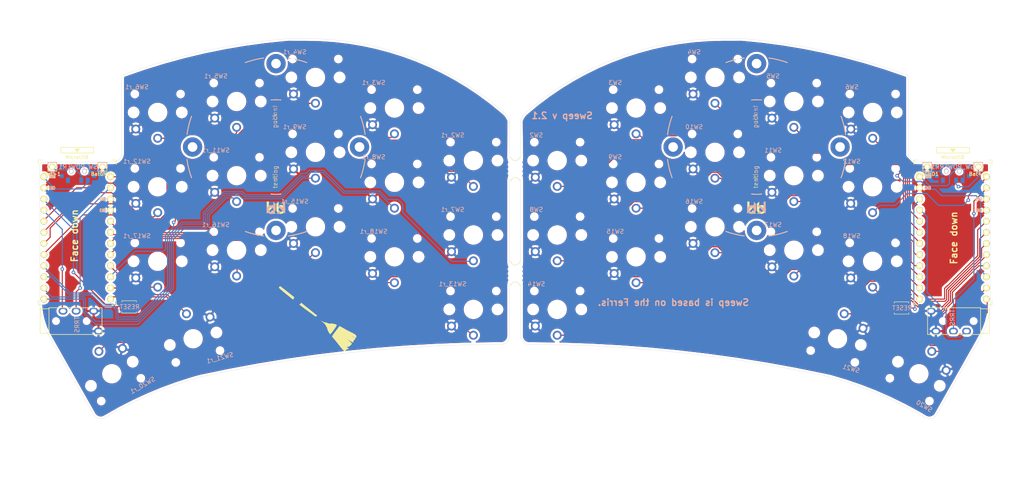
<source format=kicad_pcb>
(kicad_pcb (version 20171130) (host pcbnew "(5.1.4)-1")
  (layers (0 F.Cu signal) (31 B.Cu signal) (34 B.Paste user) (35 F.Paste user) (36 B.SilkS user) (37 F.SilkS user) (38 B.Mask user) (39 F.Mask user) (44 Edge.Cuts user))
  (net 0 "")
  (net 1 BT+)
  (net 2 gnd)
  (net 3 vcc)
  (net 4 Switch18)
  (net 5 reset)
  (net 6 Switch1)
  (net 7 Switch2)
  (net 8 Switch3)
  (net 9 Switch4)
  (net 10 Switch5)
  (net 11 Switch6)
  (net 12 Switch7)
  (net 13 Switch8)
  (net 14 Switch9)
  (net 15 Switch10)
  (net 16 Switch11)
  (net 17 Switch12)
  (net 18 Switch13)
  (net 19 Switch14)
  (net 20 Switch15)
  (net 21 Switch16)
  (net 22 Switch17)
  (net 23 "Net-(SW_POWER1-Pad1)")
  (net 24 raw)
  (net 25 BT+_r)
  (net 26 Switch18_r)
  (net 27 reset_r)
  (net 28 Switch9_r)
  (net 29 Switch10_r)
  (net 30 Switch11_r)
  (net 31 Switch12_r)
  (net 32 Switch13_r)
  (net 33 Switch14_r)
  (net 34 Switch15_r)
  (net 35 Switch16_r)
  (net 36 Switch17_r)
  (net 37 Switch1_r)
  (net 38 Switch2_r)
  (net 39 Switch3_r)
  (net 40 Switch4_r)
  (net 41 Switch5_r)
  (net 42 Switch6_r)
  (net 43 Switch7_r)
  (net 44 Switch8_r)
  (net 45 "Net-(SW_POWERR1-Pad1)")
  (module Kailh:SW_PG1350_nonrev_DPB (layer F.Cu) (at 175.856 47.498)
    (fp_text reference SW10 hide)
    (fp_text value SW_Push hide)
    (fp_text user %R (at -4.76 -5.8) (layer B.SilkS) (effects (justify mirror)))
    (pad "" np_thru_hole circle (at -5.22 -4.2) (size 0.9906 0.9906) (drill 0.9906) (layers *.Cu *.Mask))
    (pad "" np_thru_hole circle (at 0 0) (size 3.429 3.429) (drill 3.429) (layers *.Cu *.Mask))
    (pad 2 thru_hole circle (at -5 3.8) (size 2.032 2.032) (drill 1.27) (layers *.Cu *.Mask) (net 2 gnd))
    (pad 1 thru_hole circle (at 0 5.9) (size 2.032 2.032) (drill 1.27) (layers *.Cu *.Mask) (net 13 Switch8))
    (pad "" np_thru_hole circle (at 5.22 -4.2) (size 0.9906 0.9906) (drill 0.9906) (layers *.Cu *.Mask))
    (pad "" np_thru_hole circle (at 5.5 0) (size 1.7018 1.7018) (drill 1.7018) (layers *.Cu *.Mask))
    (pad "" np_thru_hole circle (at -5.5 0) (size 1.7018 1.7018) (drill 1.7018) (layers *.Cu *.Mask))
  )
  (module Duckyb-Parts:mouse-bite-5mm-slot-with-space-for-track (layer F.Cu) (at 130.302 51.308)
    (fp_text reference mouse-bite-2mm-slot hide)
    (fp_text value VAL** hide)
    (pad "" np_thru_hole circle (at 1.016 0) (size 0.5 0.5) (drill 0.5) (layers *.Cu *.Mask))
    (pad "" np_thru_hole circle (at -1.016 0) (size 0.5 0.5) (drill 0.5) (layers *.Cu *.Mask))
    (pad "" np_thru_hole circle (at 1.016 2.032) (size 0.5 0.5) (drill 0.5) (layers *.Cu *.Mask))
    (pad "" np_thru_hole circle (at -1.016 2.032) (size 0.5 0.5) (drill 0.5) (layers *.Cu *.Mask))
    (pad "" np_thru_hole circle (at 1.016 -2.032) (size 0.5 0.5) (drill 0.5) (layers *.Cu *.Mask))
    (pad "" np_thru_hole circle (at -1.016 -2.032) (size 0.5 0.5) (drill 0.5) (layers *.Cu *.Mask))
    (pad "" np_thru_hole circle (at 1.016 -1.016) (size 0.5 0.5) (drill 0.5) (layers *.Cu *.Mask))
    (pad "" np_thru_hole circle (at 1.016 1.016) (size 0.5 0.5) (drill 0.5) (layers *.Cu *.Mask))
    (pad "" np_thru_hole circle (at -1.016 1.016) (size 0.5 0.5) (drill 0.5) (layers *.Cu *.Mask))
    (pad "" np_thru_hole circle (at -1.016 -1.016) (size 0.5 0.5) (drill 0.5) (layers *.Cu *.Mask))
  )
  (module Duckyb-Parts:mouse-bite-5mm-slot-with-space-for-track (layer F.Cu) (at 130.302 75.184)
    (fp_text reference mouse-bite-2mm-slot hide)
    (fp_text value VAL** hide)
    (pad "" np_thru_hole circle (at 1.016 0) (size 0.5 0.5) (drill 0.5) (layers *.Cu *.Mask))
    (pad "" np_thru_hole circle (at -1.016 0) (size 0.5 0.5) (drill 0.5) (layers *.Cu *.Mask))
    (pad "" np_thru_hole circle (at 1.016 2.032) (size 0.5 0.5) (drill 0.5) (layers *.Cu *.Mask))
    (pad "" np_thru_hole circle (at -1.016 2.032) (size 0.5 0.5) (drill 0.5) (layers *.Cu *.Mask))
    (pad "" np_thru_hole circle (at 1.016 -2.032) (size 0.5 0.5) (drill 0.5) (layers *.Cu *.Mask))
    (pad "" np_thru_hole circle (at -1.016 -2.032) (size 0.5 0.5) (drill 0.5) (layers *.Cu *.Mask))
    (pad "" np_thru_hole circle (at 1.016 -1.016) (size 0.5 0.5) (drill 0.5) (layers *.Cu *.Mask))
    (pad "" np_thru_hole circle (at 1.016 1.016) (size 0.5 0.5) (drill 0.5) (layers *.Cu *.Mask))
    (pad "" np_thru_hole circle (at -1.016 1.016) (size 0.5 0.5) (drill 0.5) (layers *.Cu *.Mask))
    (pad "" np_thru_hole circle (at -1.016 -1.016) (size 0.5 0.5) (drill 0.5) (layers *.Cu *.Mask))
  )
  (module kbd:ProMicro_v3_min (layer F.Cu) (at 230.178 67.564)
    (fp_text reference U1 hide)
    (fp_text value ProMicro-kbd hide)
    (fp_text user GND (at 5.86 -6.8) (layer F.SilkS) (effects (font (size 0.75 0.5) (thickness 0.125))))
    (fp_text user GND (at 5.86 -6.77) (layer B.SilkS) (effects (font (size 0.75 0.5) (thickness 0.125)) (justify mirror)))
    (fp_text user GND (at 5.88 -9.38) (layer F.SilkS) (effects (font (size 0.75 0.5) (thickness 0.125))))
    (fp_text user GND (at 5.88 -9.35) (layer B.SilkS) (effects (font (size 0.75 0.5) (thickness 0.125)) (justify mirror)))
    (fp_text user GND (at -5.77 -11.88) (layer B.SilkS) (effects (font (size 0.75 0.5) (thickness 0.125)) (justify mirror)))
    (fp_text user GND (at -5.77 -11.91) (layer F.SilkS) (effects (font (size 0.75 0.5) (thickness 0.125))))
    (fp_text user RAW (at -5.67 -14.52) (layer F.SilkS) (effects (font (size 0.75 0.5) (thickness 0.125))))
    (fp_text user MicroUSB (at -0.05 -18.95) (layer F.SilkS) (effects (font (size 0.75 0.75) (thickness 0.12))))
    (fp_text user RAW (at -5.64 -14.52 unlocked) (layer B.SilkS) (effects (font (size 0.75 0.5) (thickness 0.125)) (justify mirror)))
    (fp_text user "" (at -0.5 -17.25) (layer F.SilkS))
    (fp_text user "" (at -1.2065 -16.256) (layer B.SilkS) (effects (justify mirror)))
    (pad 1 thru_hole circle (at 7.6114 -14.478) (size 1.524 1.524) (drill 0.8128) (layers *.Cu F.SilkS B.Mask) (net 15 Switch10))
    (pad 2 thru_hole circle (at 7.6114 -11.938) (size 1.524 1.524) (drill 0.8128) (layers *.Cu F.SilkS B.Mask) (net 4 Switch18))
    (pad 3 thru_hole circle (at 7.6114 -9.398) (size 1.524 1.524) (drill 0.8128) (layers *.Cu F.SilkS B.Mask) (net 2 gnd))
    (pad 4 thru_hole circle (at 7.6114 -6.858) (size 1.524 1.524) (drill 0.8128) (layers *.Cu F.SilkS B.Mask) (net 2 gnd))
    (pad 5 thru_hole circle (at 7.6114 -4.318) (size 1.524 1.524) (drill 0.8128) (layers *.Cu F.SilkS B.Mask) (net 16 Switch11))
    (pad 6 thru_hole circle (at 7.6114 -1.778) (size 1.524 1.524) (drill 0.8128) (layers *.Cu F.SilkS B.Mask) (net 17 Switch12))
    (pad 7 thru_hole circle (at 7.6114 0.762) (size 1.524 1.524) (drill 0.8128) (layers *.Cu F.SilkS B.Mask) (net 18 Switch13))
    (pad 8 thru_hole circle (at 7.6114 3.302) (size 1.524 1.524) (drill 0.8128) (layers *.Cu F.SilkS B.Mask) (net 19 Switch14))
    (pad 9 thru_hole circle (at 7.6114 5.842) (size 1.524 1.524) (drill 0.8128) (layers *.Cu F.SilkS B.Mask) (net 20 Switch15))
    (pad 10 thru_hole circle (at 7.6114 8.382) (size 1.524 1.524) (drill 0.8128) (layers *.Cu F.SilkS B.Mask) (net 6 Switch1))
    (pad 11 thru_hole circle (at 7.6114 10.922) (size 1.524 1.524) (drill 0.8128) (layers *.Cu F.SilkS B.Mask) (net 21 Switch16))
    (pad 12 thru_hole circle (at 7.6114 13.462) (size 1.524 1.524) (drill 0.8128) (layers *.Cu F.SilkS B.Mask) (net 22 Switch17))
    (pad 13 thru_hole circle (at -7.6086 13.462) (size 1.524 1.524) (drill 0.8128) (layers *.Cu F.SilkS B.Mask) (net 14 Switch9))
    (pad 14 thru_hole circle (at -7.6086 10.922) (size 1.524 1.524) (drill 0.8128) (layers *.Cu F.SilkS B.Mask) (net 13 Switch8))
    (pad 15 thru_hole circle (at -7.6086 8.382) (size 1.524 1.524) (drill 0.8128) (layers *.Cu F.SilkS B.Mask) (net 12 Switch7))
    (pad 16 thru_hole circle (at -7.6086 5.842) (size 1.524 1.524) (drill 0.8128) (layers *.Cu F.SilkS B.Mask) (net 11 Switch6))
    (pad 17 thru_hole circle (at -7.6086 3.302) (size 1.524 1.524) (drill 0.8128) (layers *.Cu F.SilkS B.Mask) (net 7 Switch2))
    (pad 18 thru_hole circle (at -7.6086 0.762) (size 1.524 1.524) (drill 0.8128) (layers *.Cu F.SilkS B.Mask) (net 8 Switch3))
    (pad 19 thru_hole circle (at -7.6086 -1.778) (size 1.524 1.524) (drill 0.8128) (layers *.Cu F.SilkS B.Mask) (net 9 Switch4))
    (pad 20 thru_hole circle (at -7.6086 -4.318) (size 1.524 1.524) (drill 0.8128) (layers *.Cu F.SilkS B.Mask) (net 10 Switch5))
    (pad 21 thru_hole circle (at -7.6086 -6.858) (size 1.524 1.524) (drill 0.8128) (layers *.Cu F.SilkS B.Mask) (net 3 vcc))
    (pad 22 thru_hole circle (at -7.6086 -9.398) (size 1.524 1.524) (drill 0.8128) (layers *.Cu F.SilkS B.Mask) (net 5 reset))
    (pad 23 thru_hole circle (at -7.6086 -11.938) (size 1.524 1.524) (drill 0.8128) (layers *.Cu F.SilkS B.Mask) (net 2 gnd))
    (pad 24 thru_hole circle (at -7.6086 -14.478) (size 1.524 1.524) (drill 0.8128) (layers *.Cu F.SilkS B.Mask) (net 24 raw))
  )
  (module kbd:ProMicro_v3_min (layer F.Cu) (at 30.326 67.564)
    (fp_text reference U2 hide)
    (fp_text value ProMicro-kbd hide)
    (fp_text user GND (at 5.86 -6.8) (layer F.SilkS) (effects (font (size 0.75 0.5) (thickness 0.125))))
    (fp_text user GND (at 5.86 -6.77) (layer B.SilkS) (effects (font (size 0.75 0.5) (thickness 0.125)) (justify mirror)))
    (fp_text user GND (at 5.88 -9.38) (layer F.SilkS) (effects (font (size 0.75 0.5) (thickness 0.125))))
    (fp_text user GND (at 5.88 -9.35) (layer B.SilkS) (effects (font (size 0.75 0.5) (thickness 0.125)) (justify mirror)))
    (fp_text user GND (at -5.77 -11.88) (layer B.SilkS) (effects (font (size 0.75 0.5) (thickness 0.125)) (justify mirror)))
    (fp_text user GND (at -5.77 -11.91) (layer F.SilkS) (effects (font (size 0.75 0.5) (thickness 0.125))))
    (fp_text user RAW (at -5.67 -14.52) (layer F.SilkS) (effects (font (size 0.75 0.5) (thickness 0.125))))
    (fp_text user MicroUSB (at -0.05 -18.95) (layer F.SilkS) (effects (font (size 0.75 0.75) (thickness 0.12))))
    (fp_text user RAW (at -5.64 -14.52 unlocked) (layer B.SilkS) (effects (font (size 0.75 0.5) (thickness 0.125)) (justify mirror)))
    (fp_text user "" (at -0.5 -17.25) (layer F.SilkS))
    (fp_text user "" (at -1.2065 -16.256) (layer B.SilkS) (effects (justify mirror)))
    (pad 1 thru_hole circle (at 7.6114 -14.478) (size 1.524 1.524) (drill 0.8128) (layers *.Cu F.SilkS B.Mask) (net 29 Switch10_r))
    (pad 2 thru_hole circle (at 7.6114 -11.938) (size 1.524 1.524) (drill 0.8128) (layers *.Cu F.SilkS B.Mask) (net 26 Switch18_r))
    (pad 3 thru_hole circle (at 7.6114 -9.398) (size 1.524 1.524) (drill 0.8128) (layers *.Cu F.SilkS B.Mask) (net 2 gnd))
    (pad 4 thru_hole circle (at 7.6114 -6.858) (size 1.524 1.524) (drill 0.8128) (layers *.Cu F.SilkS B.Mask) (net 2 gnd))
    (pad 5 thru_hole circle (at 7.6114 -4.318) (size 1.524 1.524) (drill 0.8128) (layers *.Cu F.SilkS B.Mask) (net 30 Switch11_r))
    (pad 6 thru_hole circle (at 7.6114 -1.778) (size 1.524 1.524) (drill 0.8128) (layers *.Cu F.SilkS B.Mask) (net 31 Switch12_r))
    (pad 7 thru_hole circle (at 7.6114 0.762) (size 1.524 1.524) (drill 0.8128) (layers *.Cu F.SilkS B.Mask) (net 32 Switch13_r))
    (pad 8 thru_hole circle (at 7.6114 3.302) (size 1.524 1.524) (drill 0.8128) (layers *.Cu F.SilkS B.Mask) (net 33 Switch14_r))
    (pad 9 thru_hole circle (at 7.6114 5.842) (size 1.524 1.524) (drill 0.8128) (layers *.Cu F.SilkS B.Mask) (net 34 Switch15_r))
    (pad 10 thru_hole circle (at 7.6114 8.382) (size 1.524 1.524) (drill 0.8128) (layers *.Cu F.SilkS B.Mask) (net 37 Switch1_r))
    (pad 11 thru_hole circle (at 7.6114 10.922) (size 1.524 1.524) (drill 0.8128) (layers *.Cu F.SilkS B.Mask) (net 35 Switch16_r))
    (pad 12 thru_hole circle (at 7.6114 13.462) (size 1.524 1.524) (drill 0.8128) (layers *.Cu F.SilkS B.Mask) (net 36 Switch17_r))
    (pad 13 thru_hole circle (at -7.6086 13.462) (size 1.524 1.524) (drill 0.8128) (layers *.Cu F.SilkS B.Mask) (net 28 Switch9_r))
    (pad 14 thru_hole circle (at -7.6086 10.922) (size 1.524 1.524) (drill 0.8128) (layers *.Cu F.SilkS B.Mask) (net 44 Switch8_r))
    (pad 15 thru_hole circle (at -7.6086 8.382) (size 1.524 1.524) (drill 0.8128) (layers *.Cu F.SilkS B.Mask) (net 43 Switch7_r))
    (pad 16 thru_hole circle (at -7.6086 5.842) (size 1.524 1.524) (drill 0.8128) (layers *.Cu F.SilkS B.Mask) (net 42 Switch6_r))
    (pad 17 thru_hole circle (at -7.6086 3.302) (size 1.524 1.524) (drill 0.8128) (layers *.Cu F.SilkS B.Mask) (net 38 Switch2_r))
    (pad 18 thru_hole circle (at -7.6086 0.762) (size 1.524 1.524) (drill 0.8128) (layers *.Cu F.SilkS B.Mask) (net 39 Switch3_r))
    (pad 19 thru_hole circle (at -7.6086 -1.778) (size 1.524 1.524) (drill 0.8128) (layers *.Cu F.SilkS B.Mask) (net 40 Switch4_r))
    (pad 20 thru_hole circle (at -7.6086 -4.318) (size 1.524 1.524) (drill 0.8128) (layers *.Cu F.SilkS B.Mask) (net 41 Switch5_r))
    (pad 21 thru_hole circle (at -7.6086 -6.858) (size 1.524 1.524) (drill 0.8128) (layers *.Cu F.SilkS B.Mask) (net 3 vcc))
    (pad 22 thru_hole circle (at -7.6086 -9.398) (size 1.524 1.524) (drill 0.8128) (layers *.Cu F.SilkS B.Mask) (net 27 reset_r))
    (pad 23 thru_hole circle (at -7.6086 -11.938) (size 1.524 1.524) (drill 0.8128) (layers *.Cu F.SilkS B.Mask) (net 2 gnd))
    (pad 24 thru_hole circle (at -7.6086 -14.478) (size 1.524 1.524) (drill 0.8128) (layers *.Cu F.SilkS B.Mask) (net 24 raw))
  )
  (module Kailh:TRRS-PJ-320A (layer F.Cu) (at 23.876 86.052 90)
    (fp_text reference J1)
    (fp_text value AudioJack4dpb hide)
    (fp_text user TRRS (at -0.8255 6.4135 90) (layer B.SilkS) (effects (justify mirror)))
    (pad R1 thru_hole oval (at 2.3 6.2 90) (size 1.6 2) (drill oval 0.9 1.3) (layers *.Cu *.Mask) (net 26 Switch18_r))
    (pad "" np_thru_hole circle (at 0 1.6 90) (size 0.8 0.8) (drill 0.8) (layers *.Cu *.Mask))
    (pad "" np_thru_hole circle (at 0 8.6 90) (size 0.8 0.8) (drill 0.8) (layers *.Cu *.Mask))
    (pad R2 thru_hole oval (at 2.3 3.2 90) (size 1.6 2) (drill oval 0.9 1.3) (layers *.Cu *.Mask) (net 3 vcc))
    (pad T thru_hole oval (at 2.3 10.2 90) (size 1.6 2) (drill oval 0.9 1.3) (layers *.Cu *.Mask) (net 2 gnd))
    (pad S thru_hole oval (at -2.3 11.3 90) (size 1.6 2) (drill oval 0.9 1.3) (layers *.Cu *.Mask) (net 2 gnd))
  )
  (module Kailh:TRRS-PJ-320A (layer F.Cu) (at 236.474 86.052 270)
    (fp_text reference J2)
    (fp_text value AudioJack4dpb hide)
    (fp_text user TRRS (at -0.8255 6.4135 90) (layer B.SilkS) (effects (justify mirror)))
    (pad R1 thru_hole oval (at 2.3 6.2 270) (size 1.6 2) (drill oval 0.9 1.3) (layers *.Cu *.Mask) (net 4 Switch18))
    (pad "" np_thru_hole circle (at 0 1.6 270) (size 0.8 0.8) (drill 0.8) (layers *.Cu *.Mask))
    (pad "" np_thru_hole circle (at 0 8.6 270) (size 0.8 0.8) (drill 0.8) (layers *.Cu *.Mask))
    (pad R2 thru_hole oval (at 2.3 3.2 270) (size 1.6 2) (drill oval 0.9 1.3) (layers *.Cu *.Mask) (net 3 vcc))
    (pad T thru_hole oval (at 2.3 10.2 270) (size 1.6 2) (drill oval 0.9 1.3) (layers *.Cu *.Mask) (net 2 gnd))
    (pad S thru_hole oval (at -2.3 11.3 270) (size 1.6 2) (drill oval 0.9 1.3) (layers *.Cu *.Mask) (net 2 gnd))
  )
  (module Kailh:SPDT_C128955 (layer B.Cu) (at 230.124 51.816 180)
    (fp_text reference SW_POWERR1 (at 0 1) (layer B.SilkS) (effects (justify mirror)))
    (fp_text value SW_SPDT)
    (pad 0 smd rect (at -3.7 1.1 180) (size 0.9 0.9) (layers B.Cu B.Paste B.Mask))
    (pad 0 smd rect (at -3.7 -1.1 180) (size 0.9 0.9) (layers B.Cu B.Paste B.Mask))
    (pad 0 smd rect (at 3.7 -1.1 180) (size 0.9 0.9) (layers B.Cu B.Paste B.Mask))
    (pad 0 smd rect (at 3.7 1.1 180) (size 0.9 0.9) (layers B.Cu B.Paste B.Mask))
    (pad 1 smd rect (at 2.25 -2.075 180) (size 0.9 1.25) (layers B.Cu B.Paste B.Mask) (net 45 "Net-(SW_POWERR1-Pad1)"))
    (pad 3 smd rect (at -2.25 -2.075 180) (size 0.9 1.25) (layers B.Cu B.Paste B.Mask) (net 24 raw))
    (pad 2 smd rect (at -0.75 -2.075 180) (size 0.9 1.25) (layers B.Cu B.Paste B.Mask) (net 25 BT+_r))
    (pad "" np_thru_hole circle (at -1.5 0 180) (size 1 1) (drill 0.9) (layers *.Cu *.Mask))
    (pad "" np_thru_hole circle (at 1.5 0 180) (size 1 1) (drill 0.9) (layers *.Cu *.Mask))
  )
  (module Kailh:SPDT_C128955 (layer B.Cu) (at 30.48 51.816 180)
    (fp_text reference SW_POWER1 (at 0 1) (layer B.SilkS) (effects (justify mirror)))
    (fp_text value SW_SPDT)
    (pad 0 smd rect (at -3.7 1.1 180) (size 0.9 0.9) (layers B.Cu B.Paste B.Mask))
    (pad 0 smd rect (at -3.7 -1.1 180) (size 0.9 0.9) (layers B.Cu B.Paste B.Mask))
    (pad 0 smd rect (at 3.7 -1.1 180) (size 0.9 0.9) (layers B.Cu B.Paste B.Mask))
    (pad 0 smd rect (at 3.7 1.1 180) (size 0.9 0.9) (layers B.Cu B.Paste B.Mask))
    (pad 1 smd rect (at 2.25 -2.075 180) (size 0.9 1.25) (layers B.Cu B.Paste B.Mask) (net 23 "Net-(SW_POWER1-Pad1)"))
    (pad 3 smd rect (at -2.25 -2.075 180) (size 0.9 1.25) (layers B.Cu B.Paste B.Mask) (net 24 raw))
    (pad 2 smd rect (at -0.75 -2.075 180) (size 0.9 1.25) (layers B.Cu B.Paste B.Mask) (net 1 BT+))
    (pad "" np_thru_hole circle (at -1.5 0 180) (size 1 1) (drill 0.9) (layers *.Cu *.Mask))
    (pad "" np_thru_hole circle (at 1.5 0 180) (size 1 1) (drill 0.9) (layers *.Cu *.Mask))
  )
  (module Kailh:SW_PG1350_nonrev_DPB (layer F.Cu) (at 139.856 49.382)
    (fp_text reference SW2 hide)
    (fp_text value SW_Push hide)
    (fp_text user %R (at -4.76 -5.8) (layer B.SilkS) (effects (justify mirror)))
    (pad "" np_thru_hole circle (at -5.22 -4.2) (size 0.9906 0.9906) (drill 0.9906) (layers *.Cu *.Mask))
    (pad "" np_thru_hole circle (at 0 0) (size 3.429 3.429) (drill 3.429) (layers *.Cu *.Mask))
    (pad 2 thru_hole circle (at -5 3.8) (size 2.032 2.032) (drill 1.27) (layers *.Cu *.Mask) (net 2 gnd))
    (pad 1 thru_hole circle (at 0 5.9) (size 2.032 2.032) (drill 1.27) (layers *.Cu *.Mask) (net 6 Switch1))
    (pad "" np_thru_hole circle (at 5.22 -4.2) (size 0.9906 0.9906) (drill 0.9906) (layers *.Cu *.Mask))
    (pad "" np_thru_hole circle (at 5.5 0) (size 1.7018 1.7018) (drill 1.7018) (layers *.Cu *.Mask))
    (pad "" np_thru_hole circle (at -5.5 0) (size 1.7018 1.7018) (drill 1.7018) (layers *.Cu *.Mask))
  )
  (module Kailh:SW_PG1350_nonrev_DPB (layer F.Cu) (at 157.856 37.382)
    (fp_text reference SW3 hide)
    (fp_text value SW_Push hide)
    (fp_text user %R (at -4.76 -5.8) (layer B.SilkS) (effects (justify mirror)))
    (pad "" np_thru_hole circle (at -5.22 -4.2) (size 0.9906 0.9906) (drill 0.9906) (layers *.Cu *.Mask))
    (pad "" np_thru_hole circle (at 0 0) (size 3.429 3.429) (drill 3.429) (layers *.Cu *.Mask))
    (pad 2 thru_hole circle (at -5 3.8) (size 2.032 2.032) (drill 1.27) (layers *.Cu *.Mask) (net 2 gnd))
    (pad 1 thru_hole circle (at 0 5.9) (size 2.032 2.032) (drill 1.27) (layers *.Cu *.Mask) (net 7 Switch2))
    (pad "" np_thru_hole circle (at 5.22 -4.2) (size 0.9906 0.9906) (drill 0.9906) (layers *.Cu *.Mask))
    (pad "" np_thru_hole circle (at 5.5 0) (size 1.7018 1.7018) (drill 1.7018) (layers *.Cu *.Mask))
    (pad "" np_thru_hole circle (at -5.5 0) (size 1.7018 1.7018) (drill 1.7018) (layers *.Cu *.Mask))
  )
  (module Kailh:SW_PG1350_nonrev_DPB (layer F.Cu) (at 175.856 30.382)
    (fp_text reference SW4 hide)
    (fp_text value SW_Push hide)
    (fp_text user %R (at -4.76 -5.8) (layer B.SilkS) (effects (justify mirror)))
    (pad "" np_thru_hole circle (at -5.22 -4.2) (size 0.9906 0.9906) (drill 0.9906) (layers *.Cu *.Mask))
    (pad "" np_thru_hole circle (at 0 0) (size 3.429 3.429) (drill 3.429) (layers *.Cu *.Mask))
    (pad 2 thru_hole circle (at -5 3.8) (size 2.032 2.032) (drill 1.27) (layers *.Cu *.Mask) (net 2 gnd))
    (pad 1 thru_hole circle (at 0 5.9) (size 2.032 2.032) (drill 1.27) (layers *.Cu *.Mask) (net 8 Switch3))
    (pad "" np_thru_hole circle (at 5.22 -4.2) (size 0.9906 0.9906) (drill 0.9906) (layers *.Cu *.Mask))
    (pad "" np_thru_hole circle (at 5.5 0) (size 1.7018 1.7018) (drill 1.7018) (layers *.Cu *.Mask))
    (pad "" np_thru_hole circle (at -5.5 0) (size 1.7018 1.7018) (drill 1.7018) (layers *.Cu *.Mask))
  )
  (module Kailh:SW_PG1350_nonrev_DPB (layer F.Cu) (at 193.856 35.882)
    (fp_text reference SW5 hide)
    (fp_text value SW_Push hide)
    (fp_text user %R (at -4.76 -5.8) (layer B.SilkS) (effects (justify mirror)))
    (pad "" np_thru_hole circle (at -5.22 -4.2) (size 0.9906 0.9906) (drill 0.9906) (layers *.Cu *.Mask))
    (pad "" np_thru_hole circle (at 0 0) (size 3.429 3.429) (drill 3.429) (layers *.Cu *.Mask))
    (pad 2 thru_hole circle (at -5 3.8) (size 2.032 2.032) (drill 1.27) (layers *.Cu *.Mask) (net 2 gnd))
    (pad 1 thru_hole circle (at 0 5.9) (size 2.032 2.032) (drill 1.27) (layers *.Cu *.Mask) (net 9 Switch4))
    (pad "" np_thru_hole circle (at 5.22 -4.2) (size 0.9906 0.9906) (drill 0.9906) (layers *.Cu *.Mask))
    (pad "" np_thru_hole circle (at 5.5 0) (size 1.7018 1.7018) (drill 1.7018) (layers *.Cu *.Mask))
    (pad "" np_thru_hole circle (at -5.5 0) (size 1.7018 1.7018) (drill 1.7018) (layers *.Cu *.Mask))
  )
  (module Kailh:SW_PG1350_nonrev_DPB (layer F.Cu) (at 211.856 38.382)
    (fp_text reference SW6 hide)
    (fp_text value SW_Push hide)
    (fp_text user %R (at -4.76 -5.8) (layer B.SilkS) (effects (justify mirror)))
    (pad "" np_thru_hole circle (at -5.22 -4.2) (size 0.9906 0.9906) (drill 0.9906) (layers *.Cu *.Mask))
    (pad "" np_thru_hole circle (at 0 0) (size 3.429 3.429) (drill 3.429) (layers *.Cu *.Mask))
    (pad 2 thru_hole circle (at -5 3.8) (size 2.032 2.032) (drill 1.27) (layers *.Cu *.Mask) (net 2 gnd))
    (pad 1 thru_hole circle (at 0 5.9) (size 2.032 2.032) (drill 1.27) (layers *.Cu *.Mask) (net 10 Switch5))
    (pad "" np_thru_hole circle (at 5.22 -4.2) (size 0.9906 0.9906) (drill 0.9906) (layers *.Cu *.Mask))
    (pad "" np_thru_hole circle (at 5.5 0) (size 1.7018 1.7018) (drill 1.7018) (layers *.Cu *.Mask))
    (pad "" np_thru_hole circle (at -5.5 0) (size 1.7018 1.7018) (drill 1.7018) (layers *.Cu *.Mask))
  )
  (module Kailh:SW_PG1350_nonrev_DPB (layer F.Cu) (at 139.856 66.382)
    (fp_text reference SW8 hide)
    (fp_text value SW_Push hide)
    (fp_text user %R (at -4.76 -5.8) (layer B.SilkS) (effects (justify mirror)))
    (pad "" np_thru_hole circle (at -5.22 -4.2) (size 0.9906 0.9906) (drill 0.9906) (layers *.Cu *.Mask))
    (pad "" np_thru_hole circle (at 0 0) (size 3.429 3.429) (drill 3.429) (layers *.Cu *.Mask))
    (pad 2 thru_hole circle (at -5 3.8) (size 2.032 2.032) (drill 1.27) (layers *.Cu *.Mask) (net 2 gnd))
    (pad 1 thru_hole circle (at 0 5.9) (size 2.032 2.032) (drill 1.27) (layers *.Cu *.Mask) (net 11 Switch6))
    (pad "" np_thru_hole circle (at 5.22 -4.2) (size 0.9906 0.9906) (drill 0.9906) (layers *.Cu *.Mask))
    (pad "" np_thru_hole circle (at 5.5 0) (size 1.7018 1.7018) (drill 1.7018) (layers *.Cu *.Mask))
    (pad "" np_thru_hole circle (at -5.5 0) (size 1.7018 1.7018) (drill 1.7018) (layers *.Cu *.Mask))
  )
  (module Kailh:SW_PG1350_nonrev_DPB (layer F.Cu) (at 157.856 54.356)
    (fp_text reference SW9 hide)
    (fp_text value SW_Push hide)
    (fp_text user %R (at -4.76 -5.8) (layer B.SilkS) (effects (justify mirror)))
    (pad "" np_thru_hole circle (at -5.22 -4.2) (size 0.9906 0.9906) (drill 0.9906) (layers *.Cu *.Mask))
    (pad "" np_thru_hole circle (at 0 0) (size 3.429 3.429) (drill 3.429) (layers *.Cu *.Mask))
    (pad 2 thru_hole circle (at -5 3.8) (size 2.032 2.032) (drill 1.27) (layers *.Cu *.Mask) (net 2 gnd))
    (pad 1 thru_hole circle (at 0 5.9) (size 2.032 2.032) (drill 1.27) (layers *.Cu *.Mask) (net 12 Switch7))
    (pad "" np_thru_hole circle (at 5.22 -4.2) (size 0.9906 0.9906) (drill 0.9906) (layers *.Cu *.Mask))
    (pad "" np_thru_hole circle (at 5.5 0) (size 1.7018 1.7018) (drill 1.7018) (layers *.Cu *.Mask))
    (pad "" np_thru_hole circle (at -5.5 0) (size 1.7018 1.7018) (drill 1.7018) (layers *.Cu *.Mask))
  )
  (module Kailh:SW_PG1350_nonrev_DPB (layer F.Cu) (at 193.856 52.832)
    (fp_text reference SW11 hide)
    (fp_text value SW_Push hide)
    (fp_text user %R (at -4.76 -5.8) (layer B.SilkS) (effects (justify mirror)))
    (pad "" np_thru_hole circle (at -5.22 -4.2) (size 0.9906 0.9906) (drill 0.9906) (layers *.Cu *.Mask))
    (pad "" np_thru_hole circle (at 0 0) (size 3.429 3.429) (drill 3.429) (layers *.Cu *.Mask))
    (pad 2 thru_hole circle (at -5 3.8) (size 2.032 2.032) (drill 1.27) (layers *.Cu *.Mask) (net 2 gnd))
    (pad 1 thru_hole circle (at 0 5.9) (size 2.032 2.032) (drill 1.27) (layers *.Cu *.Mask) (net 14 Switch9))
    (pad "" np_thru_hole circle (at 5.22 -4.2) (size 0.9906 0.9906) (drill 0.9906) (layers *.Cu *.Mask))
    (pad "" np_thru_hole circle (at 5.5 0) (size 1.7018 1.7018) (drill 1.7018) (layers *.Cu *.Mask))
    (pad "" np_thru_hole circle (at -5.5 0) (size 1.7018 1.7018) (drill 1.7018) (layers *.Cu *.Mask))
  )
  (module Kailh:SW_PG1350_nonrev_DPB (layer F.Cu) (at 211.836 55.372)
    (fp_text reference SW12 hide)
    (fp_text value SW_Push hide)
    (fp_text user %R (at -4.76 -5.8) (layer B.SilkS) (effects (justify mirror)))
    (pad "" np_thru_hole circle (at -5.22 -4.2) (size 0.9906 0.9906) (drill 0.9906) (layers *.Cu *.Mask))
    (pad "" np_thru_hole circle (at 0 0) (size 3.429 3.429) (drill 3.429) (layers *.Cu *.Mask))
    (pad 2 thru_hole circle (at -5 3.8) (size 2.032 2.032) (drill 1.27) (layers *.Cu *.Mask) (net 2 gnd))
    (pad 1 thru_hole circle (at 0 5.9) (size 2.032 2.032) (drill 1.27) (layers *.Cu *.Mask) (net 15 Switch10))
    (pad "" np_thru_hole circle (at 5.22 -4.2) (size 0.9906 0.9906) (drill 0.9906) (layers *.Cu *.Mask))
    (pad "" np_thru_hole circle (at 5.5 0) (size 1.7018 1.7018) (drill 1.7018) (layers *.Cu *.Mask))
    (pad "" np_thru_hole circle (at -5.5 0) (size 1.7018 1.7018) (drill 1.7018) (layers *.Cu *.Mask))
  )
  (module Kailh:SW_PG1350_nonrev_DPB (layer F.Cu) (at 139.856 83.382)
    (fp_text reference SW14 hide)
    (fp_text value SW_Push hide)
    (fp_text user %R (at -4.76 -5.8) (layer B.SilkS) (effects (justify mirror)))
    (pad "" np_thru_hole circle (at -5.22 -4.2) (size 0.9906 0.9906) (drill 0.9906) (layers *.Cu *.Mask))
    (pad "" np_thru_hole circle (at 0 0) (size 3.429 3.429) (drill 3.429) (layers *.Cu *.Mask))
    (pad 2 thru_hole circle (at -5 3.8) (size 2.032 2.032) (drill 1.27) (layers *.Cu *.Mask) (net 2 gnd))
    (pad 1 thru_hole circle (at 0 5.9) (size 2.032 2.032) (drill 1.27) (layers *.Cu *.Mask) (net 16 Switch11))
    (pad "" np_thru_hole circle (at 5.22 -4.2) (size 0.9906 0.9906) (drill 0.9906) (layers *.Cu *.Mask))
    (pad "" np_thru_hole circle (at 5.5 0) (size 1.7018 1.7018) (drill 1.7018) (layers *.Cu *.Mask))
    (pad "" np_thru_hole circle (at -5.5 0) (size 1.7018 1.7018) (drill 1.7018) (layers *.Cu *.Mask))
  )
  (module Kailh:SW_PG1350_nonrev_DPB (layer F.Cu) (at 157.856 71.374)
    (fp_text reference SW15 hide)
    (fp_text value SW_Push hide)
    (fp_text user %R (at -4.76 -5.8) (layer B.SilkS) (effects (justify mirror)))
    (pad "" np_thru_hole circle (at -5.22 -4.2) (size 0.9906 0.9906) (drill 0.9906) (layers *.Cu *.Mask))
    (pad "" np_thru_hole circle (at 0 0) (size 3.429 3.429) (drill 3.429) (layers *.Cu *.Mask))
    (pad 2 thru_hole circle (at -5 3.8) (size 2.032 2.032) (drill 1.27) (layers *.Cu *.Mask) (net 2 gnd))
    (pad 1 thru_hole circle (at 0 5.9) (size 2.032 2.032) (drill 1.27) (layers *.Cu *.Mask) (net 17 Switch12))
    (pad "" np_thru_hole circle (at 5.22 -4.2) (size 0.9906 0.9906) (drill 0.9906) (layers *.Cu *.Mask))
    (pad "" np_thru_hole circle (at 5.5 0) (size 1.7018 1.7018) (drill 1.7018) (layers *.Cu *.Mask))
    (pad "" np_thru_hole circle (at -5.5 0) (size 1.7018 1.7018) (drill 1.7018) (layers *.Cu *.Mask))
  )
  (module Kailh:SW_PG1350_nonrev_DPB (layer F.Cu) (at 175.856 64.516)
    (fp_text reference SW16 hide)
    (fp_text value SW_Push hide)
    (fp_text user %R (at -4.76 -5.8) (layer B.SilkS) (effects (justify mirror)))
    (pad "" np_thru_hole circle (at -5.22 -4.2) (size 0.9906 0.9906) (drill 0.9906) (layers *.Cu *.Mask))
    (pad "" np_thru_hole circle (at 0 0) (size 3.429 3.429) (drill 3.429) (layers *.Cu *.Mask))
    (pad 2 thru_hole circle (at -5 3.8) (size 2.032 2.032) (drill 1.27) (layers *.Cu *.Mask) (net 2 gnd))
    (pad 1 thru_hole circle (at 0 5.9) (size 2.032 2.032) (drill 1.27) (layers *.Cu *.Mask) (net 18 Switch13))
    (pad "" np_thru_hole circle (at 5.22 -4.2) (size 0.9906 0.9906) (drill 0.9906) (layers *.Cu *.Mask))
    (pad "" np_thru_hole circle (at 5.5 0) (size 1.7018 1.7018) (drill 1.7018) (layers *.Cu *.Mask))
    (pad "" np_thru_hole circle (at -5.5 0) (size 1.7018 1.7018) (drill 1.7018) (layers *.Cu *.Mask))
  )
  (module Kailh:SW_PG1350_nonrev_DPB (layer F.Cu) (at 193.856 69.85)
    (fp_text reference SW17 hide)
    (fp_text value SW_Push hide)
    (fp_text user %R (at -4.76 -5.8) (layer B.SilkS) (effects (justify mirror)))
    (pad "" np_thru_hole circle (at -5.22 -4.2) (size 0.9906 0.9906) (drill 0.9906) (layers *.Cu *.Mask))
    (pad "" np_thru_hole circle (at 0 0) (size 3.429 3.429) (drill 3.429) (layers *.Cu *.Mask))
    (pad 2 thru_hole circle (at -5 3.8) (size 2.032 2.032) (drill 1.27) (layers *.Cu *.Mask) (net 2 gnd))
    (pad 1 thru_hole circle (at 0 5.9) (size 2.032 2.032) (drill 1.27) (layers *.Cu *.Mask) (net 19 Switch14))
    (pad "" np_thru_hole circle (at 5.22 -4.2) (size 0.9906 0.9906) (drill 0.9906) (layers *.Cu *.Mask))
    (pad "" np_thru_hole circle (at 5.5 0) (size 1.7018 1.7018) (drill 1.7018) (layers *.Cu *.Mask))
    (pad "" np_thru_hole circle (at -5.5 0) (size 1.7018 1.7018) (drill 1.7018) (layers *.Cu *.Mask))
  )
  (module Kailh:SW_PG1350_nonrev_DPB (layer F.Cu) (at 211.836 72.39)
    (fp_text reference SW18 hide)
    (fp_text value SW_Push hide)
    (fp_text user %R (at -4.76 -5.8) (layer B.SilkS) (effects (justify mirror)))
    (pad "" np_thru_hole circle (at -5.22 -4.2) (size 0.9906 0.9906) (drill 0.9906) (layers *.Cu *.Mask))
    (pad "" np_thru_hole circle (at 0 0) (size 3.429 3.429) (drill 3.429) (layers *.Cu *.Mask))
    (pad 2 thru_hole circle (at -5 3.8) (size 2.032 2.032) (drill 1.27) (layers *.Cu *.Mask) (net 2 gnd))
    (pad 1 thru_hole circle (at 0 5.9) (size 2.032 2.032) (drill 1.27) (layers *.Cu *.Mask) (net 20 Switch15))
    (pad "" np_thru_hole circle (at 5.22 -4.2) (size 0.9906 0.9906) (drill 0.9906) (layers *.Cu *.Mask))
    (pad "" np_thru_hole circle (at 5.5 0) (size 1.7018 1.7018) (drill 1.7018) (layers *.Cu *.Mask))
    (pad "" np_thru_hole circle (at -5.5 0) (size 1.7018 1.7018) (drill 1.7018) (layers *.Cu *.Mask))
  )
  (module Kailh:SW_PG1350_nonrev_DPB (layer F.Cu) (at 222.386 98.082 150)
    (fp_text reference SW20 hide)
    (fp_text value SW_Push hide)
    (fp_text user %R (at -4.76 -5.8 150) (layer B.SilkS) (effects (justify mirror)))
    (pad "" np_thru_hole circle (at -5.22 -4.2 150) (size 0.9906 0.9906) (drill 0.9906) (layers *.Cu *.Mask))
    (pad "" np_thru_hole circle (at 0 0 150) (size 3.429 3.429) (drill 3.429) (layers *.Cu *.Mask))
    (pad 2 thru_hole circle (at -5 3.8 150) (size 2.032 2.032) (drill 1.27) (layers *.Cu *.Mask) (net 2 gnd))
    (pad 1 thru_hole circle (at 0 5.9 150) (size 2.032 2.032) (drill 1.27) (layers *.Cu *.Mask) (net 22 Switch17))
    (pad "" np_thru_hole circle (at 5.22 -4.2 150) (size 0.9906 0.9906) (drill 0.9906) (layers *.Cu *.Mask))
    (pad "" np_thru_hole circle (at 5.5 0 150) (size 1.7018 1.7018) (drill 1.7018) (layers *.Cu *.Mask))
    (pad "" np_thru_hole circle (at -5.5 0 150) (size 1.7018 1.7018) (drill 1.7018) (layers *.Cu *.Mask))
  )
  (module Kailh:SW_PG1350_nonrev_DPB (layer F.Cu) (at 203.826 90.082 165)
    (fp_text reference SW21 hide)
    (fp_text value SW_Push hide)
    (fp_text user %R (at -4.759999 -5.8 165) (layer B.SilkS) (effects (justify mirror)))
    (pad "" np_thru_hole circle (at -5.22 -4.2 165) (size 0.9906 0.9906) (drill 0.9906) (layers *.Cu *.Mask))
    (pad "" np_thru_hole circle (at 0 0 165) (size 3.429 3.429) (drill 3.429) (layers *.Cu *.Mask))
    (pad 2 thru_hole circle (at -5 3.8 165) (size 2.032 2.032) (drill 1.27) (layers *.Cu *.Mask) (net 2 gnd))
    (pad 1 thru_hole circle (at 0 5.9 165) (size 2.032 2.032) (drill 1.27) (layers *.Cu *.Mask) (net 21 Switch16))
    (pad "" np_thru_hole circle (at 5.22 -4.2 165) (size 0.9906 0.9906) (drill 0.9906) (layers *.Cu *.Mask))
    (pad "" np_thru_hole circle (at 5.5 0 165) (size 1.7018 1.7018) (drill 1.7018) (layers *.Cu *.Mask))
    (pad "" np_thru_hole circle (at -5.5 0 165) (size 1.7018 1.7018) (drill 1.7018) (layers *.Cu *.Mask))
  )
  (module Kailh:SW_PG1350_nonrev_DPB (layer F.Cu) (at 66.7 52.832)
    (fp_text reference SW11_r1 hide)
    (fp_text value SW_Push hide)
    (fp_text user %R (at -4.76 -5.8) (layer B.SilkS) (effects (justify mirror)))
    (pad "" np_thru_hole circle (at -5.22 -4.2) (size 0.9906 0.9906) (drill 0.9906) (layers *.Cu *.Mask))
    (pad "" np_thru_hole circle (at 0 0) (size 3.429 3.429) (drill 3.429) (layers *.Cu *.Mask))
    (pad 2 thru_hole circle (at -5 3.8) (size 2.032 2.032) (drill 1.27) (layers *.Cu *.Mask) (net 2 gnd))
    (pad 1 thru_hole circle (at 0 5.9) (size 2.032 2.032) (drill 1.27) (layers *.Cu *.Mask) (net 28 Switch9_r))
    (pad "" np_thru_hole circle (at 5.22 -4.2) (size 0.9906 0.9906) (drill 0.9906) (layers *.Cu *.Mask))
    (pad "" np_thru_hole circle (at 5.5 0) (size 1.7018 1.7018) (drill 1.7018) (layers *.Cu *.Mask))
    (pad "" np_thru_hole circle (at -5.5 0) (size 1.7018 1.7018) (drill 1.7018) (layers *.Cu *.Mask))
  )
  (module Kailh:SW_PG1350_nonrev_DPB (layer F.Cu) (at 48.686 55.372)
    (fp_text reference SW12_r1 hide)
    (fp_text value SW_Push hide)
    (fp_text user %R (at -4.76 -5.8) (layer B.SilkS) (effects (justify mirror)))
    (pad "" np_thru_hole circle (at -5.22 -4.2) (size 0.9906 0.9906) (drill 0.9906) (layers *.Cu *.Mask))
    (pad "" np_thru_hole circle (at 0 0) (size 3.429 3.429) (drill 3.429) (layers *.Cu *.Mask))
    (pad 2 thru_hole circle (at -5 3.8) (size 2.032 2.032) (drill 1.27) (layers *.Cu *.Mask) (net 2 gnd))
    (pad 1 thru_hole circle (at 0 5.9) (size 2.032 2.032) (drill 1.27) (layers *.Cu *.Mask) (net 29 Switch10_r))
    (pad "" np_thru_hole circle (at 5.22 -4.2) (size 0.9906 0.9906) (drill 0.9906) (layers *.Cu *.Mask))
    (pad "" np_thru_hole circle (at 5.5 0) (size 1.7018 1.7018) (drill 1.7018) (layers *.Cu *.Mask))
    (pad "" np_thru_hole circle (at -5.5 0) (size 1.7018 1.7018) (drill 1.7018) (layers *.Cu *.Mask))
  )
  (module Kailh:SW_PG1350_nonrev_DPB (layer F.Cu) (at 120.732 83.382)
    (fp_text reference SW13_r1 hide)
    (fp_text value SW_Push hide)
    (fp_text user %R (at -4.76 -5.8) (layer B.SilkS) (effects (justify mirror)))
    (pad "" np_thru_hole circle (at -5.22 -4.2) (size 0.9906 0.9906) (drill 0.9906) (layers *.Cu *.Mask))
    (pad "" np_thru_hole circle (at 0 0) (size 3.429 3.429) (drill 3.429) (layers *.Cu *.Mask))
    (pad 2 thru_hole circle (at -5 3.8) (size 2.032 2.032) (drill 1.27) (layers *.Cu *.Mask) (net 2 gnd))
    (pad 1 thru_hole circle (at 0 5.9) (size 2.032 2.032) (drill 1.27) (layers *.Cu *.Mask) (net 30 Switch11_r))
    (pad "" np_thru_hole circle (at 5.22 -4.2) (size 0.9906 0.9906) (drill 0.9906) (layers *.Cu *.Mask))
    (pad "" np_thru_hole circle (at 5.5 0) (size 1.7018 1.7018) (drill 1.7018) (layers *.Cu *.Mask))
    (pad "" np_thru_hole circle (at -5.5 0) (size 1.7018 1.7018) (drill 1.7018) (layers *.Cu *.Mask))
  )
  (module Kailh:SW_PG1350_nonrev_DPB (layer F.Cu) (at 84.688 64.516)
    (fp_text reference SW15_r1 hide)
    (fp_text value SW_Push hide)
    (fp_text user %R (at -4.76 -5.8) (layer B.SilkS) (effects (justify mirror)))
    (pad "" np_thru_hole circle (at -5.22 -4.2) (size 0.9906 0.9906) (drill 0.9906) (layers *.Cu *.Mask))
    (pad "" np_thru_hole circle (at 0 0) (size 3.429 3.429) (drill 3.429) (layers *.Cu *.Mask))
    (pad 2 thru_hole circle (at -5 3.8) (size 2.032 2.032) (drill 1.27) (layers *.Cu *.Mask) (net 2 gnd))
    (pad 1 thru_hole circle (at 0 5.9) (size 2.032 2.032) (drill 1.27) (layers *.Cu *.Mask) (net 32 Switch13_r))
    (pad "" np_thru_hole circle (at 5.22 -4.2) (size 0.9906 0.9906) (drill 0.9906) (layers *.Cu *.Mask))
    (pad "" np_thru_hole circle (at 5.5 0) (size 1.7018 1.7018) (drill 1.7018) (layers *.Cu *.Mask))
    (pad "" np_thru_hole circle (at -5.5 0) (size 1.7018 1.7018) (drill 1.7018) (layers *.Cu *.Mask))
  )
  (module Kailh:SW_PG1350_nonrev_DPB (layer F.Cu) (at 66.7 69.85)
    (fp_text reference SW16_r1 hide)
    (fp_text value SW_Push hide)
    (fp_text user %R (at -4.76 -5.8) (layer B.SilkS) (effects (justify mirror)))
    (pad "" np_thru_hole circle (at -5.22 -4.2) (size 0.9906 0.9906) (drill 0.9906) (layers *.Cu *.Mask))
    (pad "" np_thru_hole circle (at 0 0) (size 3.429 3.429) (drill 3.429) (layers *.Cu *.Mask))
    (pad 2 thru_hole circle (at -5 3.8) (size 2.032 2.032) (drill 1.27) (layers *.Cu *.Mask) (net 2 gnd))
    (pad 1 thru_hole circle (at 0 5.9) (size 2.032 2.032) (drill 1.27) (layers *.Cu *.Mask) (net 33 Switch14_r))
    (pad "" np_thru_hole circle (at 5.22 -4.2) (size 0.9906 0.9906) (drill 0.9906) (layers *.Cu *.Mask))
    (pad "" np_thru_hole circle (at 5.5 0) (size 1.7018 1.7018) (drill 1.7018) (layers *.Cu *.Mask))
    (pad "" np_thru_hole circle (at -5.5 0) (size 1.7018 1.7018) (drill 1.7018) (layers *.Cu *.Mask))
  )
  (module Kailh:SW_PG1350_nonrev_DPB (layer F.Cu) (at 48.686 72.39)
    (fp_text reference SW17_r1 hide)
    (fp_text value SW_Push hide)
    (fp_text user %R (at -4.76 -5.8) (layer B.SilkS) (effects (justify mirror)))
    (pad "" np_thru_hole circle (at -5.22 -4.2) (size 0.9906 0.9906) (drill 0.9906) (layers *.Cu *.Mask))
    (pad "" np_thru_hole circle (at 0 0) (size 3.429 3.429) (drill 3.429) (layers *.Cu *.Mask))
    (pad 2 thru_hole circle (at -5 3.8) (size 2.032 2.032) (drill 1.27) (layers *.Cu *.Mask) (net 2 gnd))
    (pad 1 thru_hole circle (at 0 5.9) (size 2.032 2.032) (drill 1.27) (layers *.Cu *.Mask) (net 34 Switch15_r))
    (pad "" np_thru_hole circle (at 5.22 -4.2) (size 0.9906 0.9906) (drill 0.9906) (layers *.Cu *.Mask))
    (pad "" np_thru_hole circle (at 5.5 0) (size 1.7018 1.7018) (drill 1.7018) (layers *.Cu *.Mask))
    (pad "" np_thru_hole circle (at -5.5 0) (size 1.7018 1.7018) (drill 1.7018) (layers *.Cu *.Mask))
  )
  (module Kailh:SW_PG1350_nonrev_DPB (layer F.Cu) (at 102.714 71.374)
    (fp_text reference SW18_r1 hide)
    (fp_text value SW_Push hide)
    (fp_text user %R (at -4.76 -5.8) (layer B.SilkS) (effects (justify mirror)))
    (pad "" np_thru_hole circle (at -5.22 -4.2) (size 0.9906 0.9906) (drill 0.9906) (layers *.Cu *.Mask))
    (pad "" np_thru_hole circle (at 0 0) (size 3.429 3.429) (drill 3.429) (layers *.Cu *.Mask))
    (pad 2 thru_hole circle (at -5 3.8) (size 2.032 2.032) (drill 1.27) (layers *.Cu *.Mask) (net 2 gnd))
    (pad 1 thru_hole circle (at 0 5.9) (size 2.032 2.032) (drill 1.27) (layers *.Cu *.Mask) (net 31 Switch12_r))
    (pad "" np_thru_hole circle (at 5.22 -4.2) (size 0.9906 0.9906) (drill 0.9906) (layers *.Cu *.Mask))
    (pad "" np_thru_hole circle (at 5.5 0) (size 1.7018 1.7018) (drill 1.7018) (layers *.Cu *.Mask))
    (pad "" np_thru_hole circle (at -5.5 0) (size 1.7018 1.7018) (drill 1.7018) (layers *.Cu *.Mask))
  )
  (module Kailh:SW_PG1350_nonrev_DPB (layer F.Cu) (at 120.732 49.382)
    (fp_text reference SW2_r1 hide)
    (fp_text value SW_Push hide)
    (fp_text user %R (at -4.76 -5.8) (layer B.SilkS) (effects (justify mirror)))
    (pad "" np_thru_hole circle (at -5.22 -4.2) (size 0.9906 0.9906) (drill 0.9906) (layers *.Cu *.Mask))
    (pad "" np_thru_hole circle (at 0 0) (size 3.429 3.429) (drill 3.429) (layers *.Cu *.Mask))
    (pad 2 thru_hole circle (at -5 3.8) (size 2.032 2.032) (drill 1.27) (layers *.Cu *.Mask) (net 2 gnd))
    (pad 1 thru_hole circle (at 0 5.9) (size 2.032 2.032) (drill 1.27) (layers *.Cu *.Mask) (net 37 Switch1_r))
    (pad "" np_thru_hole circle (at 5.22 -4.2) (size 0.9906 0.9906) (drill 0.9906) (layers *.Cu *.Mask))
    (pad "" np_thru_hole circle (at 5.5 0) (size 1.7018 1.7018) (drill 1.7018) (layers *.Cu *.Mask))
    (pad "" np_thru_hole circle (at -5.5 0) (size 1.7018 1.7018) (drill 1.7018) (layers *.Cu *.Mask))
  )
  (module Kailh:SW_PG1350_nonrev_DPB (layer F.Cu) (at 102.714 37.382)
    (fp_text reference SW3_r1 hide)
    (fp_text value SW_Push hide)
    (fp_text user %R (at -4.76 -5.8) (layer B.SilkS) (effects (justify mirror)))
    (pad "" np_thru_hole circle (at -5.22 -4.2) (size 0.9906 0.9906) (drill 0.9906) (layers *.Cu *.Mask))
    (pad "" np_thru_hole circle (at 0 0) (size 3.429 3.429) (drill 3.429) (layers *.Cu *.Mask))
    (pad 2 thru_hole circle (at -5 3.8) (size 2.032 2.032) (drill 1.27) (layers *.Cu *.Mask) (net 2 gnd))
    (pad 1 thru_hole circle (at 0 5.9) (size 2.032 2.032) (drill 1.27) (layers *.Cu *.Mask) (net 38 Switch2_r))
    (pad "" np_thru_hole circle (at 5.22 -4.2) (size 0.9906 0.9906) (drill 0.9906) (layers *.Cu *.Mask))
    (pad "" np_thru_hole circle (at 5.5 0) (size 1.7018 1.7018) (drill 1.7018) (layers *.Cu *.Mask))
    (pad "" np_thru_hole circle (at -5.5 0) (size 1.7018 1.7018) (drill 1.7018) (layers *.Cu *.Mask))
  )
  (module Kailh:SW_PG1350_nonrev_DPB (layer F.Cu) (at 84.688 30.382)
    (fp_text reference SW4_r1 hide)
    (fp_text value SW_Push hide)
    (fp_text user %R (at -4.76 -5.8) (layer B.SilkS) (effects (justify mirror)))
    (pad "" np_thru_hole circle (at -5.22 -4.2) (size 0.9906 0.9906) (drill 0.9906) (layers *.Cu *.Mask))
    (pad "" np_thru_hole circle (at 0 0) (size 3.429 3.429) (drill 3.429) (layers *.Cu *.Mask))
    (pad 2 thru_hole circle (at -5 3.8) (size 2.032 2.032) (drill 1.27) (layers *.Cu *.Mask) (net 2 gnd))
    (pad 1 thru_hole circle (at 0 5.9) (size 2.032 2.032) (drill 1.27) (layers *.Cu *.Mask) (net 39 Switch3_r))
    (pad "" np_thru_hole circle (at 5.22 -4.2) (size 0.9906 0.9906) (drill 0.9906) (layers *.Cu *.Mask))
    (pad "" np_thru_hole circle (at 5.5 0) (size 1.7018 1.7018) (drill 1.7018) (layers *.Cu *.Mask))
    (pad "" np_thru_hole circle (at -5.5 0) (size 1.7018 1.7018) (drill 1.7018) (layers *.Cu *.Mask))
  )
  (module Kailh:SW_PG1350_nonrev_DPB (layer F.Cu) (at 66.7 35.882)
    (fp_text reference SW5_r1 hide)
    (fp_text value SW_Push hide)
    (fp_text user %R (at -4.76 -5.8) (layer B.SilkS) (effects (justify mirror)))
    (pad "" np_thru_hole circle (at -5.22 -4.2) (size 0.9906 0.9906) (drill 0.9906) (layers *.Cu *.Mask))
    (pad "" np_thru_hole circle (at 0 0) (size 3.429 3.429) (drill 3.429) (layers *.Cu *.Mask))
    (pad 2 thru_hole circle (at -5 3.8) (size 2.032 2.032) (drill 1.27) (layers *.Cu *.Mask) (net 2 gnd))
    (pad 1 thru_hole circle (at 0 5.9) (size 2.032 2.032) (drill 1.27) (layers *.Cu *.Mask) (net 40 Switch4_r))
    (pad "" np_thru_hole circle (at 5.22 -4.2) (size 0.9906 0.9906) (drill 0.9906) (layers *.Cu *.Mask))
    (pad "" np_thru_hole circle (at 5.5 0) (size 1.7018 1.7018) (drill 1.7018) (layers *.Cu *.Mask))
    (pad "" np_thru_hole circle (at -5.5 0) (size 1.7018 1.7018) (drill 1.7018) (layers *.Cu *.Mask))
  )
  (module Kailh:SW_PG1350_nonrev_DPB (layer F.Cu) (at 48.686 38.382)
    (fp_text reference SW6_r1 hide)
    (fp_text value SW_Push hide)
    (fp_text user %R (at -4.76 -5.8) (layer B.SilkS) (effects (justify mirror)))
    (pad "" np_thru_hole circle (at -5.22 -4.2) (size 0.9906 0.9906) (drill 0.9906) (layers *.Cu *.Mask))
    (pad "" np_thru_hole circle (at 0 0) (size 3.429 3.429) (drill 3.429) (layers *.Cu *.Mask))
    (pad 2 thru_hole circle (at -5 3.8) (size 2.032 2.032) (drill 1.27) (layers *.Cu *.Mask) (net 2 gnd))
    (pad 1 thru_hole circle (at 0 5.9) (size 2.032 2.032) (drill 1.27) (layers *.Cu *.Mask) (net 41 Switch5_r))
    (pad "" np_thru_hole circle (at 5.22 -4.2) (size 0.9906 0.9906) (drill 0.9906) (layers *.Cu *.Mask))
    (pad "" np_thru_hole circle (at 5.5 0) (size 1.7018 1.7018) (drill 1.7018) (layers *.Cu *.Mask))
    (pad "" np_thru_hole circle (at -5.5 0) (size 1.7018 1.7018) (drill 1.7018) (layers *.Cu *.Mask))
  )
  (module Kailh:SW_PG1350_nonrev_DPB (layer F.Cu) (at 120.732 66.382)
    (fp_text reference SW7_r1 hide)
    (fp_text value SW_Push hide)
    (fp_text user %R (at -4.76 -5.8) (layer B.SilkS) (effects (justify mirror)))
    (pad "" np_thru_hole circle (at -5.22 -4.2) (size 0.9906 0.9906) (drill 0.9906) (layers *.Cu *.Mask))
    (pad "" np_thru_hole circle (at 0 0) (size 3.429 3.429) (drill 3.429) (layers *.Cu *.Mask))
    (pad 2 thru_hole circle (at -5 3.8) (size 2.032 2.032) (drill 1.27) (layers *.Cu *.Mask) (net 2 gnd))
    (pad 1 thru_hole circle (at 0 5.9) (size 2.032 2.032) (drill 1.27) (layers *.Cu *.Mask) (net 42 Switch6_r))
    (pad "" np_thru_hole circle (at 5.22 -4.2) (size 0.9906 0.9906) (drill 0.9906) (layers *.Cu *.Mask))
    (pad "" np_thru_hole circle (at 5.5 0) (size 1.7018 1.7018) (drill 1.7018) (layers *.Cu *.Mask))
    (pad "" np_thru_hole circle (at -5.5 0) (size 1.7018 1.7018) (drill 1.7018) (layers *.Cu *.Mask))
  )
  (module Kailh:SW_PG1350_nonrev_DPB (layer F.Cu) (at 102.714 54.356)
    (fp_text reference SW8_r1 hide)
    (fp_text value SW_Push hide)
    (fp_text user %R (at -4.76 -5.8) (layer B.SilkS) (effects (justify mirror)))
    (pad "" np_thru_hole circle (at -5.22 -4.2) (size 0.9906 0.9906) (drill 0.9906) (layers *.Cu *.Mask))
    (pad "" np_thru_hole circle (at 0 0) (size 3.429 3.429) (drill 3.429) (layers *.Cu *.Mask))
    (pad 2 thru_hole circle (at -5 3.8) (size 2.032 2.032) (drill 1.27) (layers *.Cu *.Mask) (net 2 gnd))
    (pad 1 thru_hole circle (at 0 5.9) (size 2.032 2.032) (drill 1.27) (layers *.Cu *.Mask) (net 43 Switch7_r))
    (pad "" np_thru_hole circle (at 5.22 -4.2) (size 0.9906 0.9906) (drill 0.9906) (layers *.Cu *.Mask))
    (pad "" np_thru_hole circle (at 5.5 0) (size 1.7018 1.7018) (drill 1.7018) (layers *.Cu *.Mask))
    (pad "" np_thru_hole circle (at -5.5 0) (size 1.7018 1.7018) (drill 1.7018) (layers *.Cu *.Mask))
  )
  (module Kailh:SW_PG1350_nonrev_DPB (layer F.Cu) (at 84.688 47.498)
    (fp_text reference SW9_r1 hide)
    (fp_text value SW_Push hide)
    (fp_text user %R (at -4.76 -5.8) (layer B.SilkS) (effects (justify mirror)))
    (pad "" np_thru_hole circle (at -5.22 -4.2) (size 0.9906 0.9906) (drill 0.9906) (layers *.Cu *.Mask))
    (pad "" np_thru_hole circle (at 0 0) (size 3.429 3.429) (drill 3.429) (layers *.Cu *.Mask))
    (pad 2 thru_hole circle (at -5 3.8) (size 2.032 2.032) (drill 1.27) (layers *.Cu *.Mask) (net 2 gnd))
    (pad 1 thru_hole circle (at 0 5.9) (size 2.032 2.032) (drill 1.27) (layers *.Cu *.Mask) (net 44 Switch8_r))
    (pad "" np_thru_hole circle (at 5.22 -4.2) (size 0.9906 0.9906) (drill 0.9906) (layers *.Cu *.Mask))
    (pad "" np_thru_hole circle (at 5.5 0) (size 1.7018 1.7018) (drill 1.7018) (layers *.Cu *.Mask))
    (pad "" np_thru_hole circle (at -5.5 0) (size 1.7018 1.7018) (drill 1.7018) (layers *.Cu *.Mask))
  )
  (module Kailh:SW_PG1350_nonrev_DPB (layer F.Cu) (at 38.218 98.082 210)
    (fp_text reference SW20_r1 hide)
    (fp_text value SW_Push hide)
    (fp_text user %R (at -4.76 -5.8 30) (layer B.SilkS) (effects (justify mirror)))
    (pad "" np_thru_hole circle (at -5.22 -4.2 210) (size 0.9906 0.9906) (drill 0.9906) (layers *.Cu *.Mask))
    (pad "" np_thru_hole circle (at 0 0 210) (size 3.429 3.429) (drill 3.429) (layers *.Cu *.Mask))
    (pad 2 thru_hole circle (at -5 3.8 210) (size 2.032 2.032) (drill 1.27) (layers *.Cu *.Mask) (net 2 gnd))
    (pad 1 thru_hole circle (at 0 5.9 210) (size 2.032 2.032) (drill 1.27) (layers *.Cu *.Mask) (net 36 Switch17_r))
    (pad "" np_thru_hole circle (at 5.22 -4.2 210) (size 0.9906 0.9906) (drill 0.9906) (layers *.Cu *.Mask))
    (pad "" np_thru_hole circle (at 5.5 0 210) (size 1.7018 1.7018) (drill 1.7018) (layers *.Cu *.Mask))
    (pad "" np_thru_hole circle (at -5.5 0 210) (size 1.7018 1.7018) (drill 1.7018) (layers *.Cu *.Mask))
  )
  (module Kailh:SW_PG1350_nonrev_DPB (layer F.Cu) (at 56.778 90.082 195)
    (fp_text reference SW21_r1 hide)
    (fp_text value SW_Push hide)
    (fp_text user %R (at -4.759999 -5.8 15) (layer B.SilkS) (effects (justify mirror)))
    (pad "" np_thru_hole circle (at -5.22 -4.2 195) (size 0.9906 0.9906) (drill 0.9906) (layers *.Cu *.Mask))
    (pad "" np_thru_hole circle (at 0 0 195) (size 3.429 3.429) (drill 3.429) (layers *.Cu *.Mask))
    (pad 2 thru_hole circle (at -5 3.8 195) (size 2.032 2.032) (drill 1.27) (layers *.Cu *.Mask) (net 2 gnd))
    (pad 1 thru_hole circle (at 0 5.9 195) (size 2.032 2.032) (drill 1.27) (layers *.Cu *.Mask) (net 35 Switch16_r))
    (pad "" np_thru_hole circle (at 5.22 -4.2 195) (size 0.9906 0.9906) (drill 0.9906) (layers *.Cu *.Mask))
    (pad "" np_thru_hole circle (at 5.5 0 195) (size 1.7018 1.7018) (drill 1.7018) (layers *.Cu *.Mask))
    (pad "" np_thru_hole circle (at -5.5 0 195) (size 1.7018 1.7018) (drill 1.7018) (layers *.Cu *.Mask))
  )
  (module kbd:SW_SPST_B3U-1000P (layer F.Cu) (at 42.164 82.804)
    (fp_text reference RSW2 hide)
    (fp_text value SW_Push)
    (fp_text user RESET (at 0.127 0) (layer B.SilkS) (effects (justify mirror)))
    (pad 1 smd rect (at -1.7 0) (size 0.9 1.7) (layers F.Cu F.Paste F.Mask) (net 2 gnd))
    (pad 2 smd rect (at 1.7 0) (size 0.9 1.7) (layers F.Cu F.Paste F.Mask) (net 27 reset_r))
  )
  (module kbd:SW_SPST_B3U-1000P (layer F.Cu) (at 218.44 83.058)
    (fp_text reference RSW1 hide)
    (fp_text value SW_Push)
    (fp_text user RESET (at 0.127 0) (layer B.SilkS) (effects (justify mirror)))
    (pad 1 smd rect (at -1.7 0) (size 0.9 1.7) (layers F.Cu F.Paste F.Mask) (net 2 gnd))
    (pad 2 smd rect (at 1.7 0) (size 0.9 1.7) (layers F.Cu F.Paste F.Mask) (net 5 reset))
  )
  (module kbd:Tenting_Puck2 (layer F.Cu) (at 75.692 46.282)
    (fp_text reference REF**)
    (fp_text value "Tenting Puck")
    (fp_text user puck (at -0.1905 6.0325 90 unlocked) (layer B.SilkS) (effects (font (thickness 0.1)) (justify mirror)))
    (fp_text user tenting (at -0.254 -6.9215 90) (layer B.SilkS) (effects (font (thickness 0.1)) (justify mirror)))
    (fp_text user puck (at -0.254 -6.0325 90) (layer F.SilkS) (effects (font (thickness 0.1))))
    (fp_text user tenting (at -0.1905 6.858 90) (layer F.SilkS) (effects (font (thickness 0.1))))
    (pad 1 thru_hole circle (at -19.05 0) (size 4.4 4.4) (drill 2.2) (layers *.Cu *.Mask))
    (pad 1 thru_hole circle (at 0 19.05) (size 4.4 4.4) (drill 2.2) (layers *.Cu *.Mask))
    (pad 1 thru_hole circle (at 19.05 0) (size 4.4 4.4) (drill 2.2) (layers *.Cu *.Mask))
    (pad 1 thru_hole circle (at 0 -19.05) (size 4.4 4.4) (drill 2.2) (layers *.Cu *.Mask))
  )
  (module kbd:Tenting_Puck2 (layer F.Cu) (at 185.356 46.282)
    (fp_text reference REF**)
    (fp_text value "Tenting Puck")
    (fp_text user tenting (at -0.1905 6.858 90) (layer F.SilkS) (effects (font (thickness 0.1))))
    (fp_text user puck (at -0.254 -6.0325 90) (layer F.SilkS) (effects (font (thickness 0.1))))
    (fp_text user tenting (at -0.254 -6.9215 90) (layer B.SilkS) (effects (font (thickness 0.1)) (justify mirror)))
    (fp_text user puck (at -0.1905 6.0325 90 unlocked) (layer B.SilkS) (effects (font (thickness 0.1)) (justify mirror)))
    (pad 1 thru_hole circle (at 0 -19.05) (size 4.4 4.4) (drill 2.2) (layers *.Cu *.Mask))
    (pad 1 thru_hole circle (at 19.05 0) (size 4.4 4.4) (drill 2.2) (layers *.Cu *.Mask))
    (pad 1 thru_hole circle (at 0 19.05) (size 4.4 4.4) (drill 2.2) (layers *.Cu *.Mask))
    (pad 1 thru_hole circle (at -19.05 0) (size 4.4 4.4) (drill 2.2) (layers *.Cu *.Mask))
  )
  (module Kailh:ferris_broom (layer F.Cu) (at 84.074 85.344 7)
    (fp_text reference G*** hide)
    (fp_text value LOGO hide)
    (fp_poly (pts (xy -2.070755 -5.735079) (xy -2.013767 -5.733193) (xy -1.962647 -5.729706) (xy -1.947334 -5.728157) (xy -1.91579 -5.72403) (xy -1.878997 -5.7183) (xy -1.841135 -5.711737) (xy -1.806387 -5.705109) (xy -1.778935 -5.699187) (xy -1.762962 -5.694739) (xy -1.761197 -5.693913) (xy -1.749383 -5.689933) (xy -1.733913 -5.686542) (xy -1.69976 -5.678685) (xy -1.654944 -5.666018) (xy -1.604482 -5.650132) (xy -1.553391 -5.632615) (xy -1.506685 -5.615056) (xy -1.500717 -5.612659) (xy -1.452864 -5.593201) (xy -1.41605 -5.578176) (xy -1.397757 -5.569244) (xy -1.388734 -5.561978) (xy -1.388534 -5.561206) (xy -1.381213 -5.555741) (xy -1.363354 -5.550046) (xy -1.361017 -5.54952) (xy -1.334178 -5.540519) (xy -1.312334 -5.52897) (xy -1.296618 -5.519291) (xy -1.269751 -5.503909) (xy -1.235579 -5.484988) (xy -1.20015 -5.465865) (xy -1.165151 -5.446711) (xy -1.136388 -5.43002) (xy -1.116756 -5.41754) (xy -1.109147 -5.411019) (xy -1.109134 -5.410901) (xy -1.10226 -5.403266) (xy -1.08585 -5.394053) (xy -1.067279 -5.384314) (xy -1.042639 -5.369673) (xy -1.017625 -5.353721) (xy -0.997933 -5.340048) (xy -0.9906 -5.334) (xy -0.981678 -5.327142) (xy -0.963529 -5.314319) (xy -0.950384 -5.305308) (xy -0.929902 -5.290103) (xy -0.916869 -5.277912) (xy -0.9144 -5.273582) (xy -0.907692 -5.266773) (xy -0.903817 -5.26626) (xy -0.891672 -5.261021) (xy -0.87273 -5.247713) (xy -0.861947 -5.238743) (xy -0.83469 -5.215391) (xy -0.805662 -5.191395) (xy -0.798736 -5.185833) (xy -0.783298 -5.173272) (xy -0.766052 -5.158572) (xy -0.744798 -5.139762) (xy -0.717335 -5.114874) (xy -0.681463 -5.08194) (xy -0.645536 -5.048757) (xy -0.620612 -5.023913) (xy -0.5975 -4.997804) (xy -0.57919 -4.974145) (xy -0.568671 -4.956653) (xy -0.567267 -4.951469) (xy -0.574481 -4.944193) (xy -0.592494 -4.934555) (xy -0.615857 -4.924975) (xy -0.639126 -4.917873) (xy -0.646085 -4.916446) (xy -0.66792 -4.910824) (xy -0.688468 -4.903524) (xy -0.709079 -4.896441) (xy -0.723126 -4.893733) (xy -0.736557 -4.891119) (xy -0.760155 -4.884352) (xy -0.781842 -4.877256) (xy -0.807062 -4.869305) (xy -0.824412 -4.865225) (xy -0.829734 -4.865593) (xy -0.834929 -4.865546) (xy -0.840317 -4.861881) (xy -0.855473 -4.854392) (xy -0.878215 -4.847573) (xy -0.880534 -4.847062) (xy -0.905832 -4.839411) (xy -0.926267 -4.82956) (xy -0.926868 -4.829151) (xy -0.94749 -4.819766) (xy -0.96086 -4.817533) (xy -0.979529 -4.813619) (xy -1.003289 -4.803975) (xy -1.007659 -4.801729) (xy -1.035188 -4.789332) (xy -1.062581 -4.780376) (xy -1.064684 -4.779889) (xy -1.083341 -4.77372) (xy -1.092105 -4.76673) (xy -1.0922 -4.76606) (xy -1.099409 -4.760066) (xy -1.112072 -4.758267) (xy -1.132942 -4.75281) (xy -1.151467 -4.741333) (xy -1.169281 -4.729143) (xy -1.183206 -4.7244) (xy -1.199285 -4.720663) (xy -1.217894 -4.712669) (xy -1.23352 -4.704764) (xy -1.26091 -4.691156) (xy -1.296604 -4.673555) (xy -1.337143 -4.653672) (xy -1.350434 -4.647174) (xy -1.389858 -4.627766) (xy -1.423633 -4.610852) (xy -1.448933 -4.59787) (xy -1.462935 -4.590257) (xy -1.464734 -4.589042) (xy -1.474577 -4.582584) (xy -1.492773 -4.5728) (xy -1.494367 -4.572) (xy -1.512926 -4.562153) (xy -1.523685 -4.555359) (xy -1.524 -4.555067) (xy -1.533841 -4.548685) (xy -1.552032 -4.538937) (xy -1.553634 -4.538133) (xy -1.572192 -4.528291) (xy -1.582951 -4.521505) (xy -1.583267 -4.521213) (xy -1.593061 -4.514343) (xy -1.615209 -4.501387) (xy -1.646767 -4.483895) (xy -1.66297 -4.472895) (xy -1.669742 -4.466167) (xy -1.681018 -4.458082) (xy -1.68361 -4.4577) (xy -1.694208 -4.453086) (xy -1.71368 -4.441126) (xy -1.732602 -4.428096) (xy -1.755478 -4.412672) (xy -1.77295 -4.40277) (xy -1.780117 -4.40058) (xy -1.786238 -4.396375) (xy -1.786467 -4.3942) (xy -1.79291 -4.385979) (xy -1.794934 -4.385733) (xy -1.807142 -4.380633) (xy -1.820334 -4.370917) (xy -1.840889 -4.352931) (xy -1.8542 -4.341283) (xy -1.869873 -4.33012) (xy -1.8796 -4.326467) (xy -1.887821 -4.320024) (xy -1.888067 -4.318) (xy -1.894943 -4.310532) (xy -1.901033 -4.309533) (xy -1.91516 -4.302683) (xy -1.918872 -4.296833) (xy -1.929139 -4.285588) (xy -1.934834 -4.284133) (xy -1.946994 -4.280058) (xy -1.948745 -4.277783) (xy -1.956307 -4.269799) (xy -1.973742 -4.254458) (xy -1.997562 -4.234807) (xy -2.002367 -4.23096) (xy -2.05897 -4.185366) (xy -2.107345 -4.145084) (xy -2.152571 -4.105695) (xy -2.199724 -4.062784) (xy -2.25082 -4.014837) (xy -2.282144 -3.986602) (xy -2.31506 -3.959258) (xy -2.343577 -3.937729) (xy -2.3495 -3.933712) (xy -2.382716 -3.908023) (xy -2.422294 -3.871176) (xy -2.465482 -3.826283) (xy -2.509527 -3.776456) (xy -2.551678 -3.724809) (xy -2.589183 -3.674454) (xy -2.619144 -3.628746) (xy -2.632928 -3.60764) (xy -2.652372 -3.580174) (xy -2.668043 -3.559171) (xy -2.690166 -3.527118) (xy -2.712998 -3.489087) (xy -2.727361 -3.461805) (xy -2.741979 -3.433921) (xy -2.755504 -3.412175) (xy -2.765069 -3.401168) (xy -2.765246 -3.401062) (xy -2.776185 -3.389869) (xy -2.772838 -3.38069) (xy -2.761979 -3.3782) (xy -2.745394 -3.38026) (xy -2.719645 -3.385523) (xy -2.703126 -3.389552) (xy -2.659361 -3.400905) (xy -2.296252 -3.040302) (xy -2.179516 -2.924591) (xy -2.064878 -2.811389) (xy -1.953713 -2.702039) (xy -1.847395 -2.597883) (xy -1.747298 -2.500265) (xy -1.654795 -2.410526) (xy -1.57126 -2.33001) (xy -1.498069 -2.260059) (xy -1.490134 -2.252522) (xy -1.435936 -2.201049) (xy -1.392906 -2.159989) (xy -1.359926 -2.1281) (xy -1.335881 -2.104141) (xy -1.319654 -2.086869) (xy -1.310128 -2.075042) (xy -1.306187 -2.067418) (xy -1.306715 -2.062755) (xy -1.310595 -2.05981) (xy -1.31522 -2.057912) (xy -1.335836 -2.04737) (xy -1.347003 -2.039052) (xy -1.360058 -2.029955) (xy -1.383666 -2.016257) (xy -1.413109 -2.000674) (xy -1.418167 -1.998126) (xy -1.449636 -1.981792) (xy -1.47753 -1.966258) (xy -1.496319 -1.954618) (xy -1.497626 -1.953683) (xy -1.517702 -1.942744) (xy -1.533609 -1.938867) (xy -1.546724 -1.934474) (xy -1.5494 -1.928989) (xy -1.552509 -1.92298) (xy -1.554445 -1.924155) (xy -1.564266 -1.92363) (xy -1.582504 -1.916106) (xy -1.588569 -1.912866) (xy -1.609834 -1.902294) (xy -1.625786 -1.896729) (xy -1.627975 -1.896481) (xy -1.642532 -1.89276) (xy -1.660765 -1.884708) (xy -1.69831 -1.868494) (xy -1.74143 -1.854734) (xy -1.766179 -1.849081) (xy -1.786701 -1.844) (xy -1.798574 -1.839186) (xy -1.814186 -1.832973) (xy -1.824567 -1.830496) (xy -1.846536 -1.826373) (xy -1.858182 -1.823299) (xy -1.865883 -1.819529) (xy -1.8669 -1.818913) (xy -1.880912 -1.813315) (xy -1.90606 -1.80559) (xy -1.936925 -1.797166) (xy -1.96809 -1.789471) (xy -1.994134 -1.783934) (xy -2.0066 -1.782091) (xy -2.028804 -1.778781) (xy -2.056421 -1.772863) (xy -2.061634 -1.771551) (xy -2.086245 -1.765782) (xy -2.10518 -1.762402) (xy -2.1082 -1.762121) (xy -2.124082 -1.760743) (xy -2.148861 -1.758045) (xy -2.159 -1.756841) (xy -2.305927 -1.744119) (xy -2.460366 -1.740238) (xy -2.616413 -1.745054) (xy -2.768162 -1.758421) (xy -2.878667 -1.774503) (xy -2.906407 -1.779029) (xy -2.931223 -1.782618) (xy -2.955197 -1.786837) (xy -2.983266 -1.793214) (xy -2.986257 -1.793986) (xy -3.042283 -1.808501) (xy -3.082076 -1.818429) (xy -3.105611 -1.823765) (xy -3.1115 -1.82473) (xy -3.127667 -1.82777) (xy -3.151485 -1.833749) (xy -3.174475 -1.840449) (xy -3.183467 -1.843551) (xy -3.198545 -1.847117) (xy -3.202785 -1.846988) (xy -3.21378 -1.849392) (xy -3.234258 -1.85712) (xy -3.246771 -1.862577) (xy -3.270943 -1.872644) (xy -3.289611 -1.878752) (xy -3.294782 -1.8796) (xy -3.308606 -1.882445) (xy -3.333658 -1.889919) (xy -3.365418 -1.900426) (xy -3.399364 -1.912375) (xy -3.430976 -1.924171) (xy -3.455733 -1.934221) (xy -3.469115 -1.94093) (xy -3.469422 -1.941163) (xy -3.481387 -1.946064) (xy -3.485257 -1.944699) (xy -3.494781 -1.945644) (xy -3.514807 -1.953018) (xy -3.540037 -1.964756) (xy -3.566417 -1.977743) (xy -3.586726 -1.987136) (xy -3.596168 -1.990774) (xy -3.608624 -1.995179) (xy -3.633452 -2.005979) (xy -3.667953 -2.021854) (xy -3.709424 -2.041482) (xy -3.755166 -2.063543) (xy -3.802478 -2.086715) (xy -3.848659 -2.109679) (xy -3.891009 -2.131112) (xy -3.926827 -2.149694) (xy -3.953413 -2.164103) (xy -3.966429 -2.171879) (xy -3.98478 -2.183619) (xy -4.013092 -2.201131) (xy -4.046745 -2.221575) (xy -4.066578 -2.233469) (xy -4.141123 -2.277946) (xy -4.166062 -2.263214) (xy -4.182833 -2.25204) (xy -4.190878 -2.244189) (xy -4.191 -2.243637) (xy -4.196453 -2.235762) (xy -4.211055 -2.218735) (xy -4.232176 -2.195567) (xy -4.243917 -2.183086) (xy -4.282792 -2.141536) (xy -4.311807 -2.108922) (xy -4.333329 -2.08247) (xy -4.349727 -2.059403) (xy -4.350795 -2.057765) (xy -4.365502 -2.03706) (xy -4.377267 -2.022726) (xy -4.388135 -2.008492) (xy -4.403941 -1.984977) (xy -4.419601 -1.959976) (xy -4.436055 -1.933584) (xy -4.450101 -1.912459) (xy -4.458294 -1.901656) (xy -4.465894 -1.890317) (xy -4.478754 -1.867674) (xy -4.494699 -1.837636) (xy -4.503518 -1.820333) (xy -4.521058 -1.785565) (xy -4.537267 -1.753678) (xy -4.549583 -1.7297) (xy -4.553101 -1.722967) (xy -4.56451 -1.701134) (xy -4.573819 -1.682438) (xy -4.583879 -1.660939) (xy -4.59754 -1.630694) (xy -4.599823 -1.6256) (xy -4.615489 -1.590924) (xy -4.633411 -1.55167) (xy -4.644207 -1.528233) (xy -4.655959 -1.502202) (xy -4.663982 -1.48317) (xy -4.666521 -1.475356) (xy -4.669029 -1.467185) (xy -4.676768 -1.447947) (xy -4.686716 -1.424881) (xy -4.698389 -1.397194) (xy -4.706961 -1.374454) (xy -4.710155 -1.363458) (xy -4.716227 -1.344645) (xy -4.718775 -1.339882) (xy -4.726507 -1.322361) (xy -4.728771 -1.314482) (xy -4.733021 -1.299758) (xy -4.741585 -1.272692) (xy -4.753239 -1.236938) (xy -4.766757 -1.196147) (xy -4.780914 -1.153976) (xy -4.794486 -1.114076) (xy -4.806248 -1.080102) (xy -4.814974 -1.055707) (xy -4.818906 -1.045633) (xy -4.825384 -1.028109) (xy -4.833854 -1.00132) (xy -4.83939 -0.982133) (xy -4.848012 -0.951076) (xy -4.853486 -0.931763) (xy -4.857161 -0.919616) (xy -4.860389 -0.910054) (xy -4.861855 -0.905933) (xy -4.868436 -0.885379) (xy -4.876284 -0.858025) (xy -4.883583 -0.830562) (xy -4.888513 -0.809679) (xy -4.88946 -0.804333) (xy -4.892803 -0.788878) (xy -4.899338 -0.764723) (xy -4.902643 -0.753533) (xy -4.909664 -0.729081) (xy -4.914085 -0.711191) (xy -4.914775 -0.706967) (xy -4.91934 -0.691914) (xy -4.920362 -0.690033) (xy -4.92499 -0.67698) (xy -4.930473 -0.655055) (xy -4.935276 -0.631437) (xy -4.937859 -0.613305) (xy -4.937828 -0.608491) (xy -4.942569 -0.599489) (xy -4.953337 -0.588129) (xy -4.966151 -0.569374) (xy -4.969934 -0.553568) (xy -4.972994 -0.534634) (xy -4.980814 -0.507721) (xy -4.986867 -0.491066) (xy -4.996249 -0.466605) (xy -5.002398 -0.449303) (xy -5.003801 -0.444186) (xy -4.995894 -0.442635) (xy -4.974416 -0.441374) (xy -4.942725 -0.44054) (xy -4.907471 -0.440267) (xy -4.858575 -0.441078) (xy -4.825375 -0.443592) (xy -4.806709 -0.447925) (xy -4.80243 -0.45085) (xy -4.796046 -0.465159) (xy -4.789915 -0.489191) (xy -4.787716 -0.501754) (xy -4.782751 -0.526331) (xy -4.776939 -0.543089) (xy -4.774224 -0.546704) (xy -4.767907 -0.558099) (xy -4.766734 -0.56747) (xy -4.764223 -0.585366) (xy -4.757934 -0.610759) (xy -4.755175 -0.619887) (xy -4.746726 -0.64924) (xy -4.73758 -0.685216) (xy -4.732587 -0.706967) (xy -4.725807 -0.735286) (xy -4.719432 -0.757098) (xy -4.715622 -0.766233) (xy -4.710566 -0.778721) (xy -4.703841 -0.801902) (xy -4.699102 -0.821267) (xy -4.691063 -0.852638) (xy -4.682224 -0.881313) (xy -4.677762 -0.893233) (xy -4.670016 -0.913835) (xy -4.65964 -0.944425) (xy -4.648752 -0.978736) (xy -4.647716 -0.982133) (xy -4.635131 -1.02196) (xy -4.620636 -1.065324) (xy -4.60563 -1.108299) (xy -4.591515 -1.146961) (xy -4.57969 -1.177386) (xy -4.571557 -1.195648) (xy -4.571474 -1.195802) (xy -4.564695 -1.213623) (xy -4.563534 -1.221459) (xy -4.560378 -1.233487) (xy -4.551874 -1.257388) (xy -4.539464 -1.289521) (xy -4.524594 -1.326249) (xy -4.508708 -1.363931) (xy -4.493249 -1.398928) (xy -4.492197 -1.401233) (xy -4.482454 -1.422676) (xy -4.469047 -1.45235) (xy -4.457757 -1.477433) (xy -4.443475 -1.508535) (xy -4.429785 -1.537226) (xy -4.421541 -1.553633) (xy -4.410349 -1.575105) (xy -4.402 -1.591531) (xy -4.401901 -1.591733) (xy -4.374228 -1.647385) (xy -4.350719 -1.693428) (xy -4.332188 -1.728318) (xy -4.319447 -1.750514) (xy -4.314361 -1.757723) (xy -4.305518 -1.76946) (xy -4.29126 -1.790995) (xy -4.275667 -1.816043) (xy -4.258319 -1.843548) (xy -4.242421 -1.866792) (xy -4.232387 -1.8796) (xy -4.218581 -1.897092) (xy -4.203775 -1.919536) (xy -4.203045 -1.920764) (xy -4.191271 -1.938205) (xy -4.182417 -1.947057) (xy -4.181399 -1.947333) (xy -4.173653 -1.953863) (xy -4.16148 -1.970196) (xy -4.157068 -1.977074) (xy -4.144845 -1.995788) (xy -4.133378 -2.008295) (xy -4.120158 -2.014366) (xy -4.102676 -2.013769) (xy -4.078424 -2.006275) (xy -4.044891 -1.991654) (xy -3.999569 -1.969676) (xy -3.98215 -1.961044) (xy -3.920601 -1.930654) (xy -3.866749 -1.904492) (xy -3.814863 -1.879834) (xy -3.759208 -1.853957) (xy -3.69405 -1.824138) (xy -3.690595 -1.822566) (xy -3.667203 -1.812833) (xy -3.634343 -1.800351) (xy -3.595568 -1.786334) (xy -3.554424 -1.771994) (xy -3.514464 -1.758544) (xy -3.479234 -1.747199) (xy -3.452286 -1.739171) (xy -3.437169 -1.735673) (xy -3.436214 -1.735614) (xy -3.421173 -1.731869) (xy -3.400437 -1.722871) (xy -3.399381 -1.722326) (xy -3.372649 -1.711464) (xy -3.331096 -1.698701) (xy -3.276661 -1.684554) (xy -3.211282 -1.669542) (xy -3.167996 -1.660415) (xy -3.141615 -1.654541) (xy -3.122273 -1.649356) (xy -3.116167 -1.647034) (xy -3.103222 -1.643128) (xy -3.076296 -1.637864) (xy -3.038248 -1.631654) (xy -2.991935 -1.624909) (xy -2.940217 -1.618041) (xy -2.885953 -1.611462) (xy -2.832001 -1.605582) (xy -2.8194 -1.604319) (xy -2.761684 -1.599843) (xy -2.691766 -1.596355) (xy -2.612836 -1.593855) (xy -2.528081 -1.592342) (xy -2.440689 -1.591815) (xy -2.353849 -1.592273) (xy -2.270747 -1.593714) (xy -2.194573 -1.596138) (xy -2.128513 -1.599544) (xy -2.075757 -1.603929) (xy -2.070049 -1.604571) (xy -1.991895 -1.614353) (xy -1.92762 -1.623948) (xy -1.874184 -1.633871) (xy -1.828547 -1.644635) (xy -1.820334 -1.646866) (xy -1.790994 -1.654912) (xy -1.754472 -1.664791) (xy -1.7272 -1.672091) (xy -1.69622 -1.680641) (xy -1.669898 -1.68844) (xy -1.655234 -1.693336) (xy -1.636713 -1.699579) (xy -1.610391 -1.707391) (xy -1.6002 -1.710203) (xy -1.566846 -1.720761) (xy -1.532795 -1.733816) (xy -1.526582 -1.736536) (xy -1.502363 -1.746301) (xy -1.483152 -1.751999) (xy -1.478398 -1.7526) (xy -1.464053 -1.757175) (xy -1.460903 -1.760415) (xy -1.449873 -1.767649) (xy -1.43077 -1.773788) (xy -1.413037 -1.77993) (xy -1.405471 -1.787011) (xy -1.405467 -1.787139) (xy -1.398422 -1.79362) (xy -1.389676 -1.794933) (xy -1.371408 -1.799783) (xy -1.353692 -1.80975) (xy -1.336277 -1.820751) (xy -1.309127 -1.835985) (xy -1.277778 -1.852359) (xy -1.274234 -1.854136) (xy -1.245659 -1.86879) (xy -1.223428 -1.880938) (xy -1.21155 -1.888367) (xy -1.210734 -1.889138) (xy -1.201253 -1.896357) (xy -1.18268 -1.90782) (xy -1.175471 -1.911936) (xy -1.144442 -1.929301) (xy -1.112596 -1.902334) (xy -1.088531 -1.880917) (xy -1.060275 -1.854312) (xy -1.042025 -1.836363) (xy -1.025702 -1.820447) (xy -0.998926 -1.794961) (xy -0.963711 -1.761794) (xy -0.922072 -1.722834) (xy -0.876021 -1.679972) (xy -0.827573 -1.635096) (xy -0.821267 -1.62927) (xy -0.758406 -1.571118) (xy -0.693392 -1.510779) (xy -0.628105 -1.450013) (xy -0.564426 -1.39058) (xy -0.504238 -1.334242) (xy -0.44942 -1.282756) (xy -0.401854 -1.237885) (xy -0.36342 -1.201388) (xy -0.341395 -1.180254) (xy -0.305485 -1.145541) (xy -0.420701 -1.139759) (xy -0.463656 -1.137225) (xy -0.500768 -1.134325) (xy -0.528627 -1.131378) (xy -0.543824 -1.128703) (xy -0.545242 -1.128116) (xy -0.561252 -1.124209) (xy -0.569084 -1.124643) (xy -0.583235 -1.124223) (xy -0.608998 -1.121125) (xy -0.642426 -1.116058) (xy -0.679575 -1.109732) (xy -0.716499 -1.102856) (xy -0.74925 -1.096139) (xy -0.773883 -1.09029) (xy -0.786453 -1.086019) (xy -0.787151 -1.085444) (xy -0.797928 -1.08073) (xy -0.817879 -1.077463) (xy -0.819 -1.077371) (xy -0.836751 -1.074004) (xy -0.866821 -1.066208) (xy -0.905506 -1.055025) (xy -0.949098 -1.041497) (xy -0.965303 -1.036245) (xy -1.012778 -1.020346) (xy -1.046641 -1.007985) (xy -1.069526 -0.997914) (xy -1.084063 -0.988883) (xy -1.092884 -0.979642) (xy -1.096214 -0.974091) (xy -1.10685 -0.957332) (xy -1.125236 -0.931971) (xy -1.148181 -0.902334) (xy -1.159584 -0.888217) (xy -1.192382 -0.843994) (xy -1.225498 -0.792074) (xy -1.255957 -0.737724) (xy -1.280781 -0.686208) (xy -1.29551 -0.6477) (xy -1.306217 -0.618567) (xy -1.320309 -0.586012) (xy -1.325393 -0.575471) (xy -1.337269 -0.549663) (xy -1.345601 -0.52771) (xy -1.34752 -0.520437) (xy -1.354654 -0.50122) (xy -1.359971 -0.493624) (xy -1.366894 -0.482099) (xy -1.378513 -0.458431) (xy -1.393159 -0.426168) (xy -1.407835 -0.392024) (xy -1.473801 -0.219116) (xy -1.524288 -0.052216) (xy -1.559283 0.108567) (xy -1.578773 0.263125) (xy -1.582746 0.411347) (xy -1.571188 0.553125) (xy -1.544087 0.68835) (xy -1.536763 0.714729) (xy -1.522625 0.76045) (xy -1.508301 0.801795) (xy -1.49491 0.835961) (xy -1.483571 0.860144) (xy -1.475403 0.871543) (xy -1.47396 0.872067) (xy -1.468704 0.879132) (xy -1.467179 0.887449) (xy -1.462511 0.902042) (xy -1.451301 0.926091) (xy -1.435883 0.954633) (xy -1.434341 0.957299) (xy -1.357519 1.072624) (xy -1.265833 1.18015) (xy -1.159586 1.279612) (xy -1.039079 1.370748) (xy -0.904613 1.453292) (xy -0.814617 1.499918) (xy -0.773639 1.518889) (xy -0.72857 1.538253) (xy -0.682266 1.556952) (xy -0.637585 1.573932) (xy -0.597387 1.588137) (xy -0.564528 1.598512) (xy -0.541866 1.604) (xy -0.532748 1.60403) (xy -0.525402 1.604743) (xy -0.524934 1.607162) (xy -0.517545 1.613712) (xy -0.499407 1.620868) (xy -0.476559 1.62704) (xy -0.455041 1.630639) (xy -0.440893 1.630074) (xy -0.439833 1.629565) (xy -0.432348 1.63066) (xy -0.4318 1.633567) (xy -0.424558 1.640306) (xy -0.410634 1.642534) (xy -0.389467 1.642534) (xy -0.389467 1.748482) (xy -0.388853 1.790316) (xy -0.38718 1.826869) (xy -0.384698 1.854316) (xy -0.381661 1.868834) (xy -0.381511 1.869132) (xy -0.373766 1.884174) (xy -0.361457 1.908828) (xy -0.348776 1.934634) (xy -0.313665 2.00279) (xy -0.273086 2.075146) (xy -0.228941 2.148772) (xy -0.183132 2.220739) (xy -0.137562 2.288116) (xy -0.094131 2.347974) (xy -0.054741 2.397383) (xy -0.03175 2.422984) (xy -0.020508 2.436165) (xy -0.016934 2.442634) (xy -0.011132 2.451404) (xy 0.004838 2.46966) (xy 0.028827 2.495271) (xy 0.058685 2.526104) (xy 0.09226 2.56003) (xy 0.127403 2.594915) (xy 0.161962 2.628629) (xy 0.193787 2.659039) (xy 0.220729 2.684016) (xy 0.240635 2.701426) (xy 0.251357 2.709139) (xy 0.252143 2.709334) (xy 0.261604 2.715446) (xy 0.270933 2.726267) (xy 0.284385 2.739382) (xy 0.293969 2.7432) (xy 0.303989 2.7477) (xy 0.3048 2.75044) (xy 0.311272 2.758407) (xy 0.328396 2.772893) (xy 0.352727 2.791029) (xy 0.357716 2.794536) (xy 0.383427 2.813027) (xy 0.403076 2.828255) (xy 0.412996 2.837355) (xy 0.413455 2.838096) (xy 0.423196 2.844228) (xy 0.428272 2.8448) (xy 0.439078 2.849604) (xy 0.440266 2.853267) (xy 0.447072 2.860895) (xy 0.452261 2.861734) (xy 0.464911 2.866014) (xy 0.467077 2.868912) (xy 0.47555 2.877099) (xy 0.494468 2.890737) (xy 0.519452 2.907097) (xy 0.546122 2.923451) (xy 0.570095 2.93707) (xy 0.586994 2.945224) (xy 0.591464 2.9464) (xy 0.600633 2.951795) (xy 0.601133 2.954296) (xy 0.608157 2.962744) (xy 0.619355 2.967976) (xy 0.637046 2.975554) (xy 0.662036 2.988495) (xy 0.676939 2.996968) (xy 0.706305 3.012717) (xy 0.735698 3.026081) (xy 0.74707 3.030331) (xy 0.767587 3.038442) (xy 0.779589 3.045721) (xy 0.780503 3.046987) (xy 0.789178 3.052009) (xy 0.811367 3.061336) (xy 0.844468 3.074065) (xy 0.885882 3.089294) (xy 0.933008 3.106119) (xy 0.983246 3.12364) (xy 1.033995 3.140952) (xy 1.082657 3.157154) (xy 1.12663 3.171344) (xy 1.163315 3.182618) (xy 1.190111 3.190075) (xy 1.198033 3.191901) (xy 1.229229 3.19867) (xy 1.256604 3.205355) (xy 1.269999 3.209185) (xy 1.28907 3.214091) (xy 1.318413 3.220158) (xy 1.350433 3.225859) (xy 1.408824 3.235135) (xy 1.461418 3.242723) (xy 1.511054 3.248826) (xy 1.560571 3.253646) (xy 1.612806 3.257387) (xy 1.6706 3.260253) (xy 1.73679 3.262445) (xy 1.814216 3.264168) (xy 1.905716 3.265623) (xy 1.90643 3.265633) (xy 2.030388 3.266781) (xy 2.140474 3.266389) (xy 2.2397 3.264223) (xy 2.331077 3.260051) (xy 2.417617 3.25364) (xy 2.50233 3.244757) (xy 2.588228 3.233168) (xy 2.678323 3.218641) (xy 2.775625 3.200942) (xy 2.798233 3.196612) (xy 2.856562 3.185156) (xy 2.90134 3.175862) (xy 2.935709 3.168038) (xy 2.962807 3.160992) (xy 2.971744 3.158408) (xy 2.998319 3.151599) (xy 3.015691 3.152138) (xy 3.027605 3.162505) (xy 3.037809 3.185179) (xy 3.045055 3.206931) (xy 3.053774 3.235226) (xy 3.059625 3.256257) (xy 3.061439 3.265787) (xy 3.061374 3.265926) (xy 3.052766 3.266895) (xy 3.029432 3.26861) (xy 2.993554 3.270936) (xy 2.947318 3.273737) (xy 2.892906 3.276877) (xy 2.832501 3.28022) (xy 2.827251 3.280505) (xy 2.762658 3.284095) (xy 2.700432 3.287736) (xy 2.643534 3.291242) (xy 2.594924 3.294424) (xy 2.557561 3.297097) (xy 2.535766 3.298934) (xy 2.495883 3.302294) (xy 2.44946 3.30534) (xy 2.408766 3.30732) (xy 2.376175 3.308145) (xy 2.329871 3.308787) (xy 2.272824 3.30925) (xy 2.208005 3.309538) (xy 2.138384 3.309654) (xy 2.066933 3.3096) (xy 1.996623 3.309381) (xy 1.930423 3.309) (xy 1.871306 3.30846) (xy 1.822241 3.307764) (xy 1.7862 3.306916) (xy 1.777999 3.306617) (xy 1.754905 3.305833) (xy 1.71691 3.304758) (xy 1.666045 3.303441) (xy 1.604339 3.30193) (xy 1.533822 3.300274) (xy 1.456524 3.298522) (xy 1.374475 3.296722) (xy 1.295399 3.295042) (xy 1.001519 3.287945) (xy 0.722297 3.279161) (xy 0.455526 3.268519) (xy 0.199 3.255844) (xy -0.04949 3.240964) (xy -0.29215 3.223706) (xy -0.531187 3.203896) (xy -0.768808 3.181363) (xy -1.007221 3.155933) (xy -1.248632 3.127432) (xy -1.495249 3.095689) (xy -1.74928 3.06053) (xy -1.811867 3.051525) (xy -2.208085 2.990355) (xy -2.608847 2.921136) (xy -3.012582 2.844292) (xy -3.417717 2.760252) (xy -3.822682 2.669439) (xy -4.225904 2.572282) (xy -4.625812 2.469205) (xy -5.020834 2.360634) (xy -5.409398 2.246997) (xy -5.789932 2.128719) (xy -6.160866 2.006226) (xy -6.520627 1.879944) (xy -6.867643 1.7503) (xy -7.200342 1.617719) (xy -7.382337 1.54127) (xy -7.504507 1.488932) (xy -7.53897 1.503934) (xy -7.647014 1.557772) (xy -7.758215 1.626224) (xy -7.870468 1.707811) (xy -7.981664 1.801055) (xy -8.042167 1.857308) (xy -8.081687 1.896583) (xy -8.109862 1.928055) (xy -8.128475 1.954615) (xy -8.139311 1.979151) (xy -8.144153 2.004554) (xy -8.144934 2.023718) (xy -8.141031 2.075149) (xy -8.129157 2.135964) (xy -8.109061 2.206842) (xy -8.080493 2.288462) (xy -8.043201 2.381503) (xy -7.996937 2.486643) (xy -7.941449 2.604561) (xy -7.898316 2.6924) (xy -7.823081 2.839647) (xy -7.740389 2.994671) (xy -7.651577 3.155278) (xy -7.557981 3.319274) (xy -7.460938 3.484463) (xy -7.361784 3.648651) (xy -7.261857 3.809643) (xy -7.162493 3.965244) (xy -7.065028 4.11326) (xy -6.9708 4.251496) (xy -6.881145 4.377757) (xy -6.828313 4.449234) (xy -6.704379 4.619897) (xy -6.58618 4.794474) (xy -6.47474 4.971103) (xy -6.371083 5.147925) (xy -6.276233 5.32308) (xy -6.191216 5.494707) (xy -6.117055 5.660945) (xy -6.054775 5.819936) (xy -6.02397 5.909733) (xy -6.005617 5.970327) (xy -5.991295 6.025477) (xy -5.98131 6.073271) (xy -5.975967 6.111796) (xy -5.975572 6.139139) (xy -5.98043 6.153387) (xy -5.984805 6.155009) (xy -5.995667 6.151072) (xy -6.007101 6.145199) (xy -6.033907 6.126357) (xy -6.071113 6.094226) (xy -6.118677 6.048848) (xy -6.176559 5.990265) (xy -6.244718 5.91852) (xy -6.323113 5.833655) (xy -6.411703 5.735712) (xy -6.510448 5.624734) (xy -6.542842 5.588) (xy -6.598388 5.526413) (xy -6.663871 5.456393) (xy -6.736569 5.380754) (xy -6.813759 5.30231) (xy -6.892721 5.223873) (xy -6.935554 5.182108) (xy -7.023286 5.096994) (xy -7.118664 5.004157) (xy -7.220607 4.904664) (xy -7.328034 4.799584) (xy -7.439863 4.689983) (xy -7.555015 4.57693) (xy -7.672407 4.461493) (xy -7.79096 4.34474) (xy -7.909591 4.227739) (xy -8.027221 4.111556) (xy -8.142768 3.997261) (xy -8.255151 3.885922) (xy -8.36329 3.778605) (xy -8.466103 3.676379) (xy -8.562509 3.580312) (xy -8.651428 3.491472) (xy -8.731778 3.410926) (xy -8.802478 3.339743) (xy -8.862449 3.27899) (xy -8.877975 3.263174) (xy -8.999074 3.139426) (xy -9.108801 3.026855) (xy -9.207809 2.924719) (xy -9.296752 2.832274) (xy -9.376285 2.748778) (xy -9.447061 2.673488) (xy -9.509735 2.605661) (xy -9.564961 2.544555) (xy -9.613393 2.489426) (xy -9.655684 2.439531) (xy -9.69249 2.394129) (xy -9.724464 2.352475) (xy -9.75226 2.313828) (xy -9.776533 2.277444) (xy -9.797936 2.24258) (xy -9.817124 2.208494) (xy -9.832228 2.179483) (xy -9.869379 2.093136) (xy -9.892885 2.009656) (xy -9.90265 1.930443) (xy -9.898581 1.856903) (xy -9.880581 1.790437) (xy -9.861201 1.751419) (xy -9.853029 1.740922) (xy -9.834833 1.719935) (xy -9.806501 1.688339) (xy -9.767924 1.646017) (xy -9.718991 1.592849) (xy -9.659592 1.528717) (xy -9.589615 1.453504) (xy -9.50895 1.367091) (xy -9.417487 1.269359) (xy -9.315115 1.160191) (xy -9.201724 1.039468) (xy -9.077202 0.907071) (xy -8.941441 0.762884) (xy -8.794328 0.606787) (xy -8.635754 0.438661) (xy -8.4709 0.263997) (xy -8.392445 0.180857) (xy -8.324845 0.109104) (xy -8.267301 0.047841) (xy -8.219011 -0.003826) (xy -8.179175 -0.046794) (xy -8.146993 -0.081959) (xy -8.121663 -0.110216) (xy -8.102386 -0.132462) (xy -8.088361 -0.149592) (xy -8.078786 -0.162503) (xy -8.072862 -0.172089) (xy -8.069788 -0.179248) (xy -8.068764 -0.184875) (xy -8.068734 -0.18605) (xy -8.073433 -0.195317) (xy -8.086997 -0.217295) (xy -8.108628 -0.250791) (xy -8.137528 -0.294613) (xy -8.172897 -0.347567) (xy -8.213937 -0.408461) (xy -8.25985 -0.4761) (xy -8.309837 -0.549292) (xy -8.363099 -0.626844) (xy -8.385824 -0.659805) (xy -8.458165 -0.764969) (xy -8.522122 -0.858675) (xy -8.57748 -0.940601) (xy -8.624026 -1.010423) (xy -8.661547 -1.067817) (xy -8.689828 -1.112459) (xy -8.708656 -1.144026) (xy -8.717816 -1.162195) (xy -8.718058 -1.162863) (xy -8.729786 -1.21456) (xy -8.733484 -1.273968) (xy -8.729298 -1.334052) (xy -8.717373 -1.387779) (xy -8.713193 -1.399409) (xy -8.686223 -1.449877) (xy -8.647879 -1.498002) (xy -8.602653 -1.539014) (xy -8.555038 -1.568142) (xy -8.553722 -1.568737) (xy -8.53999 -1.573969) (xy -8.520486 -1.579766) (xy -8.494039 -1.586353) (xy -8.459477 -1.593959) (xy -8.415626 -1.602809) (xy -8.361316 -1.613131) (xy -8.295375 -1.62515) (xy -8.216629 -1.639094) (xy -8.123907 -1.65519) (xy -8.016038 -1.673663) (xy -7.9756 -1.680543) (xy -7.883117 -1.696335) (xy -7.795612 -1.711425) (xy -7.714508 -1.72556) (xy -7.641228 -1.738484) (xy -7.577193 -1.749942) (xy -7.523828 -1.759679) (xy -7.482554 -1.76744) (xy -7.454794 -1.772969) (xy -7.44197 -1.776013) (xy -7.441274 -1.776345) (xy -7.435728 -1.785552) (xy -7.423863 -1.807026) (xy -7.407168 -1.838012) (xy -7.387137 -1.875754) (xy -7.376128 -1.896694) (xy -7.316143 -2.011156) (xy -7.536499 -2.514761) (xy -7.575079 -2.603255) (xy -7.611912 -2.688361) (xy -7.646382 -2.768614) (xy -7.677872 -2.842551) (xy -7.705765 -2.908708) (xy -7.729445 -2.965618) (xy -7.748295 -3.011819) (xy -7.761699 -3.045845) (xy -7.769041 -3.066232) (xy -7.769889 -3.069152) (xy -7.779328 -3.138016) (xy -7.773365 -3.20586) (xy -7.753418 -3.270448) (xy -7.720908 -3.32954) (xy -7.677252 -3.380899) (xy -7.623872 -3.422288) (xy -7.562185 -3.451469) (xy -7.520451 -3.462437) (xy -7.503442 -3.46366) (xy -7.47035 -3.464095) (xy -7.422006 -3.46376) (xy -7.359241 -3.462672) (xy -7.282884 -3.460851) (xy -7.193768 -3.458314) (xy -7.092723 -3.455079) (xy -6.980581 -3.451165) (xy -6.943584 -3.449813) (xy -6.849854 -3.446378) (xy -6.761281 -3.443181) (xy -6.679289 -3.440271) (xy -6.605302 -3.437696) (xy -6.540743 -3.435505) (xy -6.487035 -3.433745) (xy -6.445602 -3.432464) (xy -6.417867 -3.431711) (xy -6.405254 -3.431533) (xy -6.404627 -3.431588) (xy -6.399359 -3.438438) (xy -6.385403 -3.456254) (xy -6.364575 -3.482724) (xy -6.338696 -3.515534) (xy -6.322857 -3.535584) (xy -6.241962 -3.637935) (xy -6.359396 -4.157884) (xy -6.385338 -4.272724) (xy -6.407801 -4.372262) (xy -6.427011 -4.457716) (xy -6.443195 -4.530307) (xy -6.456582 -4.591253) (xy -6.467398 -4.641776) (xy -6.475871 -4.683094) (xy -6.482227 -4.716427) (xy -6.486693 -4.742995) (xy -6.489498 -4.764018) (xy -6.490868 -4.780715) (xy -6.49103 -4.794306) (xy -6.490211 -4.806011) (xy -6.488639 -4.817049) (xy -6.486541 -4.82864) (xy -6.485443 -4.834598) (xy -6.464751 -4.906432) (xy -6.431211 -4.96927) (xy -6.386359 -5.021701) (xy -6.331729 -5.062312) (xy -6.268858 -5.089691) (xy -6.199279 -5.102427) (xy -6.19383 -5.102753) (xy -6.180466 -5.103085) (xy -6.165697 -5.102545) (xy -6.148201 -5.100848) (xy -6.126657 -5.097706) (xy -6.099742 -5.092835) (xy -6.066136 -5.085948) (xy -6.024517 -5.076759) (xy -5.973562 -5.064982) (xy -5.911951 -5.050331) (xy -5.838361 -5.03252) (xy -5.751472 -5.011262) (xy -5.649961 -4.986272) (xy -5.609167 -4.976204) (xy -5.084234 -4.846591) (xy -4.984751 -4.931194) (xy -4.946907 -4.963556) (xy -4.920121 -4.987307) (xy -4.902484 -5.004727) (xy -4.892085 -5.018095) (xy -4.887017 -5.029692) (xy -4.885368 -5.041797) (xy -4.885227 -5.050016) (xy -4.885517 -5.067072) (xy -4.88636 -5.098594) (xy -4.887676 -5.142127) (xy -4.889388 -5.195216) (xy -4.891418 -5.255406) (xy -4.89369 -5.32024) (xy -4.894335 -5.338233) (xy -4.896579 -5.404602) (xy -4.898436 -5.467623) (xy -4.899849 -5.524704) (xy -4.900765 -5.573255) (xy -4.901127 -5.610685) (xy -4.90088 -5.634404) (xy -4.900725 -5.63775) (xy -4.897967 -5.683267) (xy -4.821767 -5.604324) (xy -4.706123 -5.484674) (xy -4.598246 -5.373404) (xy -4.494294 -5.266568) (xy -4.390426 -5.160216) (xy -4.282801 -5.0504) (xy -4.2799 -5.047446) (xy -4.209234 -4.975434) (xy -4.149474 -4.914473) (xy -4.099639 -4.863555) (xy -4.058748 -4.821671) (xy -4.025819 -4.787813) (xy -3.999871 -4.760973) (xy -3.979924 -4.740142) (xy -3.964995 -4.724312) (xy -3.955867 -4.714417) (xy -3.943396 -4.699332) (xy -3.941868 -4.688809) (xy -3.950621 -4.675081) (xy -3.952324 -4.672859) (xy -3.965858 -4.652938) (xy -3.981869 -4.626276) (xy -3.988491 -4.614333) (xy -4.001214 -4.591716) (xy -4.011127 -4.575966) (xy -4.014361 -4.572) (xy -4.019445 -4.563576) (xy -4.030899 -4.542185) (xy -4.047607 -4.510046) (xy -4.068451 -4.469382) (xy -4.092316 -4.422413) (xy -4.118085 -4.371359) (xy -4.144643 -4.318443) (xy -4.170872 -4.265885) (xy -4.195657 -4.215906) (xy -4.217881 -4.170726) (xy -4.236428 -4.132568) (xy -4.250182 -4.103652) (xy -4.254786 -4.093633) (xy -4.27113 -4.057213) (xy -4.288546 -4.018193) (xy -4.298282 -3.996266) (xy -4.311837 -3.965952) (xy -4.324613 -3.937881) (xy -4.330935 -3.9243) (xy -4.344918 -3.893675) (xy -4.360127 -3.858573) (xy -4.375022 -3.822787) (xy -4.388065 -3.790109) (xy -4.397716 -3.764332) (xy -4.402437 -3.749248) (xy -4.402667 -3.74754) (xy -4.406285 -3.734031) (xy -4.415301 -3.712829) (xy -4.418678 -3.705977) (xy -4.4306 -3.679738) (xy -4.43941 -3.655426) (xy -4.440394 -3.65184) (xy -4.447875 -3.62928) (xy -4.459169 -3.602211) (xy -4.46189 -3.596424) (xy -4.473709 -3.568315) (xy -4.482601 -3.540918) (xy -4.483645 -3.536587) (xy -4.489703 -3.518649) (xy -4.501035 -3.503529) (xy -4.520715 -3.488528) (xy -4.55182 -3.470949) (xy -4.567767 -3.462783) (xy -4.588279 -3.451052) (xy -4.616396 -3.433123) (xy -4.648966 -3.411229) (xy -4.68284 -3.387602) (xy -4.714866 -3.364474) (xy -4.741892 -3.344079) (xy -4.760766 -3.328649) (xy -4.768215 -3.320776) (xy -4.775936 -3.312544) (xy -4.792979 -3.297796) (xy -4.808936 -3.285004) (xy -4.832276 -3.265623) (xy -4.859419 -3.241264) (xy -4.887524 -3.214722) (xy -4.91375 -3.188793) (xy -4.935255 -3.166272) (xy -4.949199 -3.149954) (xy -4.953001 -3.14325) (xy -4.959575 -3.134724) (xy -4.975676 -3.122962) (xy -4.978401 -3.121313) (xy -4.995398 -3.109579) (xy -5.003652 -3.100555) (xy -5.003801 -3.099757) (xy -5.009201 -3.090821) (xy -5.023456 -3.073272) (xy -5.043651 -3.050669) (xy -5.046772 -3.047319) (xy -5.07423 -3.016804) (xy -5.102413 -2.983605) (xy -5.121962 -2.9591) (xy -5.143535 -2.93146) (xy -5.164957 -2.905127) (xy -5.176714 -2.891366) (xy -5.196327 -2.866375) (xy -5.215056 -2.83819) (xy -5.217383 -2.834217) (xy -5.229758 -2.814798) (xy -5.239395 -2.803573) (xy -5.241622 -2.802466) (xy -5.249005 -2.795784) (xy -5.261239 -2.778681) (xy -5.269702 -2.764965) (xy -5.285342 -2.740178) (xy -5.300063 -2.719879) (xy -5.305591 -2.713552) (xy -5.320221 -2.696591) (xy -5.336265 -2.674708) (xy -5.350189 -2.653165) (xy -5.358461 -2.637224) (xy -5.359401 -2.633407) (xy -5.364395 -2.622551) (xy -5.376692 -2.605416) (xy -5.379469 -2.602033) (xy -5.397652 -2.577412) (xy -5.414536 -2.55015) (xy -5.415452 -2.548465) (xy -5.431557 -2.521404) (xy -5.450521 -2.493293) (xy -5.453531 -2.489198) (xy -5.467447 -2.468119) (xy -5.485624 -2.437214) (xy -5.50493 -2.401892) (xy -5.512337 -2.3876) (xy -5.53119 -2.351387) (xy -5.549962 -2.316689) (xy -5.565535 -2.289226) (xy -5.570034 -2.281766) (xy -5.584239 -2.257618) (xy -5.603186 -2.223532) (xy -5.625633 -2.181929) (xy -5.65034 -2.135225) (xy -5.676068 -2.085839) (xy -5.701577 -2.03619) (xy -5.725626 -1.988695) (xy -5.746975 -1.945773) (xy -5.764385 -1.909843) (xy -5.776615 -1.883321) (xy -5.782426 -1.868627) (xy -5.782734 -1.866964) (xy -5.786108 -1.858387) (xy -5.795269 -1.837696) (xy -5.808778 -1.808089) (xy -5.823535 -1.776313) (xy -5.843183 -1.733514) (xy -5.863006 -1.688983) (xy -5.880143 -1.649212) (xy -5.888145 -1.629833) (xy -5.903393 -1.59264) (xy -5.919609 -1.554265) (xy -5.93201 -1.525885) (xy -5.94293 -1.500169) (xy -5.950214 -1.480347) (xy -5.952067 -1.472631) (xy -5.955656 -1.460251) (xy -5.964633 -1.43966) (xy -5.96841 -1.432024) (xy -5.977994 -1.410551) (xy -5.990916 -1.377974) (xy -6.005246 -1.339284) (xy -6.015182 -1.310946) (xy -6.045612 -1.221901) (xy -6.04329 -1.074618) (xy -6.040967 -0.927335) (xy -6.004767 -0.908388) (xy -5.968566 -0.889441) (xy -5.952432 -0.925204) (xy -5.9439 -0.946623) (xy -5.931927 -0.980024) (xy -5.917975 -1.021182) (xy -5.903505 -1.065871) (xy -5.90055 -1.075267) (xy -5.887331 -1.117063) (xy -5.875612 -1.15325) (xy -5.86644 -1.180652) (xy -5.860863 -1.196097) (xy -5.859989 -1.198033) (xy -5.854064 -1.214345) (xy -5.853632 -1.21667) (xy -5.849456 -1.229274) (xy -5.840127 -1.251932) (xy -5.829398 -1.275937) (xy -5.817056 -1.303744) (xy -5.807771 -1.326701) (xy -5.803982 -1.338254) (xy -5.79906 -1.353601) (xy -5.789747 -1.377213) (xy -5.784661 -1.389054) (xy -5.772829 -1.416598) (xy -5.758057 -1.452003) (xy -5.744235 -1.4859) (xy -5.730185 -1.519477) (xy -5.711677 -1.561831) (xy -5.691577 -1.606467) (xy -5.679602 -1.632379) (xy -5.663401 -1.667293) (xy -5.650246 -1.696183) (xy -5.641577 -1.715852) (xy -5.638801 -1.723031) (xy -5.635004 -1.733989) (xy -5.624442 -1.757451) (xy -5.608354 -1.790997) (xy -5.58798 -1.83221) (xy -5.56456 -1.878671) (xy -5.539335 -1.927962) (xy -5.513543 -1.977664) (xy -5.488426 -2.025361) (xy -5.465223 -2.068632) (xy -5.445174 -2.105061) (xy -5.429519 -2.132228) (xy -5.4261 -2.137833) (xy -5.412601 -2.160964) (xy -5.394696 -2.193543) (xy -5.375505 -2.229849) (xy -5.368404 -2.243666) (xy -5.34953 -2.279238) (xy -5.330521 -2.312579) (xy -5.314506 -2.338279) (xy -5.309597 -2.345265) (xy -5.290931 -2.372324) (xy -5.273771 -2.400437) (xy -5.271519 -2.404531) (xy -5.255047 -2.431502) (xy -5.236677 -2.456722) (xy -5.235536 -2.458099) (xy -5.222323 -2.475708) (xy -5.21566 -2.488214) (xy -5.215467 -2.489473) (xy -5.210705 -2.501396) (xy -5.198774 -2.521179) (xy -5.183207 -2.543561) (xy -5.167538 -2.563279) (xy -5.161658 -2.569619) (xy -5.149211 -2.585067) (xy -5.13343 -2.608465) (xy -5.125769 -2.621032) (xy -5.112197 -2.642334) (xy -5.101451 -2.655921) (xy -5.097688 -2.658533) (xy -5.090143 -2.665208) (xy -5.078401 -2.681987) (xy -5.073449 -2.690283) (xy -5.05564 -2.71788) (xy -5.035601 -2.744173) (xy -5.032781 -2.747433) (xy -5.014935 -2.768557) (xy -4.992852 -2.796045) (xy -4.978029 -2.815166) (xy -4.954608 -2.844348) (xy -4.92611 -2.877651) (xy -4.902839 -2.903386) (xy -4.882048 -2.92641) (xy -4.866789 -2.944877) (xy -4.85998 -2.955227) (xy -4.859867 -2.955824) (xy -4.853301 -2.964087) (xy -4.837218 -2.975717) (xy -4.834467 -2.97738) (xy -4.81746 -2.989221) (xy -4.809213 -2.998487) (xy -4.809067 -2.999317) (xy -4.803205 -3.008671) (xy -4.787511 -3.026461) (xy -4.764828 -3.049893) (xy -4.737996 -3.07617) (xy -4.709856 -3.102497) (xy -4.68325 -3.126079) (xy -4.665002 -3.14107) (xy -4.643797 -3.15825) (xy -4.628843 -3.171611) (xy -4.624282 -3.176842) (xy -4.615639 -3.185766) (xy -4.595958 -3.201699) (xy -4.568391 -3.22241) (xy -4.536089 -3.245665) (xy -4.502203 -3.269232) (xy -4.469885 -3.290879) (xy -4.442286 -3.308373) (xy -4.423834 -3.31885) (xy -4.387421 -3.338173) (xy -4.363637 -3.353861) (xy -4.349406 -3.368613) (xy -4.34165 -3.385127) (xy -4.339712 -3.392654) (xy -4.331913 -3.418501) (xy -4.320334 -3.44741) (xy -4.317957 -3.452491) (xy -4.30636 -3.479112) (xy -4.297637 -3.503645) (xy -4.29646 -3.507907) (xy -4.288756 -3.530597) (xy -4.2771 -3.557303) (xy -4.274744 -3.562043) (xy -4.264637 -3.584164) (xy -4.259095 -3.600756) (xy -4.258734 -3.603606) (xy -4.255555 -3.615272) (xy -4.247043 -3.638621) (xy -4.234737 -3.669862) (xy -4.220178 -3.705202) (xy -4.204902 -3.740848) (xy -4.190451 -3.773009) (xy -4.187002 -3.780366) (xy -4.176761 -3.802498) (xy -4.163328 -3.832191) (xy -4.154349 -3.852333) (xy -4.138804 -3.88695) (xy -4.120884 -3.926147) (xy -4.109952 -3.9497) (xy -4.098216 -3.975323) (xy -4.090351 -3.993579) (xy -4.088063 -4.0005) (xy -4.085141 -4.007637) (xy -4.075616 -4.027513) (xy -4.060659 -4.057824) (xy -4.041445 -4.096266) (xy -4.019145 -4.140536) (xy -3.994933 -4.188331) (xy -3.96998 -4.237346) (xy -3.94546 -4.285279) (xy -3.922545 -4.329825) (xy -3.902408 -4.368681) (xy -3.886221 -4.399544) (xy -3.875158 -4.420109) (xy -3.870401 -4.428067) (xy -3.863598 -4.437426) (xy -3.852142 -4.456661) (xy -3.844558 -4.4704) (xy -3.829167 -4.497296) (xy -3.813984 -4.521149) (xy -3.808574 -4.528692) (xy -3.797228 -4.54836) (xy -3.793067 -4.564175) (xy -3.789181 -4.579717) (xy -3.785138 -4.584368) (xy -3.77526 -4.594481) (xy -3.759928 -4.614337) (xy -3.741994 -4.639704) (xy -3.724312 -4.666349) (xy -3.709735 -4.69004) (xy -3.701117 -4.706546) (xy -3.699934 -4.710742) (xy -3.694093 -4.726495) (xy -3.677538 -4.752041) (xy -3.651723 -4.785395) (xy -3.618101 -4.824573) (xy -3.610107 -4.83344) (xy -3.582713 -4.865234) (xy -3.554611 -4.900464) (xy -3.534658 -4.9276) (xy -3.494217 -4.982042) (xy -3.446963 -5.039263) (xy -3.399341 -5.09151) (xy -3.393017 -5.097981) (xy -3.375305 -5.116516) (xy -3.36378 -5.129718) (xy -3.361267 -5.133614) (xy -3.35513 -5.143258) (xy -3.338135 -5.161855) (xy -3.31241 -5.187491) (xy -3.280081 -5.21825) (xy -3.243274 -5.252215) (xy -3.204117 -5.287472) (xy -3.164737 -5.322103) (xy -3.127259 -5.354194) (xy -3.093811 -5.381829) (xy -3.066518 -5.403092) (xy -3.048121 -5.415709) (xy -3.031073 -5.427489) (xy -3.02276 -5.43659) (xy -3.0226 -5.437425) (xy -3.015803 -5.443481) (xy -3.011092 -5.444067) (xy -2.998475 -5.449035) (xy -2.978209 -5.461823) (xy -2.962409 -5.473618) (xy -2.940096 -5.489958) (xy -2.922028 -5.500726) (xy -2.91465 -5.503251) (xy -2.904801 -5.507701) (xy -2.904067 -5.51022) (xy -2.896983 -5.517455) (xy -2.87945 -5.526666) (xy -2.874434 -5.528733) (xy -2.85526 -5.537903) (xy -2.845228 -5.545913) (xy -2.8448 -5.547247) (xy -2.837921 -5.553363) (xy -2.8321 -5.554133) (xy -2.820828 -5.558348) (xy -2.8194 -5.561927) (xy -2.812103 -5.568992) (xy -2.79451 -5.575187) (xy -2.794098 -5.575279) (xy -2.774624 -5.581581) (xy -2.763965 -5.588651) (xy -2.752334 -5.59535) (xy -2.743738 -5.596466) (xy -2.725457 -5.602595) (xy -2.717878 -5.609073) (xy -2.706551 -5.617818) (xy -2.701266 -5.617879) (xy -2.69049 -5.618964) (xy -2.671495 -5.626423) (xy -2.666242 -5.629031) (xy -2.64111 -5.640219) (xy -2.608908 -5.652231) (xy -2.5908 -5.658121) (xy -2.528812 -5.67687) (xy -2.480969 -5.691143) (xy -2.445242 -5.701484) (xy -2.419607 -5.708442) (xy -2.402037 -5.712563) (xy -2.390504 -5.714393) (xy -2.382982 -5.714479) (xy -2.382201 -5.714392) (xy -2.361722 -5.715323) (xy -2.353734 -5.717529) (xy -2.329853 -5.723465) (xy -2.292322 -5.728311) (xy -2.244394 -5.73198) (xy -2.189321 -5.734388) (xy -2.130357 -5.735449) (xy -2.070755 -5.735079)) (layer F.Cu) (width 0.01))
    (fp_poly (pts (xy 3.338859 -1.039943) (xy 3.381528 -1.037073) (xy 3.414098 -1.031849) (xy 3.443386 -1.022761) (xy 3.471333 -1.010616) (xy 3.542832 -0.967875) (xy 3.607733 -0.911121) (xy 3.664984 -0.842341) (xy 3.713532 -0.763523) (xy 3.752325 -0.676654) (xy 3.780309 -0.58372) (xy 3.796432 -0.486708) (xy 3.799747 -0.390693) (xy 3.797299 -0.313779) (xy 3.759199 -0.350196) (xy 3.673719 -0.423651) (xy 3.575263 -0.494102) (xy 3.467764 -0.559419) (xy 3.355157 -0.617476) (xy 3.241376 -0.666145) (xy 3.130355 -0.703298) (xy 3.084249 -0.715249) (xy 3.049708 -0.723486) (xy 3.017103 -0.731513) (xy 2.996217 -0.736878) (xy 2.969051 -0.742504) (xy 2.944627 -0.745053) (xy 2.943301 -0.745067) (xy 2.926849 -0.747477) (xy 2.920999 -0.752447) (xy 2.926114 -0.766195) (xy 2.939823 -0.789421) (xy 2.959677 -0.818764) (xy 2.983225 -0.850868) (xy 3.008019 -0.882372) (xy 3.031607 -0.90992) (xy 3.04881 -0.92765) (xy 3.109678 -0.977639) (xy 3.170468 -1.012259) (xy 3.234392 -1.032756) (xy 3.304661 -1.040371) (xy 3.338859 -1.039943)) (layer F.Cu) (width 0.01))
    (fp_poly (pts (xy 0.876959 0.512614) (xy 0.879912 0.513257) (xy 0.909731 0.520829) (xy 0.950577 0.532551) (xy 0.999376 0.547409) (xy 1.053055 0.564389) (xy 1.108539 0.582475) (xy 1.162754 0.600654) (xy 1.212625 0.617911) (xy 1.25508 0.633232) (xy 1.287043 0.645603) (xy 1.303866 0.653146) (xy 1.327085 0.664074) (xy 1.359259 0.677603) (xy 1.392766 0.690556) (xy 1.41799 0.70002) (xy 1.442859 0.709847) (xy 1.469644 0.721054) (xy 1.500622 0.734654) (xy 1.538066 0.751664) (xy 1.584249 0.773098) (xy 1.641445 0.799972) (xy 1.701799 0.828502) (xy 1.790699 0.870597) (xy 1.990634 1.072415) (xy 2.069517 1.152176) (xy 2.137023 1.220741) (xy 2.193816 1.278817) (xy 2.240566 1.327109) (xy 2.277937 1.366325) (xy 2.306597 1.39717) (xy 2.327213 1.420351) (xy 2.340451 1.436574) (xy 2.346978 1.446545) (xy 2.347727 1.450669) (xy 2.337133 1.458448) (xy 2.313359 1.470926) (xy 2.279096 1.486898) (xy 2.237036 1.50516) (xy 2.189869 1.524506) (xy 2.140286 1.543732) (xy 2.137833 1.544653) (xy 2.097444 1.559856) (xy 2.058067 1.574784) (xy 2.025451 1.587254) (xy 2.01182 1.592529) (xy 1.986019 1.601772) (xy 1.965641 1.607611) (xy 1.958789 1.608667) (xy 1.941554 1.61242) (xy 1.932401 1.616333) (xy 1.916696 1.622488) (xy 1.888261 1.631781) (xy 1.850774 1.643153) (xy 1.807909 1.655543) (xy 1.763342 1.667892) (xy 1.720749 1.679138) (xy 1.683806 1.688221) (xy 1.680633 1.688954) (xy 1.64504 1.697141) (xy 1.610788 1.705064) (xy 1.587499 1.710491) (xy 1.510641 1.726839) (xy 1.427179 1.741738) (xy 1.350433 1.752959) (xy 1.307609 1.758468) (xy 1.263139 1.764289) (xy 1.225385 1.769324) (xy 1.219199 1.770165) (xy 1.156081 1.776576) (xy 1.0818 1.780579) (xy 1.001959 1.782131) (xy 0.922164 1.781187) (xy 0.848018 1.777702) (xy 0.800099 1.773465) (xy 0.751827 1.767563) (xy 0.696348 1.759999) (xy 0.637115 1.751324) (xy 0.57758 1.742086) (xy 0.521197 1.732835) (xy 0.471419 1.724123) (xy 0.431698 1.716498) (xy 0.406399 1.710756) (xy 0.379671 1.703999) (xy 0.347122 1.696235) (xy 0.334433 1.69333) (xy 0.286755 1.6819) (xy 0.237291 1.668513) (xy 0.181713 1.65192) (xy 0.115695 1.630872) (xy 0.097366 1.624871) (xy 0.057153 1.612043) (xy 0.021585 1.601424) (xy -0.005616 1.594076) (xy -0.02073 1.59106) (xy -0.021167 1.59104) (xy -0.020533 1.588533) (xy -0.006195 1.582029) (xy 0.01937 1.572526) (xy 0.052427 1.561425) (xy 0.090109 1.548565) (xy 0.12247 1.536207) (xy 0.145654 1.525903) (xy 0.155135 1.520055) (xy 0.166798 1.512017) (xy 0.171701 1.512258) (xy 0.180836 1.510909) (xy 0.200781 1.50325) (xy 0.227383 1.490895) (xy 0.229859 1.489659) (xy 0.348134 1.421013) (xy 0.455886 1.339375) (xy 0.55229 1.245632) (xy 0.636521 1.140672) (xy 0.707755 1.025383) (xy 0.75626 0.922867) (xy 0.771785 0.882802) (xy 0.78707 0.838997) (xy 0.80115 0.794778) (xy 0.813059 0.753473) (xy 0.821834 0.718408) (xy 0.826508 0.692911) (xy 0.826433 0.680945) (xy 0.826989 0.669474) (xy 0.829813 0.667297) (xy 0.834165 0.658281) (xy 0.839539 0.636304) (xy 0.845077 0.605234) (xy 0.847767 0.586531) (xy 0.852768 0.550086) (xy 0.85688 0.527452) (xy 0.861412 0.515648) (xy 0.867669 0.511696) (xy 0.876959 0.512614)) (layer F.Cu) (width 0.01))
    (fp_poly (pts (xy 1.18609 -8.26694) (xy 1.214188 -8.264416) (xy 1.237977 -8.258478) (xy 1.263762 -8.247824) (xy 1.28018 -8.239924) (xy 1.332822 -8.207593) (xy 1.373164 -8.170943) (xy 1.383832 -8.156508) (xy 1.402225 -8.12883) (xy 1.427504 -8.089272) (xy 1.458829 -8.039199) (xy 1.495361 -7.979973) (xy 1.536259 -7.912958) (xy 1.580683 -7.839518) (xy 1.627793 -7.761017) (xy 1.676751 -7.678817) (xy 1.688673 -7.658705) (xy 1.749686 -7.555933) (xy 1.802685 -7.467207) (xy 1.848074 -7.391879) (xy 1.886258 -7.329302) (xy 1.917639 -7.278828) (xy 1.942624 -7.239812) (xy 1.961614 -7.211605) (xy 1.975016 -7.193561) (xy 1.983232 -7.185032) (xy 1.985006 -7.184165) (xy 1.99968 -7.182101) (xy 2.027464 -7.178955) (xy 2.064598 -7.175126) (xy 2.107324 -7.171015) (xy 2.114947 -7.170311) (xy 2.161716 -7.166274) (xy 2.194493 -7.164243) (xy 2.216106 -7.164256) (xy 2.229381 -7.166351) (xy 2.237146 -7.170565) (xy 2.238569 -7.171966) (xy 2.24602 -7.180248) (xy 2.26376 -7.200056) (xy 2.290799 -7.230284) (xy 2.326148 -7.269825) (xy 2.368819 -7.317574) (xy 2.417823 -7.372423) (xy 2.472171 -7.433267) (xy 2.530876 -7.498999) (xy 2.592947 -7.568512) (xy 2.606265 -7.583428) (xy 2.669458 -7.654042) (xy 2.729997 -7.721376) (xy 2.786832 -7.784281) (xy 2.838912 -7.84161) (xy 2.885185 -7.892213) (xy 2.924601 -7.934941) (xy 2.956108 -7.968647) (xy 2.978657 -7.992182) (xy 2.991195 -8.004397) (xy 2.99226 -8.005268) (xy 3.046465 -8.036544) (xy 3.108708 -8.055594) (xy 3.17475 -8.061852) (xy 3.240349 -8.054752) (xy 3.278688 -8.043487) (xy 3.335647 -8.013629) (xy 3.387009 -7.970326) (xy 3.429288 -7.916938) (xy 3.45033 -7.878233) (xy 3.457965 -7.859688) (xy 3.470674 -7.826764) (xy 3.487877 -7.78104) (xy 3.508994 -7.724098) (xy 3.533443 -7.657519) (xy 3.560645 -7.582884) (xy 3.590019 -7.501775) (xy 3.620985 -7.415771) (xy 3.652961 -7.326455) (xy 3.653977 -7.323608) (xy 3.830783 -6.828249) (xy 3.957129 -6.788924) (xy 4.083474 -6.7496) (xy 4.522832 -7.079603) (xy 4.599843 -7.137265) (xy 4.673782 -7.192281) (xy 4.74339 -7.243735) (xy 4.807407 -7.290713) (xy 4.864574 -7.332298) (xy 4.913631 -7.367577) (xy 4.953318 -7.395635) (xy 4.982376 -7.415555) (xy 4.999546 -7.426424) (xy 5.002045 -7.427717) (xy 5.051638 -7.442567) (xy 5.109023 -7.447434) (xy 5.168424 -7.442465) (xy 5.224067 -7.42781) (xy 5.239021 -7.421613) (xy 5.291008 -7.390283) (xy 5.338536 -7.347533) (xy 5.377344 -7.297853) (xy 5.401481 -7.250429) (xy 5.40705 -7.230297) (xy 5.414883 -7.193742) (xy 5.424921 -7.141113) (xy 5.437101 -7.072759) (xy 5.451364 -6.98903) (xy 5.467648 -6.890276) (xy 5.485893 -6.776845) (xy 5.506038 -6.649087) (xy 5.506066 -6.648906) (xy 5.592534 -6.095805) (xy 5.706144 -6.032403) (xy 5.74553 -6.010535) (xy 5.779427 -5.991931) (xy 5.805217 -5.978008) (xy 5.820283 -5.970187) (xy 5.823042 -5.969) (xy 5.831055 -5.972538) (xy 5.853067 -5.982745) (xy 5.887788 -5.999012) (xy 5.933927 -6.020731) (xy 5.990193 -6.047291) (xy 6.055298 -6.078083) (xy 6.127949 -6.112498) (xy 6.206858 -6.149927) (xy 6.290733 -6.189761) (xy 6.315956 -6.201749) (xy 6.405535 -6.244151) (xy 6.490678 -6.284101) (xy 6.570042 -6.32099) (xy 6.642284 -6.35421) (xy 6.706061 -6.383152) (xy 6.76003 -6.407205) (xy 6.802848 -6.425761) (xy 6.833171 -6.438211) (xy 6.849658 -6.443945) (xy 6.850123 -6.444051) (xy 6.916044 -6.449981) (xy 6.980538 -6.440513) (xy 7.041451 -6.417163) (xy 7.096626 -6.381452) (xy 7.143907 -6.334896) (xy 7.181138 -6.279016) (xy 7.206163 -6.215328) (xy 7.212072 -6.189133) (xy 7.21374 -6.172468) (xy 7.214712 -6.144306) (xy 7.214975 -6.103965) (xy 7.214516 -6.050757) (xy 7.213325 -5.983999) (xy 7.211389 -5.903004) (xy 7.208695 -5.807088) (xy 7.205232 -5.695566) (xy 7.201405 -5.580011) (xy 7.182328 -5.017456) (xy 7.20826 -4.995811) (xy 7.225251 -4.981431) (xy 7.251215 -4.959223) (xy 7.282336 -4.932458) (xy 7.308678 -4.909707) (xy 7.383165 -4.845248) (xy 7.630699 -4.906618) (xy 7.763975 -4.939661) (xy 7.881838 -4.968867) (xy 7.985311 -4.994467) (xy 8.075417 -5.016692) (xy 8.15318 -5.035774) (xy 8.219624 -5.051945) (xy 8.275773 -5.065434) (xy 8.322649 -5.076474) (xy 8.361277 -5.085295) (xy 8.39268 -5.092129) (xy 8.417882 -5.097207) (xy 8.437906 -5.100761) (xy 8.453777 -5.103021) (xy 8.466517 -5.104219) (xy 8.477151 -5.104586) (xy 8.486701 -5.104353) (xy 8.496192 -5.103751) (xy 8.501635 -5.103356) (xy 8.568814 -5.090472) (xy 8.630181 -5.063019) (xy 8.683935 -5.022877) (xy 8.728277 -4.971929) (xy 8.761406 -4.912057) (xy 8.78152 -4.845142) (xy 8.786398 -4.805777) (xy 8.786878 -4.792512) (xy 8.786526 -4.777746) (xy 8.785086 -4.760185) (xy 8.782302 -4.738534) (xy 8.777919 -4.711497) (xy 8.771679 -4.677779) (xy 8.763328 -4.636086) (xy 8.752609 -4.585123) (xy 8.739266 -4.523594) (xy 8.723044 -4.450205) (xy 8.703686 -4.363661) (xy 8.680937 -4.262667) (xy 8.665967 -4.196425) (xy 8.644825 -4.102516) (xy 8.624943 -4.013351) (xy 8.606618 -3.930319) (xy 8.590147 -3.854812) (xy 8.575829 -3.788222) (xy 8.563962 -3.731938) (xy 8.554843 -3.687353) (xy 8.548771 -3.655858) (xy 8.546044 -3.638842) (xy 8.545991 -3.636268) (xy 8.552537 -3.626005) (xy 8.5677 -3.605183) (xy 8.589497 -3.576443) (xy 8.615939 -3.542428) (xy 8.628283 -3.526788) (xy 8.706346 -3.428326) (xy 8.808756 -3.433426) (xy 8.885198 -3.437049) (xy 8.967802 -3.440636) (xy 9.054858 -3.444138) (xy 9.144657 -3.447505) (xy 9.235491 -3.450689) (xy 9.325651 -3.45364) (xy 9.413427 -3.456311) (xy 9.497111 -3.458653) (xy 9.574994 -3.460615) (xy 9.645367 -3.46215) (xy 9.706521 -3.463208) (xy 9.756747 -3.463741) (xy 9.794335 -3.4637) (xy 9.817578 -3.463036) (xy 9.823327 -3.462447) (xy 9.887625 -3.442064) (xy 9.946287 -3.406957) (xy 9.996952 -3.359018) (xy 10.037258 -3.300135) (xy 10.044899 -3.285066) (xy 10.056891 -3.258492) (xy 10.064547 -3.236084) (xy 10.068827 -3.212567) (xy 10.070692 -3.18267) (xy 10.0711 -3.141133) (xy 10.0711 -3.052233) (xy 9.842993 -2.532114) (xy 9.614887 -2.011995) (xy 9.671649 -1.901348) (xy 9.692212 -1.861424) (xy 9.710353 -1.826499) (xy 9.724522 -1.799534) (xy 9.733172 -1.783488) (xy 9.734753 -1.780767) (xy 9.744091 -1.777568) (xy 9.768869 -1.771868) (xy 9.807815 -1.763905) (xy 9.859658 -1.753913) (xy 9.923128 -1.742129) (xy 9.996952 -1.728787) (xy 10.07986 -1.714125) (xy 10.17058 -1.698378) (xy 10.267841 -1.681781) (xy 10.274397 -1.680672) (xy 10.391253 -1.660812) (xy 10.492382 -1.643389) (xy 10.578785 -1.62821) (xy 10.651464 -1.615087) (xy 10.71142 -1.603826) (xy 10.759654 -1.594238) (xy 10.797169 -1.586132) (xy 10.824964 -1.579316) (xy 10.844042 -1.573599) (xy 10.852029 -1.570478) (xy 10.900007 -1.541283) (xy 10.945597 -1.499799) (xy 10.984327 -1.450543) (xy 11.002944 -1.418058) (xy 11.014083 -1.39403) (xy 11.021301 -1.37321) (xy 11.025438 -1.350745) (xy 11.027333 -1.32178) (xy 11.027828 -1.28146) (xy 11.027833 -1.274233) (xy 11.027456 -1.231658) (xy 11.0258 -1.201283) (xy 11.022072 -1.178383) (xy 11.015482 -1.158231) (xy 11.005239 -1.136101) (xy 11.004454 -1.134533) (xy 10.995572 -1.119455) (xy 10.977908 -1.09181) (xy 10.952358 -1.052924) (xy 10.919816 -1.004128) (xy 10.881178 -0.946748) (xy 10.837339 -0.882113) (xy 10.789193 -0.811552) (xy 10.737636 -0.736392) (xy 10.683564 -0.657961) (xy 10.672504 -0.641967) (xy 10.363933 -0.195968) (xy 10.416997 -0.016328) (xy 11.373047 0.687879) (xy 11.517954 0.794687) (xy 11.649596 0.891872) (xy 11.768408 0.979764) (xy 11.874825 1.05869) (xy 11.969284 1.128979) (xy 12.052218 1.190959) (xy 12.124065 1.244957) (xy 12.185259 1.291304) (xy 12.236237 1.330326) (xy 12.277433 1.362353) (xy 12.309283 1.387712) (xy 12.332224 1.406732) (xy 12.346689 1.419742) (xy 12.352629 1.426293) (xy 12.3775 1.467951) (xy 12.393927 1.510333) (xy 12.403148 1.558229) (xy 12.406405 1.616427) (xy 12.406426 1.634067) (xy 12.404693 1.67839) (xy 12.399809 1.722739) (xy 12.39125 1.768149) (xy 12.378496 1.815655) (xy 12.361022 1.866293) (xy 12.338307 1.921099) (xy 12.309828 1.981108) (xy 12.275061 2.047354) (xy 12.233484 2.120875) (xy 12.184575 2.202705) (xy 12.127811 2.29388) (xy 12.06267 2.395435) (xy 11.988628 2.508406) (xy 11.905162 2.633828) (xy 11.891448 2.6543) (xy 11.789672 2.805308) (xy 11.679257 2.967586) (xy 11.560048 3.141355) (xy 11.431891 3.326833) (xy 11.294634 3.524242) (xy 11.148121 3.733801) (xy 10.992199 3.95573) (xy 10.826715 4.190249) (xy 10.651514 4.437578) (xy 10.466443 4.697936) (xy 10.271348 4.971544) (xy 10.23319 5.024967) (xy 10.178995 5.101336) (xy 10.124865 5.178573) (xy 10.072242 5.254558) (xy 10.022567 5.32717) (xy 9.977283 5.394291) (xy 9.937833 5.453799) (xy 9.905657 5.503575) (xy 9.884772 5.5372) (xy 9.807572 5.664384) (xy 9.737578 5.777688) (xy 9.674879 5.876983) (xy 9.619561 5.96214) (xy 9.571714 6.033029) (xy 9.531424 6.089522) (xy 9.49878 6.131489) (xy 9.47387 6.158802) (xy 9.456781 6.171331) (xy 9.452757 6.1722) (xy 9.443447 6.164599) (xy 9.43611 6.145208) (xy 9.435347 6.141536) (xy 9.433068 6.110291) (xy 9.434782 6.065087) (xy 9.440113 6.008323) (xy 9.448686 5.942399) (xy 9.460123 5.869715) (xy 9.474049 5.79267) (xy 9.490087 5.713665) (xy 9.507861 5.6351) (xy 9.526132 5.5626) (xy 9.578158 5.380061) (xy 9.636402 5.200561) (xy 9.702028 5.021087) (xy 9.776196 4.838627) (xy 9.860069 4.650169) (xy 9.952334 4.4577) (xy 10.008721 4.341769) (xy 10.062902 4.226171) (xy 10.116283 4.107712) (xy 10.170272 3.983198) (xy 10.226275 3.849436) (xy 10.2857 3.703232) (xy 10.295876 3.677828) (xy 10.370307 3.488599) (xy 10.439322 3.306876) (xy 10.50275 3.133255) (xy 10.560426 2.968335) (xy 10.612179 2.812713) (xy 10.657842 2.666986) (xy 10.697247 2.531752) (xy 10.730225 2.407609) (xy 10.756607 2.295152) (xy 10.776226 2.194981) (xy 10.788914 2.107692) (xy 10.794501 2.033883) (xy 10.79282 1.974152) (xy 10.786233 1.937278) (xy 10.782453 1.925809) (xy 10.776808 1.915086) (xy 10.767555 1.903583) (xy 10.752947 1.889774) (xy 10.73124 1.872132) (xy 10.700689 1.849132) (xy 10.659549 1.819248) (xy 10.613794 1.786467) (xy 10.564189 1.75477) (xy 10.502391 1.721113) (xy 10.43268 1.687445) (xy 10.359339 1.655717) (xy 10.28665 1.627881) (xy 10.218894 1.605887) (xy 10.215033 1.604783) (xy 10.100408 1.574607) (xy 9.994872 1.552218) (xy 9.893171 1.53697) (xy 9.790049 1.528219) (xy 9.680254 1.525319) (xy 9.58064 1.526883) (xy 9.493991 1.530398) (xy 9.421976 1.535343) (xy 9.362333 1.542065) (xy 9.312796 1.550909) (xy 9.271103 1.562223) (xy 9.234988 1.576354) (xy 9.224433 1.58143) (xy 9.205565 1.590266) (xy 9.172475 1.605029) (xy 9.12657 1.625125) (xy 9.069256 1.64996) (xy 9.001937 1.678939) (xy 8.926021 1.71147) (xy 8.842914 1.746956) (xy 8.75402 1.784806) (xy 8.660747 1.824424) (xy 8.5645 1.865217) (xy 8.466685 1.90659) (xy 8.368708 1.947949) (xy 8.271975 1.988702) (xy 8.177892 2.028252) (xy 8.087865 2.066008) (xy 8.0033 2.101373) (xy 7.925603 2.133755) (xy 7.856179 2.16256) (xy 7.796435 2.187193) (xy 7.747777 2.20706) (xy 7.71161 2.221567) (xy 7.689341 2.230121) (xy 7.687733 2.230697) (xy 7.373925 2.339332) (xy 7.073945 2.438619) (xy 6.787553 2.528633) (xy 6.514507 2.609449) (xy 6.254566 2.681143) (xy 6.180593 2.700499) (xy 6.074687 2.727856) (xy 6.008927 2.688978) (xy 5.944454 2.653445) (xy 5.888202 2.627749) (xy 5.841254 2.61224) (xy 5.804691 2.607269) (xy 5.779594 2.613186) (xy 5.778008 2.614213) (xy 5.76939 2.622432) (xy 5.751713 2.640856) (xy 5.727226 2.667088) (xy 5.698181 2.698733) (xy 5.684874 2.713382) (xy 5.644439 2.758015) (xy 5.613497 2.791813) (xy 5.59011 2.816434) (xy 5.572341 2.833536) (xy 5.558251 2.844776) (xy 5.545903 2.851812) (xy 5.53336 2.856303) (xy 5.518683 2.859906) (xy 5.5118 2.861466) (xy 5.482508 2.869356) (xy 5.457858 2.878058) (xy 5.447968 2.882878) (xy 5.43141 2.889892) (xy 5.403867 2.898335) (xy 5.370994 2.906494) (xy 5.367535 2.907249) (xy 5.321208 2.916904) (xy 5.266276 2.927831) (xy 5.204783 2.939671) (xy 5.138772 2.952062) (xy 5.070286 2.964646) (xy 5.001369 2.977063) (xy 4.934062 2.988954) (xy 4.870411 2.999958) (xy 4.812457 3.009716) (xy 4.762245 3.017869) (xy 4.721816 3.024056) (xy 4.693216 3.027918) (xy 4.678485 3.029096) (xy 4.676982 3.028804) (xy 4.680909 3.021774) (xy 4.693641 3.005661) (xy 4.712505 2.98383) (xy 4.714231 2.981902) (xy 4.738718 2.954335) (xy 4.762457 2.92715) (xy 4.777932 2.909044) (xy 4.796485 2.887231) (xy 4.812935 2.868397) (xy 4.816186 2.864786) (xy 4.826042 2.853185) (xy 4.844086 2.831255) (xy 4.867965 2.801917) (xy 4.895324 2.768092) (xy 4.923809 2.732703) (xy 4.951068 2.698669) (xy 4.974746 2.668915) (xy 4.99249 2.64636) (xy 4.999407 2.637367) (xy 5.009825 2.623786) (xy 5.027855 2.600506) (xy 5.050672 2.571168) (xy 5.068377 2.548467) (xy 5.092468 2.516911) (xy 5.113154 2.48852) (xy 5.127797 2.466986) (xy 5.133125 2.457788) (xy 5.144225 2.444466) (xy 5.165182 2.436738) (xy 5.180688 2.43427) (xy 5.214266 2.429539) (xy 5.251113 2.423513) (xy 5.262033 2.421537) (xy 5.296641 2.4156) (xy 5.33225 2.410291) (xy 5.342466 2.408966) (xy 5.376683 2.403865) (xy 5.412441 2.39721) (xy 5.418666 2.395874) (xy 5.441404 2.391083) (xy 5.476283 2.384036) (xy 5.518807 2.375627) (xy 5.56448 2.366754) (xy 5.571066 2.365488) (xy 5.616822 2.356623) (xy 5.660078 2.348093) (xy 5.696338 2.340796) (xy 5.721106 2.335627) (xy 5.723466 2.335109) (xy 5.754698 2.328188) (xy 5.784852 2.321502) (xy 5.7912 2.320094) (xy 5.810975 2.315333) (xy 5.842663 2.307285) (xy 5.881831 2.297092) (xy 5.922433 2.286326) (xy 5.968776 2.27397) (xy 6.015936 2.261478) (xy 6.057819 2.25046) (xy 6.083909 2.243664) (xy 6.130814 2.231205) (xy 6.173246 2.218978) (xy 6.213427 2.206053) (xy 6.253581 2.191499) (xy 6.295931 2.174386) (xy 6.342701 2.153782) (xy 6.396114 2.128759) (xy 6.458394 2.098384) (xy 6.531763 2.061727) (xy 6.595122 2.029697) (xy 6.663364 1.995125) (xy 6.728787 1.962051) (xy 6.78941 1.93147) (xy 6.843254 1.90438) (xy 6.888337 1.881776) (xy 6.922678 1.864654) (xy 6.944297 1.854011) (xy 6.9469 1.852757) (xy 6.975939 1.838625) (xy 7.000856 1.826077) (xy 7.014633 1.818729) (xy 7.025736 1.812865) (xy 7.050124 1.800314) (xy 7.085959 1.782006) (xy 7.131402 1.758871) (xy 7.184616 1.731838) (xy 7.243761 1.701837) (xy 7.307001 1.6698) (xy 7.372495 1.636655) (xy 7.438407 1.603332) (xy 7.502898 1.570762) (xy 7.564129 1.539874) (xy 7.620262 1.511599) (xy 7.66946 1.486867) (xy 7.709883 1.466606) (xy 7.739694 1.451748) (xy 7.753426 1.44498) (xy 7.781097 1.431127) (xy 7.796524 1.421162) (xy 7.802689 1.411566) (xy 7.802577 1.398821) (xy 7.800888 1.389015) (xy 7.791348 1.360974) (xy 7.776221 1.33593) (xy 7.762569 1.318716) (xy 7.754531 1.307047) (xy 7.754159 1.306296) (xy 7.745212 1.298742) (xy 7.726744 1.288433) (xy 7.7216 1.285984) (xy 7.715832 1.282777) (xy 7.711401 1.279787) (xy 7.707147 1.277531) (xy 7.701911 1.276528) (xy 7.694533 1.277296) (xy 7.683854 1.280352) (xy 7.668713 1.286214) (xy 7.647953 1.2954) (xy 7.620412 1.308428) (xy 7.584932 1.325817) (xy 7.540352 1.348083) (xy 7.485514 1.375745) (xy 7.419258 1.409321) (xy 7.340424 1.449329) (xy 7.247852 1.496286) (xy 7.2263 1.507209) (xy 7.154134 1.543748) (xy 7.084923 1.578731) (xy 7.020491 1.611242) (xy 6.962666 1.640361) (xy 6.913272 1.66517) (xy 6.874137 1.684749) (xy 6.847085 1.69818) (xy 6.836833 1.703184) (xy 6.807866 1.7173) (xy 6.783076 1.729776) (xy 6.769395 1.737048) (xy 6.758338 1.742879) (xy 6.733898 1.755457) (xy 6.69781 1.773899) (xy 6.651807 1.797321) (xy 6.597625 1.824843) (xy 6.536997 1.85558) (xy 6.471658 1.88865) (xy 6.454917 1.897114) (xy 6.36389 1.942751) (xy 6.286131 1.980858) (xy 6.220096 2.012112) (xy 6.164243 2.037193) (xy 6.11703 2.056781) (xy 6.076915 2.071553) (xy 6.042353 2.08219) (xy 6.024033 2.08678) (xy 6.008845 2.09133) (xy 6.002866 2.093453) (xy 5.987188 2.098296) (xy 5.962707 2.104887) (xy 5.952066 2.107561) (xy 5.927096 2.113808) (xy 5.891535 2.122844) (xy 5.851176 2.133191) (xy 5.8293 2.138838) (xy 5.785647 2.150092) (xy 5.754166 2.158077) (xy 5.730651 2.163835) (xy 5.7109 2.168407) (xy 5.7023 2.170317) (xy 5.687699 2.176246) (xy 5.68325 2.178788) (xy 5.673891 2.182421) (xy 5.672666 2.181258) (xy 5.665585 2.180553) (xy 5.648231 2.184257) (xy 5.64515 2.185128) (xy 5.616963 2.192381) (xy 5.592233 2.197541) (xy 5.568551 2.202288) (xy 5.551775 2.206518) (xy 5.531763 2.211244) (xy 5.513675 2.214381) (xy 5.488382 2.218679) (xy 5.471583 2.222201) (xy 5.443503 2.228755) (xy 5.418741 2.234127) (xy 5.390966 2.239617) (xy 5.353845 2.246523) (xy 5.3467 2.247831) (xy 5.31149 2.254309) (xy 5.28001 2.260172) (xy 5.25818 2.264318) (xy 5.255683 2.264806) (xy 5.237778 2.265524) (xy 5.2324 2.2575) (xy 5.226512 2.236492) (xy 5.211383 2.210973) (xy 5.190814 2.185429) (xy 5.168604 2.164348) (xy 5.148556 2.152216) (xy 5.142088 2.150878) (xy 5.130603 2.145768) (xy 5.129388 2.14385) (xy 5.11894 2.133505) (xy 5.095492 2.117943) (xy 5.061654 2.098504) (xy 5.020037 2.076531) (xy 4.973252 2.053365) (xy 4.923909 2.030348) (xy 4.874619 2.008822) (xy 4.837056 1.993606) (xy 4.804326 1.980729) (xy 4.774357 1.968656) (xy 4.754033 1.960167) (xy 4.703621 1.93983) (xy 4.639964 1.916707) (xy 4.566312 1.891836) (xy 4.485916 1.86626) (xy 4.402024 1.841018) (xy 4.317889 1.817152) (xy 4.2545 1.800241) (xy 4.166148 1.781427) (xy 4.069418 1.768781) (xy 3.961538 1.76202) (xy 3.869266 1.760644) (xy 3.771466 1.759385) (xy 3.689906 1.755054) (xy 3.624163 1.747597) (xy 3.573816 1.736959) (xy 3.538443 1.723086) (xy 3.528183 1.71646) (xy 3.499598 1.697723) (xy 3.458654 1.675054) (xy 3.408938 1.650227) (xy 3.354032 1.625018) (xy 3.297522 1.601202) (xy 3.287031 1.597033) (xy 3.225471 1.572293) (xy 3.175814 1.550746) (xy 3.133939 1.530116) (xy 3.095724 1.508125) (xy 3.057046 1.482497) (xy 3.013785 1.450956) (xy 2.990312 1.433147) (xy 2.969502 1.416454) (xy 2.954894 1.403916) (xy 2.935549 1.388319) (xy 2.917479 1.375522) (xy 2.903017 1.365096) (xy 2.90179 1.357811) (xy 2.912829 1.347586) (xy 2.913009 1.347439) (xy 2.922555 1.338569) (xy 2.922744 1.331504) (xy 2.911676 1.322354) (xy 2.895929 1.312451) (xy 2.875815 1.298825) (xy 2.863523 1.288097) (xy 2.861733 1.284935) (xy 2.854848 1.279189) (xy 2.849033 1.278467) (xy 2.837766 1.273895) (xy 2.836333 1.27) (xy 2.829816 1.261869) (xy 2.827301 1.261534) (xy 2.815348 1.256761) (xy 2.79662 1.244863) (xy 2.790519 1.240367) (xy 2.771818 1.227104) (xy 2.758879 1.219735) (xy 2.75686 1.2192) (xy 2.745769 1.214491) (xy 2.740725 1.210861) (xy 2.707992 1.184546) (xy 2.68648 1.168215) (xy 2.674648 1.160725) (xy 2.672016 1.159934) (xy 2.663457 1.155653) (xy 2.643046 1.143798) (xy 2.613243 1.125844) (xy 2.576505 1.103268) (xy 2.545149 1.083734) (xy 2.504409 1.058546) (xy 2.468327 1.036871) (xy 2.439466 1.020197) (xy 2.420387 1.010015) (xy 2.414027 1.007534) (xy 2.404991 1.002056) (xy 2.404533 0.999637) (xy 2.397479 0.991314) (xy 2.385483 0.985796) (xy 2.368874 0.979119) (xy 2.362199 0.974642) (xy 2.355125 0.968986) (xy 2.338956 0.959148) (xy 2.311586 0.943906) (xy 2.277919 0.92578) (xy 2.255715 0.912823) (xy 2.238906 0.901137) (xy 2.237098 0.899584) (xy 2.221347 0.890413) (xy 2.214134 0.889) (xy 2.201806 0.885023) (xy 2.199922 0.88265) (xy 2.191527 0.875899) (xy 2.172014 0.863994) (xy 2.145401 0.84937) (xy 2.142066 0.847624) (xy 2.106859 0.82928) (xy 2.070446 0.81031) (xy 2.044699 0.796899) (xy 2.021035 0.783758) (xy 2.00446 0.773021) (xy 1.999544 0.768426) (xy 1.989838 0.762116) (xy 1.988173 0.762) (xy 1.977907 0.758495) (xy 1.955305 0.748839) (xy 1.923241 0.73432) (xy 1.884591 0.716224) (xy 1.863996 0.706383) (xy 1.786883 0.669437) (xy 1.722778 0.639085) (xy 1.669534 0.614364) (xy 1.625006 0.594311) (xy 1.587048 0.577965) (xy 1.553513 0.564362) (xy 1.522254 0.552539) (xy 1.515533 0.550105) (xy 1.484886 0.538425) (xy 1.458726 0.527295) (xy 1.443566 0.519603) (xy 1.430721 0.513511) (xy 1.406519 0.503718) (xy 1.374155 0.491363) (xy 1.33682 0.477586) (xy 1.297709 0.463528) (xy 1.260014 0.450329) (xy 1.226928 0.439129) (xy 1.201645 0.43107) (xy 1.187357 0.42729) (xy 1.185333 0.427385) (xy 1.178092 0.426707) (xy 1.15924 0.421439) (xy 1.136649 0.414009) (xy 1.097686 0.401237) (xy 1.054161 0.388134) (xy 1.010839 0.376016) (xy 0.972483 0.366198) (xy 0.943855 0.359996) (xy 0.937366 0.358969) (xy 0.912816 0.353174) (xy 0.896425 0.346576) (xy 0.881296 0.340991) (xy 0.874704 0.341674) (xy 0.864482 0.342251) (xy 0.848992 0.337942) (xy 0.825461 0.331046) (xy 0.797953 0.325546) (xy 0.796946 0.325398) (xy 0.753221 0.31873) (xy 0.720477 0.312814) (xy 0.702733 0.308988) (xy 0.662302 0.301828) (xy 0.609791 0.29564) (xy 0.550038 0.290701) (xy 0.48788 0.287285) (xy 0.428158 0.285668) (xy 0.375709 0.286125) (xy 0.340284 0.288368) (xy 0.313792 0.289651) (xy 0.295363 0.287685) (xy 0.290309 0.28497) (xy 0.293259 0.2756) (xy 0.305694 0.261112) (xy 0.322952 0.245696) (xy 0.340373 0.23354) (xy 0.352777 0.228828) (xy 0.364254 0.223675) (xy 0.365477 0.221686) (xy 0.373378 0.21394) (xy 0.39178 0.199632) (xy 0.417061 0.181546) (xy 0.423333 0.177236) (xy 0.44965 0.158758) (xy 0.469913 0.14354) (xy 0.480505 0.134323) (xy 0.481188 0.13335) (xy 0.490855 0.127046) (xy 0.49181 0.127) (xy 0.502017 0.122443) (xy 0.52204 0.110368) (xy 0.547967 0.093166) (xy 0.554119 0.0889) (xy 0.582324 0.070672) (xy 0.607229 0.057195) (xy 0.624137 0.050961) (xy 0.62596 0.0508) (xy 0.640748 0.046363) (xy 0.665034 0.034546) (xy 0.694383 0.017588) (xy 0.704763 0.011025) (xy 0.792022 -0.043313) (xy 0.890972 -0.101276) (xy 0.997745 -0.160826) (xy 1.108475 -0.219926) (xy 1.219293 -0.276536) (xy 1.326331 -0.328619) (xy 1.425722 -0.374136) (xy 1.479338 -0.39714) (xy 1.653903 -0.464628) (xy 1.826676 -0.521302) (xy 1.995561 -0.566616) (xy 2.158461 -0.600022) (xy 2.31328 -0.620975) (xy 2.349499 -0.624128) (xy 2.40437 -0.627352) (xy 2.464566 -0.629192) (xy 2.527024 -0.62972) (xy 2.588678 -0.629012) (xy 2.646463 -0.627142) (xy 2.697314 -0.624184) (xy 2.738166 -0.620212) (xy 2.765953 -0.615302) (xy 2.770585 -0.613907) (xy 2.785513 -0.61063) (xy 2.809032 -0.607198) (xy 2.815166 -0.60649) (xy 2.843061 -0.602858) (xy 2.86739 -0.598749) (xy 2.870199 -0.59816) (xy 2.941935 -0.581434) (xy 3.003843 -0.564588) (xy 3.062927 -0.545646) (xy 3.088482 -0.536628) (xy 3.237052 -0.474677) (xy 3.377458 -0.398894) (xy 3.510491 -0.308723) (xy 3.63694 -0.203608) (xy 3.757593 -0.082991) (xy 3.801024 -0.034208) (xy 3.917837 0.113436) (xy 4.025316 0.275006) (xy 4.123305 0.4502) (xy 4.211651 0.638714) (xy 4.290197 0.840246) (xy 4.358789 1.054492) (xy 4.359895 1.058334) (xy 4.373538 1.107249) (xy 4.386834 1.15739) (xy 4.398314 1.203061) (xy 4.406506 1.23857) (xy 4.406885 1.240367) (xy 4.415721 1.282218) (xy 4.422116 1.310071) (xy 4.427094 1.326504) (xy 4.431676 1.334096) (xy 4.436885 1.335423) (xy 4.443648 1.333104) (xy 4.454157 1.330024) (xy 4.468752 1.328657) (xy 4.490051 1.329141) (xy 4.520677 1.331612) (xy 4.563249 1.336207) (xy 4.6101 1.341802) (xy 4.631655 1.344206) (xy 4.663006 1.347435) (xy 4.694766 1.350541) (xy 4.728885 1.353895) (xy 4.759782 1.357124) (xy 4.779433 1.359367) (xy 4.858837 1.368416) (xy 4.923411 1.373643) (xy 4.974805 1.375114) (xy 5.01467 1.3729) (xy 5.033433 1.369896) (xy 5.051151 1.365767) (xy 5.058824 1.363219) (xy 5.058833 1.363182) (xy 5.065728 1.360677) (xy 5.072626 1.359152) (xy 5.086423 1.35573) (xy 5.112137 1.348747) (xy 5.145432 1.339396) (xy 5.165759 1.333572) (xy 5.201761 1.323331) (xy 5.232963 1.314725) (xy 5.25487 1.308981) (xy 5.261308 1.30749) (xy 5.279014 1.303065) (xy 5.304767 1.295621) (xy 5.316342 1.292045) (xy 5.335455 1.286065) (xy 5.367915 1.275972) (xy 5.410887 1.262644) (xy 5.461538 1.246958) (xy 5.517032 1.229795) (xy 5.5499 1.21964) (xy 5.630803 1.194608) (xy 5.697848 1.173728) (xy 5.753374 1.156215) (xy 5.799721 1.141284) (xy 5.839228 1.12815) (xy 5.874234 1.116029) (xy 5.90708 1.104136) (xy 5.940104 1.091685) (xy 5.975646 1.077892) (xy 5.9944 1.070521) (xy 6.121179 1.019612) (xy 6.236344 0.971228) (xy 6.34457 0.923269) (xy 6.450533 0.873636) (xy 6.558908 0.820228) (xy 6.612466 0.792991) (xy 6.658437 0.769395) (xy 6.691317 0.752342) (xy 6.713064 0.740604) (xy 6.725631 0.732952) (xy 6.730973 0.728157) (xy 6.731047 0.724992) (xy 6.727806 0.722228) (xy 6.726521 0.721323) (xy 6.717404 0.708325) (xy 6.715645 0.702734) (xy 6.709457 0.687939) (xy 6.697323 0.66675) (xy 6.693208 0.6604) (xy 6.679248 0.637156) (xy 6.669459 0.616716) (xy 6.668206 0.613072) (xy 6.654264 0.591528) (xy 6.631791 0.580551) (xy 6.606857 0.582788) (xy 6.602941 0.584603) (xy 6.586388 0.594629) (xy 6.5786 0.601239) (xy 6.569296 0.607678) (xy 6.547165 0.620233) (xy 6.514629 0.637665) (xy 6.474112 0.658732) (xy 6.428038 0.682195) (xy 6.378829 0.706813) (xy 6.328911 0.731346) (xy 6.280705 0.754554) (xy 6.258676 0.764957) (xy 6.185128 0.798595) (xy 6.104469 0.834028) (xy 6.020068 0.869883) (xy 5.935294 0.904788) (xy 5.853515 0.93737) (xy 5.7781 0.966255) (xy 5.712417 0.99007) (xy 5.6769 1.002065) (xy 5.644472 1.012439) (xy 5.600457 1.026322) (xy 5.547829 1.042792) (xy 5.489564 1.06093) (xy 5.428634 1.079818) (xy 5.368016 1.098534) (xy 5.310683 1.11616) (xy 5.25961 1.131776) (xy 5.217771 1.144462) (xy 5.188141 1.153298) (xy 5.1816 1.155199) (xy 5.153063 1.163398) (xy 5.114374 1.174526) (xy 5.071649 1.186825) (xy 5.047148 1.193881) (xy 5.009481 1.20418) (xy 4.976213 1.211545) (xy 4.944147 1.216059) (xy 4.910084 1.217804) (xy 4.870828 1.216861) (xy 4.82318 1.213313) (xy 4.763941 1.207242) (xy 4.720166 1.202267) (xy 4.672124 1.196756) (xy 4.629618 1.191998) (xy 4.595642 1.188318) (xy 4.573191 1.186042) (xy 4.56565 1.185452) (xy 4.556384 1.181866) (xy 4.558118 1.170708) (xy 4.571428 1.15089) (xy 4.596889 1.121323) (xy 4.603161 1.114498) (xy 4.675205 1.025357) (xy 4.734303 0.927246) (xy 4.780649 0.819586) (xy 4.814441 0.701794) (xy 4.835872 0.573292) (xy 4.845138 0.433496) (xy 4.845579 0.3937) (xy 4.844709 0.34047) (xy 4.842272 0.284709) (xy 4.838549 0.22907) (xy 4.833821 0.176206) (xy 4.828367 0.12877) (xy 4.82247 0.089413) (xy 4.81641 0.06079) (xy 4.810467 0.045552) (xy 4.808554 0.043903) (xy 4.804685 0.035135) (xy 4.805851 0.030034) (xy 4.806499 0.01342) (xy 4.801935 -0.016855) (xy 4.792806 -0.058566) (xy 4.779759 -0.109487) (xy 4.763442 -0.167393) (xy 4.744501 -0.230057) (xy 4.723584 -0.295253) (xy 4.701336 -0.360757) (xy 4.678407 -0.424341) (xy 4.659293 -0.474133) (xy 4.630613 -0.545653) (xy 4.606339 -0.603666) (xy 4.585082 -0.650576) (xy 4.565451 -0.688786) (xy 4.546057 -0.7207) (xy 4.52551 -0.748722) (xy 4.50242 -0.775254) (xy 4.475396 -0.802701) (xy 4.461607 -0.815966) (xy 4.35647 -0.908633) (xy 4.25201 -0.985379) (xy 4.146537 -1.047049) (xy 4.038359 -1.09449) (xy 3.925787 -1.128548) (xy 3.80713 -1.150067) (xy 3.789722 -1.152151) (xy 3.703228 -1.157378) (xy 3.615745 -1.153208) (xy 3.524729 -1.139184) (xy 3.427635 -1.114847) (xy 3.321917 -1.079739) (xy 3.263899 -1.057556) (xy 3.210476 -1.035757) (xy 3.168252 -1.016779) (xy 3.132391 -0.998002) (xy 3.098054 -0.976811) (xy 3.060406 -0.950585) (xy 3.043766 -0.938417) (xy 3.002781 -0.907535) (xy 2.960591 -0.874646) (xy 2.922236 -0.843741) (xy 2.89345 -0.819422) (xy 2.836268 -0.769128) (xy 2.520917 -0.766856) (xy 2.429741 -0.766059) (xy 2.352943 -0.764962) (xy 2.287966 -0.763368) (xy 2.232256 -0.761077) (xy 2.183256 -0.757889) (xy 2.138411 -0.753606) (xy 2.095165 -0.748029) (xy 2.050962 -0.740957) (xy 2.003248 -0.732193) (xy 1.955799 -0.722816) (xy 1.844224 -0.698237) (xy 1.734648 -0.669638) (xy 1.624296 -0.63607) (xy 1.510392 -0.596583) (xy 1.390159 -0.550228) (xy 1.260821 -0.496057) (xy 1.153249 -0.448407) (xy 1.091533 -0.420517) (xy 0.852683 -0.662046) (xy 0.789887 -0.725703) (xy 0.721785 -0.795015) (xy 0.651421 -0.866867) (xy 0.58184 -0.938139) (xy 0.516086 -1.005716) (xy 0.457204 -1.06648) (xy 0.423333 -1.1016) (xy 0.372079 -1.154698) (xy 0.311759 -1.216886) (xy 0.245232 -1.285234) (xy 0.175359 -1.356812) (xy 0.105 -1.42869) (xy 0.037015 -1.497936) (xy -0.017848 -1.55363) (xy -0.125126 -1.6625) (xy -0.221567 -1.760738) (xy -0.308395 -1.849598) (xy -0.38683 -1.930337) (xy -0.458097 -2.004207) (xy -0.519943 -2.068817) (xy -0.542347 -2.092132) (xy -0.572669 -2.123427) (xy -0.606941 -2.158617) (xy -0.641196 -2.193621) (xy -0.641395 -2.193824) (xy -0.721272 -2.275214) (xy -0.692953 -2.306933) (xy -0.671212 -2.330638) (xy -0.6443 -2.35911) (xy -0.624417 -2.379656) (xy -0.60419 -2.400969) (xy -0.589748 -2.417506) (xy -0.584201 -2.425702) (xy -0.5842 -2.425716) (xy -0.578795 -2.434195) (xy -0.565004 -2.450222) (xy -0.554802 -2.461043) (xy -0.536435 -2.482038) (xy -0.523396 -2.500745) (xy -0.520365 -2.50719) (xy -0.513467 -2.520283) (xy -0.509039 -2.523067) (xy -0.502421 -2.529532) (xy -0.488144 -2.547066) (xy -0.468273 -2.572869) (xy -0.444873 -2.604146) (xy -0.420007 -2.6381) (xy -0.395739 -2.671932) (xy -0.374134 -2.702847) (xy -0.357255 -2.728048) (xy -0.354003 -2.733149) (xy -0.341724 -2.751919) (xy -0.332778 -2.764366) (xy -0.323997 -2.776917) (xy -0.308679 -2.800553) (xy -0.288975 -2.831827) (xy -0.267038 -2.867294) (xy -0.245021 -2.903504) (xy -0.227024 -2.9337) (xy -0.192021 -2.99527) (xy -0.152562 -3.068237) (xy -0.11077 -3.148394) (xy -0.068773 -3.231536) (xy -0.028694 -3.313458) (xy 0.007339 -3.389954) (xy 0.03616 -3.4544) (xy 0.046646 -3.478391) (xy 0.06062 -3.509966) (xy 0.071721 -3.534833) (xy 0.08469 -3.563975) (xy 0.095632 -3.588942) (xy 0.101439 -3.602566) (xy 0.108977 -3.620414) (xy 0.119971 -3.645859) (xy 0.125104 -3.6576) (xy 0.136784 -3.687512) (xy 0.14604 -3.716884) (xy 0.148092 -3.725333) (xy 0.153993 -3.747567) (xy 0.16009 -3.762529) (xy 0.1607 -3.763433) (xy 0.166438 -3.774788) (xy 0.176302 -3.797823) (xy 0.188524 -3.828343) (xy 0.193589 -3.841477) (xy 0.203095 -3.866909) (xy 0.210006 -3.888134) (xy 0.214733 -3.908574) (xy 0.217686 -3.931653) (xy 0.219276 -3.960794) (xy 0.219914 -3.999419) (xy 0.220011 -4.050952) (xy 0.220003 -4.06161) (xy 0.219581 -4.110959) (xy 0.218488 -4.154792) (xy 0.216857 -4.190151) (xy 0.214819 -4.214079) (xy 0.212841 -4.223255) (xy 0.206889 -4.227131) (xy 0.193442 -4.229814) (xy 0.170552 -4.231384) (xy 0.136269 -4.231921) (xy 0.088647 -4.231506) (xy 0.037287 -4.230488) (xy -0.033588 -4.228585) (xy -0.089698 -4.226362) (xy -0.133207 -4.223624) (xy -0.166283 -4.220181) (xy -0.191092 -4.215838) (xy -0.2098 -4.210404) (xy -0.2159 -4.207951) (xy -0.232756 -4.202122) (xy -0.259889 -4.19427) (xy -0.287867 -4.186992) (xy -0.341274 -4.173637) (xy -0.380116 -4.163425) (xy -0.406351 -4.155788) (xy -0.421938 -4.150159) (xy -0.428568 -4.146255) (xy -0.440619 -4.141885) (xy -0.460728 -4.139953) (xy -0.482122 -4.137548) (xy -0.51297 -4.131484) (xy -0.5461 -4.123206) (xy -0.58651 -4.112275) (xy -0.630394 -4.100885) (xy -0.6604 -4.093419) (xy -0.733891 -4.075362) (xy -0.797053 -4.0592) (xy -0.848355 -4.045347) (xy -0.886265 -4.034217) (xy -0.909252 -4.026226) (xy -0.910167 -4.025836) (xy -0.931335 -4.019031) (xy -0.962608 -4.011702) (xy -0.997288 -4.005413) (xy -0.997936 -4.005314) (xy -1.030647 -3.999559) (xy -1.058199 -3.993337) (xy -1.074995 -3.987924) (xy -1.075696 -3.98757) (xy -1.096819 -3.980834) (xy -1.111117 -3.979333) (xy -1.130149 -3.976464) (xy -1.13919 -3.972018) (xy -1.152913 -3.965285) (xy -1.17922 -3.956861) (xy -1.213998 -3.947866) (xy -1.253133 -3.939426) (xy -1.27 -3.936295) (xy -1.297123 -3.931168) (xy -1.325527 -3.924923) (xy -1.359019 -3.916619) (xy -1.401406 -3.905314) (xy -1.452034 -3.891316) (xy -1.493333 -3.88007) (xy -1.535578 -3.869035) (xy -1.57122 -3.860169) (xy -1.579034 -3.858332) (xy -1.609058 -3.851224) (xy -1.649374 -3.841423) (xy -1.693868 -3.830426) (xy -1.722967 -3.823134) (xy -1.766854 -3.812068) (xy -1.810658 -3.801029) (xy -1.848258 -3.791558) (xy -1.8669 -3.786867) (xy -1.90181 -3.777636) (xy -1.943563 -3.765956) (xy -1.9812 -3.754927) (xy -2.018865 -3.744595) (xy -2.056873 -3.735838) (xy -2.087073 -3.73053) (xy -2.087377 -3.730493) (xy -2.112812 -3.728181) (xy -2.129672 -3.730897) (xy -2.14498 -3.741236) (xy -2.162185 -3.758126) (xy -2.194317 -3.791032) (xy -2.149523 -3.832266) (xy -2.122335 -3.857395) (xy -2.095898 -3.881994) (xy -2.077886 -3.8989) (xy -2.021049 -3.951104) (xy -1.959134 -4.004734) (xy -1.888309 -4.063075) (xy -1.858434 -4.087027) (xy -1.833818 -4.10714) (xy -1.814945 -4.123503) (xy -1.805304 -4.133071) (xy -1.804812 -4.13385) (xy -1.795061 -4.139776) (xy -1.790901 -4.1402) (xy -1.778467 -4.147016) (xy -1.774939 -4.1529) (xy -1.763624 -4.164163) (xy -1.7571 -4.1656) (xy -1.745663 -4.17009) (xy -1.744134 -4.174066) (xy -1.737691 -4.182287) (xy -1.735667 -4.182533) (xy -1.723459 -4.187634) (xy -1.710267 -4.19735) (xy -1.689712 -4.215335) (xy -1.6764 -4.226983) (xy -1.661333 -4.238099) (xy -1.65253 -4.2418) (xy -1.642675 -4.246524) (xy -1.623604 -4.25889) (xy -1.6002 -4.275667) (xy -1.575508 -4.292958) (xy -1.555183 -4.305162) (xy -1.544059 -4.309533) (xy -1.530179 -4.315855) (xy -1.526538 -4.320117) (xy -1.514181 -4.332283) (xy -1.500717 -4.341283) (xy -1.477197 -4.35435) (xy -1.462617 -4.36245) (xy -1.446615 -4.37201) (xy -1.439334 -4.37728) (xy -1.429494 -4.383652) (xy -1.411304 -4.393396) (xy -1.4097 -4.3942) (xy -1.391142 -4.404046) (xy -1.380383 -4.410841) (xy -1.380067 -4.411133) (xy -1.370227 -4.417515) (xy -1.352036 -4.427263) (xy -1.350434 -4.428067) (xy -1.331872 -4.437944) (xy -1.321114 -4.444811) (xy -1.3208 -4.445108) (xy -1.312061 -4.450196) (xy -1.290903 -4.461221) (xy -1.26015 -4.476747) (xy -1.222628 -4.495339) (xy -1.2065 -4.503241) (xy -1.16515 -4.523491) (xy -1.127547 -4.541999) (xy -1.097152 -4.557057) (xy -1.077426 -4.566953) (xy -1.073961 -4.568736) (xy -1.053659 -4.577302) (xy -1.039273 -4.580467) (xy -1.024472 -4.585677) (xy -1.007534 -4.5974) (xy -0.986807 -4.609823) (xy -0.968138 -4.614333) (xy -0.952854 -4.617161) (xy -0.948267 -4.622127) (xy -0.940931 -4.629021) (xy -0.92304 -4.635427) (xy -0.92075 -4.635956) (xy -0.894042 -4.644331) (xy -0.86597 -4.656617) (xy -0.863726 -4.657795) (xy -0.840547 -4.668139) (xy -0.821144 -4.673423) (xy -0.818466 -4.6736) (xy -0.799556 -4.677513) (xy -0.78024 -4.68563) (xy -0.763098 -4.692842) (xy -0.733996 -4.703102) (xy -0.697294 -4.714932) (xy -0.664634 -4.724756) (xy -0.617526 -4.738616) (xy -0.567174 -4.753679) (xy -0.521154 -4.767669) (xy -0.499534 -4.774363) (xy -0.427567 -4.796873) (xy -0.425153 -4.940553) (xy -0.424609 -4.989437) (xy -0.424637 -5.033441) (xy -0.425195 -5.069326) (xy -0.426242 -5.093851) (xy -0.427271 -5.102646) (xy -0.43584 -5.117747) (xy -0.455144 -5.141552) (xy -0.482969 -5.171854) (xy -0.517102 -5.206442) (xy -0.555331 -5.243107) (xy -0.595442 -5.279641) (xy -0.635223 -5.313835) (xy -0.654802 -5.329766) (xy -0.682319 -5.352261) (xy -0.711202 -5.376739) (xy -0.718014 -5.382677) (xy -0.738332 -5.398773) (xy -0.754715 -5.408681) (xy -0.759884 -5.410193) (xy -0.769728 -5.414836) (xy -0.770467 -5.417515) (xy -0.776909 -5.426049) (xy -0.793387 -5.439877) (xy -0.80645 -5.449241) (xy -0.827784 -5.463969) (xy -0.842763 -5.474781) (xy -0.846667 -5.477933) (xy -0.859698 -5.488119) (xy -0.881824 -5.502963) (xy -0.907348 -5.518873) (xy -0.930576 -5.532261) (xy -0.941917 -5.537986) (xy -0.958396 -5.54725) (xy -0.965201 -5.554834) (xy -0.972238 -5.561066) (xy -0.991422 -5.57333) (xy -1.019859 -5.589878) (xy -1.054653 -5.608964) (xy -1.056217 -5.609798) (xy -1.093753 -5.630074) (xy -1.127607 -5.648849) (xy -1.153934 -5.66396) (xy -1.1684 -5.672903) (xy -1.192625 -5.685457) (xy -1.217084 -5.693453) (xy -1.235725 -5.699014) (xy -1.244501 -5.704631) (xy -1.2446 -5.705139) (xy -1.251605 -5.711809) (xy -1.268799 -5.720712) (xy -1.272117 -5.722109) (xy -1.298016 -5.732764) (xy -1.3208 -5.742242) (xy -1.343821 -5.75161) (xy -1.3589 -5.757452) (xy -1.377485 -5.764663) (xy -1.402706 -5.77476) (xy -1.4097 -5.777605) (xy -1.439373 -5.788477) (xy -1.473775 -5.799396) (xy -1.4859 -5.802818) (xy -1.516052 -5.810941) (xy -1.554227 -5.821249) (xy -1.591734 -5.831394) (xy -1.633657 -5.842003) (xy -1.677765 -5.851489) (xy -1.728231 -5.860638) (xy -1.789226 -5.870239) (xy -1.826198 -5.87563) (xy -1.851893 -5.878069) (xy -1.891329 -5.880244) (xy -1.941316 -5.882053) (xy -1.998663 -5.883395) (xy -2.060179 -5.884171) (xy -2.101365 -5.884323) (xy -2.226368 -5.88286) (xy -2.335892 -5.878412) (xy -2.431145 -5.870867) (xy -2.513335 -5.860115) (xy -2.583668 -5.846047) (xy -2.6162 -5.837312) (xy -2.678392 -5.818783) (xy -2.726041 -5.804258) (xy -2.760906 -5.793148) (xy -2.784743 -5.784865) (xy -2.799308 -5.77882) (xy -2.80636 -5.774425) (xy -2.807312 -5.773278) (xy -2.818512 -5.76739) (xy -2.831563 -5.7658) (xy -2.851668 -5.760614) (xy -2.861734 -5.7531) (xy -2.878173 -5.742244) (xy -2.887671 -5.7404) (xy -2.903218 -5.736598) (xy -2.907898 -5.732585) (xy -2.918928 -5.72535) (xy -2.938031 -5.719212) (xy -2.955764 -5.713069) (xy -2.96333 -5.705988) (xy -2.963334 -5.70586) (xy -2.970201 -5.698943) (xy -2.976034 -5.698066) (xy -2.987313 -5.694336) (xy -2.988734 -5.69118) (xy -2.995818 -5.683945) (xy -3.013351 -5.674734) (xy -3.018367 -5.672666) (xy -3.037541 -5.663497) (xy -3.047573 -5.655486) (xy -3.048 -5.654153) (xy -3.054723 -5.647692) (xy -3.058584 -5.647184) (xy -3.070662 -5.642186) (xy -3.090549 -5.629403) (xy -3.106342 -5.617551) (xy -3.128844 -5.601202) (xy -3.147324 -5.59047) (xy -3.155025 -5.588) (xy -3.165519 -5.584077) (xy -3.166534 -5.581359) (xy -3.173104 -5.573041) (xy -3.189205 -5.561367) (xy -3.192054 -5.559642) (xy -3.211459 -5.546276) (xy -3.239056 -5.524704) (xy -3.272719 -5.496841) (xy -3.310321 -5.464602) (xy -3.349735 -5.429905) (xy -3.388835 -5.394665) (xy -3.425495 -5.360797) (xy -3.457586 -5.330217) (xy -3.482984 -5.304841) (xy -3.49956 -5.286585) (xy -3.5052 -5.277548) (xy -3.510659 -5.270151) (xy -3.524773 -5.254634) (xy -3.539203 -5.239729) (xy -3.573205 -5.205385) (xy -3.850353 -5.487348) (xy -3.92023 -5.558396) (xy -3.998723 -5.638128) (xy -4.082533 -5.723196) (xy -4.168359 -5.810255) (xy -4.252901 -5.895957) (xy -4.33286 -5.976954) (xy -4.404936 -6.0499) (xy -4.411134 -6.056169) (xy -4.469375 -6.115072) (xy -4.524974 -6.171303) (xy -4.57659 -6.223506) (xy -4.622886 -6.270327) (xy -4.66252 -6.310413) (xy -4.694154 -6.342407) (xy -4.71645 -6.364956) (xy -4.727538 -6.37617) (xy -4.760309 -6.409316) (xy -4.719589 -6.427328) (xy -4.65856 -6.445506) (xy -4.593615 -6.449137) (xy -4.5299 -6.437974) (xy -4.525434 -6.436572) (xy -4.508797 -6.430027) (xy -4.478379 -6.416843) (xy -4.435664 -6.397706) (xy -4.382139 -6.373302) (xy -4.319289 -6.344316) (xy -4.248601 -6.311434) (xy -4.171559 -6.275341) (xy -4.08965 -6.236722) (xy -4.004359 -6.196263) (xy -3.999059 -6.193741) (xy -3.523485 -5.967374) (xy -3.40913 -6.031922) (xy -3.364226 -6.057666) (xy -3.332186 -6.077191) (xy -3.310849 -6.092089) (xy -3.298054 -6.103949) (xy -3.291641 -6.114363) (xy -3.290154 -6.119518) (xy -3.288059 -6.131805) (xy -3.283603 -6.159318) (xy -3.277025 -6.200555) (xy -3.268561 -6.254008) (xy -3.258449 -6.318174) (xy -3.246925 -6.391546) (xy -3.234227 -6.47262) (xy -3.220591 -6.55989) (xy -3.206256 -6.651851) (xy -3.204518 -6.663019) (xy -3.19 -6.755926) (xy -3.176021 -6.844695) (xy -3.162833 -6.927768) (xy -3.150689 -7.00359) (xy -3.13984 -7.070602) (xy -3.130539 -7.127248) (xy -3.123037 -7.171972) (xy -3.117588 -7.203215) (xy -3.114444 -7.219422) (xy -3.11428 -7.220099) (xy -3.104631 -7.246737) (xy -3.088751 -7.2794) (xy -3.072743 -7.306723) (xy -3.028603 -7.360673) (xy -2.975183 -7.402384) (xy -2.915009 -7.43108) (xy -2.850607 -7.445986) (xy -2.784503 -7.446326) (xy -2.719223 -7.431325) (xy -2.696746 -7.422174) (xy -2.682399 -7.413644) (xy -2.655829 -7.395823) (xy -2.618318 -7.369637) (xy -2.571146 -7.336012) (xy -2.515594 -7.295876) (xy -2.452943 -7.250154) (xy -2.384474 -7.199774) (xy -2.311467 -7.145662) (xy -2.235203 -7.088744) (xy -2.217502 -7.075478) (xy -1.781934 -6.748778) (xy -1.659317 -6.787793) (xy -1.616619 -6.801458) (xy -1.580016 -6.813322) (xy -1.552368 -6.822447) (xy -1.536532 -6.827894) (xy -1.533918 -6.828959) (xy -1.530655 -6.837088) (xy -1.522168 -6.859828) (xy -1.508941 -6.895849) (xy -1.491456 -6.94382) (xy -1.470195 -7.002409) (xy -1.445642 -7.070285) (xy -1.418279 -7.146118) (xy -1.38859 -7.228576) (xy -1.357055 -7.316327) (xy -1.345254 -7.349208) (xy -1.31277 -7.439546) (xy -1.281604 -7.525823) (xy -1.252283 -7.606607) (xy -1.225333 -7.680467) (xy -1.201281 -7.74597) (xy -1.180652 -7.801686) (xy -1.163974 -7.846181) (xy -1.151772 -7.878025) (xy -1.144573 -7.895786) (xy -1.143459 -7.89817) (xy -1.104963 -7.955461) (xy -1.055897 -8.001154) (xy -0.998678 -8.034517) (xy -0.935724 -8.054815) (xy -0.869453 -8.061318) (xy -0.802282 -8.05329) (xy -0.73663 -8.03) (xy -0.726185 -8.024678) (xy -0.715191 -8.018219) (xy -0.703036 -8.009632) (xy -0.688821 -7.997975) (xy -0.671652 -7.982307) (xy -0.650632 -7.961687) (xy -0.624863 -7.935172) (xy -0.59345 -7.901821) (xy -0.555496 -7.860693) (xy -0.510104 -7.810845) (xy -0.456379 -7.751336) (xy -0.393422 -7.681224) (xy -0.320339 -7.599568) (xy -0.303339 -7.580551) (xy -0.2276 -7.495903) (xy -0.162261 -7.42312) (xy -0.106528 -7.361363) (xy -0.059606 -7.309792) (xy -0.020701 -7.267568) (xy 0.010983 -7.233853) (xy 0.03624 -7.207806) (xy 0.055865 -7.188589) (xy 0.070653 -7.175363) (xy 0.081399 -7.167288) (xy 0.088898 -7.163525) (xy 0.09216 -7.162988) (xy 0.110442 -7.163941) (xy 0.139383 -7.166332) (xy 0.175307 -7.169762) (xy 0.214539 -7.17383) (xy 0.253401 -7.178136) (xy 0.288218 -7.182278) (xy 0.315312 -7.185856) (xy 0.331007 -7.18847) (xy 0.333418 -7.189272) (xy 0.338047 -7.19691) (xy 0.35058 -7.217905) (xy 0.370296 -7.251041) (xy 0.396473 -7.295103) (xy 0.428391 -7.348875) (xy 0.465328 -7.411143) (xy 0.506562 -7.48069) (xy 0.551374 -7.556302) (xy 0.59904 -7.636763) (xy 0.618801 -7.67013) (xy 0.687436 -7.785609) (xy 0.747974 -7.886591) (xy 0.800391 -7.973032) (xy 0.844662 -8.044894) (xy 0.88076 -8.102133) (xy 0.90866 -8.144709) (xy 0.928336 -8.17258) (xy 0.937784 -8.183913) (xy 0.966697 -8.208417) (xy 1.001668 -8.23209) (xy 1.022451 -8.243501) (xy 1.049488 -8.255391) (xy 1.074123 -8.262541) (xy 1.102498 -8.266123) (xy 1.140755 -8.267309) (xy 1.147382 -8.267352) (xy 1.18609 -8.26694)) (layer F.Cu) (width 0.01))
    (fp_poly (pts (xy 2.497362 1.60812) (xy 2.516201 1.630541) (xy 2.539606 1.66204) (xy 2.565698 1.699782) (xy 2.5926 1.740931) (xy 2.618435 1.782653) (xy 2.641323 1.822112) (xy 2.659388 1.856474) (xy 2.666144 1.871134) (xy 2.675174 1.8922) (xy 2.682735 1.910202) (xy 2.689668 1.927504) (xy 2.696814 1.946474) (xy 2.705016 1.969476) (xy 2.715116 1.998877) (xy 2.727955 2.037044) (xy 2.744376 2.086341) (xy 2.76522 2.149136) (xy 2.767277 2.155335) (xy 2.79547 2.239012) (xy 2.819709 2.307903) (xy 2.840648 2.363518) (xy 2.858937 2.407367) (xy 2.875227 2.440961) (xy 2.89017 2.465808) (xy 2.904417 2.483419) (xy 2.911698 2.490161) (xy 2.924037 2.502392) (xy 2.934069 2.517875) (xy 2.942227 2.538695) (xy 2.948946 2.566937) (xy 2.95466 2.604686) (xy 2.959803 2.654024) (xy 2.96481 2.717037) (xy 2.967712 2.759011) (xy 2.971473 2.813088) (xy 2.975206 2.862625) (xy 2.978665 2.904682) (xy 2.981607 2.936322) (xy 2.983786 2.954605) (xy 2.984118 2.956442) (xy 2.985216 2.974616) (xy 2.981467 2.983758) (xy 2.97033 2.98773) (xy 2.946718 2.994554) (xy 2.91464 3.003205) (xy 2.878104 3.012654) (xy 2.841119 3.021876) (xy 2.807693 3.029842) (xy 2.781834 3.035526) (xy 2.772833 3.037218) (xy 2.740017 3.043049) (xy 2.723886 3.046878) (xy 2.722033 3.048) (xy 2.719498 3.049406) (xy 2.709937 3.051762) (xy 2.690419 3.055686) (xy 2.658012 3.061798) (xy 2.645833 3.064058) (xy 2.614701 3.069857) (xy 2.587473 3.074983) (xy 2.574205 3.077523) (xy 2.535792 3.084308) (xy 2.495217 3.090398) (xy 2.461515 3.094444) (xy 2.459566 3.094623) (xy 2.441732 3.096694) (xy 2.434168 3.098528) (xy 2.434166 3.098549) (xy 2.428371 3.100759) (xy 2.410016 3.103448) (xy 2.377646 3.106789) (xy 2.330536 3.110895) (xy 2.295418 3.114121) (xy 2.26487 3.117492) (xy 2.244401 3.120386) (xy 2.241636 3.120933) (xy 2.228674 3.122143) (xy 2.20227 3.123376) (xy 2.165199 3.124589) (xy 2.120237 3.125741) (xy 2.070161 3.126787) (xy 2.017746 3.127685) (xy 1.965769 3.128391) (xy 1.917005 3.128864) (xy 1.874231 3.129059) (xy 1.840222 3.128935) (xy 1.817755 3.128447) (xy 1.80964 3.127619) (xy 1.80059 3.125979) (xy 1.778374 3.123731) (xy 1.746735 3.12122) (xy 1.722759 3.119603) (xy 1.686698 3.117077) (xy 1.657337 3.114552) (xy 1.638536 3.112386) (xy 1.633822 3.111349) (xy 1.623392 3.108867) (xy 1.601612 3.105606) (xy 1.582881 3.103358) (xy 1.546821 3.098908) (xy 1.506196 3.093174) (xy 1.485899 3.090012) (xy 1.46071 3.085747) (xy 1.438737 3.081498) (xy 1.415266 3.076189) (xy 1.385583 3.068743) (xy 1.344976 3.058082) (xy 1.337733 3.056161) (xy 1.310785 3.049549) (xy 1.288338 3.04495) (xy 1.282699 3.044111) (xy 1.268811 3.040638) (xy 1.242749 3.032461) (xy 1.207278 3.020578) (xy 1.165163 3.00599) (xy 1.119166 2.989694) (xy 1.072051 2.972691) (xy 1.026583 2.95598) (xy 0.985526 2.940559) (xy 0.951642 2.927428) (xy 0.927696 2.917587) (xy 0.916451 2.912034) (xy 0.915969 2.911525) (xy 0.906915 2.904901) (xy 0.887855 2.896703) (xy 0.882536 2.894864) (xy 0.856579 2.884295) (xy 0.826 2.869128) (xy 0.812405 2.861501) (xy 0.786428 2.847093) (xy 0.763679 2.835999) (xy 0.754822 2.832509) (xy 0.740471 2.824911) (xy 0.736599 2.81883) (xy 0.729994 2.811342) (xy 0.726931 2.810934) (xy 0.715304 2.806599) (xy 0.694376 2.795414) (xy 0.668528 2.780109) (xy 0.642141 2.763411) (xy 0.619594 2.748049) (xy 0.605269 2.736753) (xy 0.602544 2.733446) (xy 0.592812 2.726882) (xy 0.587727 2.726267) (xy 0.576921 2.721463) (xy 0.575733 2.7178) (xy 0.568927 2.710172) (xy 0.563738 2.709334) (xy 0.551083 2.705332) (xy 0.548922 2.702629) (xy 0.541052 2.694877) (xy 0.522821 2.680502) (xy 0.497894 2.662369) (xy 0.493183 2.659069) (xy 0.4679 2.640575) (xy 0.449192 2.625202) (xy 0.440501 2.61582) (xy 0.440266 2.614973) (xy 0.433535 2.608275) (xy 0.429435 2.607734) (xy 0.41654 2.601481) (xy 0.406399 2.5908) (xy 0.394653 2.5778) (xy 0.38761 2.573867) (xy 0.37716 2.567735) (xy 0.35603 2.549803) (xy 0.324968 2.520768) (xy 0.284721 2.481324) (xy 0.243269 2.439543) (xy 0.200625 2.396038) (xy 0.168553 2.3631) (xy 0.145693 2.339286) (xy 0.130682 2.323149) (xy 0.122159 2.313245) (xy 0.118763 2.308128) (xy 0.118533 2.307167) (xy 0.113341 2.298552) (xy 0.103716 2.287517) (xy 0.068061 2.246664) (xy 0.027102 2.193418) (xy -0.01726 2.130707) (xy -0.063123 2.061461) (xy -0.108585 1.98861) (xy -0.151744 1.915084) (xy -0.190698 1.843812) (xy -0.213309 1.799167) (xy -0.227323 1.770672) (xy -0.239308 1.746713) (xy -0.246044 1.733665) (xy -0.254676 1.710404) (xy -0.250171 1.697466) (xy -0.232965 1.695051) (xy -0.203494 1.703358) (xy -0.191057 1.708529) (xy -0.16592 1.718676) (xy -0.130742 1.731634) (xy -0.089245 1.746166) (xy -0.045154 1.761038) (xy -0.002192 1.775015) (xy 0.035916 1.786862) (xy 0.065447 1.795346) (xy 0.082368 1.799191) (xy 0.105754 1.804583) (xy 0.133385 1.813948) (xy 0.138498 1.816027) (xy 0.159574 1.823658) (xy 0.173255 1.826288) (xy 0.175247 1.825708) (xy 0.185013 1.825688) (xy 0.204421 1.830614) (xy 0.211666 1.833034) (xy 0.232914 1.839241) (xy 0.246536 1.840829) (xy 0.248276 1.840169) (xy 0.258089 1.840286) (xy 0.269603 1.845022) (xy 0.289423 1.852355) (xy 0.315497 1.858293) (xy 0.319012 1.85884) (xy 0.345005 1.86279) (xy 0.366233 1.866313) (xy 0.368299 1.86669) (xy 0.387676 1.870099) (xy 0.41382 1.874466) (xy 0.419099 1.875324) (xy 0.4454 1.879667) (xy 0.466971 1.883378) (xy 0.469899 1.883907) (xy 0.578494 1.899685) (xy 0.592666 1.901216) (xy 0.624265 1.904568) (xy 0.653064 1.907712) (xy 0.664633 1.90902) (xy 0.738092 1.915835) (xy 0.821895 1.920746) (xy 0.912209 1.92375) (xy 1.005203 1.924846) (xy 1.097047 1.92403) (xy 1.183908 1.921302) (xy 1.261954 1.916658) (xy 1.327355 1.910096) (xy 1.332521 1.909407) (xy 1.363658 1.905282) (xy 1.404638 1.90003) (xy 1.448491 1.894538) (xy 1.473199 1.891507) (xy 1.51003 1.886694) (xy 1.547579 1.881227) (xy 1.581788 1.875764) (xy 1.6086 1.870962) (xy 1.623959 1.86748) (xy 1.625778 1.866761) (xy 1.636135 1.863985) (xy 1.657116 1.86013) (xy 1.667933 1.858434) (xy 1.691797 1.854382) (xy 1.707867 1.850745) (xy 1.7108 1.849637) (xy 1.721917 1.846141) (xy 1.74216 1.841855) (xy 1.744459 1.841443) (xy 1.767325 1.836627) (xy 1.801107 1.828566) (xy 1.841425 1.818409) (xy 1.883898 1.807306) (xy 1.924146 1.796408) (xy 1.957788 1.786865) (xy 1.980444 1.779825) (xy 1.983894 1.778585) (xy 2.000008 1.774158) (xy 2.006599 1.77567) (xy 2.01129 1.775791) (xy 2.016759 1.771227) (xy 2.033216 1.762793) (xy 2.044982 1.761067) (xy 2.062222 1.758569) (xy 2.068933 1.755177) (xy 2.081869 1.748744) (xy 2.088182 1.747327) (xy 2.103303 1.7433) (xy 2.127646 1.735091) (xy 2.145087 1.728621) (xy 2.171173 1.71865) (xy 2.207754 1.704745) (xy 2.249475 1.68894) (xy 2.281766 1.676741) (xy 2.32495 1.660031) (xy 2.368146 1.642607) (xy 2.405518 1.626857) (xy 2.425699 1.617821) (xy 2.452829 1.606183) (xy 2.47426 1.598931) (xy 2.484966 1.597611) (xy 2.497362 1.60812)) (layer F.Cu) (width 0.01))
    (fp_poly (pts (xy 0.052888 -4.087984) (xy 0.067946 -4.079375) (xy 0.071756 -4.073128) (xy 0.07085 -4.059512) (xy 0.064982 -4.03481) (xy 0.055664 -4.003581) (xy 0.04441 -3.970386) (xy 0.03273 -3.939783) (xy 0.02214 -3.916334) (xy 0.016767 -3.907366) (xy 0.010832 -3.893836) (xy 0.004762 -3.872028) (xy 0.004159 -3.869266) (xy -0.003308 -3.842764) (xy -0.014528 -3.811802) (xy -0.018829 -3.801533) (xy -0.03027 -3.775245) (xy -0.039771 -3.753029) (xy -0.042495 -3.7465) (xy -0.04953 -3.730048) (xy -0.060889 -3.704188) (xy -0.072213 -3.678766) (xy -0.086497 -3.646732) (xy -0.100004 -3.616147) (xy -0.107773 -3.598333) (xy -0.137922 -3.531005) (xy -0.174157 -3.454212) (xy -0.214352 -3.372161) (xy -0.256382 -3.289058) (xy -0.298121 -3.209106) (xy -0.337444 -3.136512) (xy -0.370957 -3.077633) (xy -0.391222 -3.043677) (xy -0.413332 -3.007382) (xy -0.435134 -2.972196) (xy -0.454476 -2.941566) (xy -0.469206 -2.918939) (xy -0.476711 -2.9083) (xy -0.48595 -2.895421) (xy -0.497936 -2.877082) (xy -0.513303 -2.853756) (xy -0.533916 -2.824013) (xy -0.557709 -2.79065) (xy -0.582619 -2.756464) (xy -0.606581 -2.724252) (xy -0.627533 -2.696811) (xy -0.643408 -2.676938) (xy -0.652144 -2.66743) (xy -0.652973 -2.667) (xy -0.660355 -2.660075) (xy -0.664298 -2.651123) (xy -0.673008 -2.635835) (xy -0.689343 -2.61518) (xy -0.698736 -2.604976) (xy -0.715673 -2.586607) (xy -0.726298 -2.573295) (xy -0.728134 -2.56965) (xy -0.733627 -2.561506) (xy -0.748032 -2.545003) (xy -0.768237 -2.523705) (xy -0.76835 -2.523589) (xy -0.794189 -2.496813) (xy -0.819673 -2.469716) (xy -0.835159 -2.452748) (xy -0.86175 -2.422912) (xy -1.158369 -2.724873) (xy -1.219019 -2.786647) (xy -1.278002 -2.846784) (xy -1.333865 -2.903799) (xy -1.385155 -2.956205) (xy -1.430418 -3.002516) (xy -1.468201 -3.041247) (xy -1.49705 -3.070911) (xy -1.515514 -3.090024) (xy -1.51581 -3.090333) (xy -1.56207 -3.138555) (xy -1.611662 -3.190118) (xy -1.663079 -3.243469) (xy -1.714819 -3.297056) (xy -1.765376 -3.349325) (xy -1.813246 -3.398726) (xy -1.856925 -3.443704) (xy -1.894908 -3.482708) (xy -1.92569 -3.514185) (xy -1.947768 -3.536582) (xy -1.959637 -3.548348) (xy -1.959727 -3.548433) (xy -1.9759 -3.565761) (xy -1.978192 -3.576207) (xy -1.965537 -3.581956) (xy -1.942011 -3.584799) (xy -1.91354 -3.58933) (xy -1.880453 -3.597637) (xy -1.868196 -3.601528) (xy -1.82972 -3.613943) (xy -1.786833 -3.626519) (xy -1.744246 -3.638004) (xy -1.706667 -3.647148) (xy -1.678803 -3.652702) (xy -1.672167 -3.653571) (xy -1.653829 -3.656896) (xy -1.623755 -3.664005) (xy -1.58642 -3.673788) (xy -1.553634 -3.682993) (xy -1.510782 -3.695357) (xy -1.479633 -3.704135) (xy -1.455635 -3.710481) (xy -1.434232 -3.715547) (xy -1.410872 -3.720485) (xy -1.385129 -3.72563) (xy -1.355075 -3.732541) (xy -1.317487 -3.742489) (xy -1.283529 -3.752409) (xy -1.251355 -3.761857) (xy -1.223427 -3.769199) (xy -1.205497 -3.772929) (xy -1.204841 -3.773008) (xy -1.181435 -3.778879) (xy -1.169414 -3.784057) (xy -1.147629 -3.79112) (xy -1.130044 -3.793066) (xy -1.107168 -3.795689) (xy -1.075265 -3.802379) (xy -1.041202 -3.811367) (xy -1.011848 -3.820886) (xy -0.997065 -3.827303) (xy -0.975917 -3.83424) (xy -0.964759 -3.8354) (xy -0.942082 -3.839439) (xy -0.931763 -3.843637) (xy -0.916052 -3.848932) (xy -0.889144 -3.855136) (xy -0.856636 -3.860974) (xy -0.854003 -3.861381) (xy -0.819323 -3.867642) (xy -0.787922 -3.874987) (xy -0.7665 -3.881844) (xy -0.766234 -3.881959) (xy -0.743653 -3.890216) (xy -0.710769 -3.900366) (xy -0.67269 -3.911045) (xy -0.634522 -3.920888) (xy -0.601371 -3.928531) (xy -0.578345 -3.93261) (xy -0.575734 -3.932855) (xy -0.557083 -3.934882) (xy -0.548217 -3.936735) (xy -0.535517 -3.940906) (xy -0.522538 -3.945174) (xy -0.516467 -3.947345) (xy -0.502069 -3.951826) (xy -0.476921 -3.958971) (xy -0.448734 -3.966623) (xy -0.416124 -3.975439) (xy -0.3866 -3.983671) (xy -0.369154 -3.988759) (xy -0.341596 -3.994399) (xy -0.31793 -3.996266) (xy -0.296675 -3.998551) (xy -0.283211 -4.004005) (xy -0.269512 -4.010381) (xy -0.249767 -4.014268) (xy -0.228754 -4.017909) (xy -0.2159 -4.022617) (xy -0.203902 -4.027361) (xy -0.180333 -4.034346) (xy -0.150148 -4.042109) (xy -0.148167 -4.042584) (xy -0.116958 -4.050284) (xy -0.09127 -4.057076) (xy -0.076484 -4.061535) (xy -0.0762 -4.061643) (xy -0.053269 -4.06856) (xy -0.024518 -4.072745) (xy -0.009989 -4.073958) (xy 0.010378 -4.077186) (xy 0.021933 -4.082265) (xy 0.02226 -4.082704) (xy 0.034915 -4.089624) (xy 0.052888 -4.087984)) (layer F.Cu) (width 0.01))
    (fp_poly (pts (xy -0.761144 -1.032642) (xy -0.688709 -1.008644) (xy -0.619188 -0.970622) (xy -0.554768 -0.920001) (xy -0.497637 -0.858202) (xy -0.453968 -0.7937) (xy -0.437483 -0.766692) (xy -0.423416 -0.746579) (xy -0.414329 -0.736954) (xy -0.413252 -0.7366) (xy -0.408833 -0.731565) (xy -0.409736 -0.729585) (xy -0.40904 -0.718656) (xy -0.402935 -0.697092) (xy -0.39386 -0.672435) (xy -0.369521 -0.596952) (xy -0.351987 -0.510702) (xy -0.341678 -0.418605) (xy -0.339017 -0.32558) (xy -0.344425 -0.236545) (xy -0.352075 -0.18519) (xy -0.377889 -0.081805) (xy -0.41398 0.0129) (xy -0.459406 0.097763) (xy -0.513225 0.171624) (xy -0.574496 0.233322) (xy -0.642278 0.281697) (xy -0.715627 0.315587) (xy -0.770126 0.330135) (xy -0.812297 0.336403) (xy -0.84915 0.337012) (xy -0.888665 0.331696) (xy -0.918634 0.325158) (xy -0.947744 0.318386) (xy -0.971301 0.313186) (xy -0.982134 0.311051) (xy -0.996128 0.306431) (xy -0.999067 0.304242) (xy -1.00783 0.297463) (xy -1.026684 0.284345) (xy -1.050959 0.268116) (xy -1.110231 0.221059) (xy -1.166285 0.161274) (xy -1.215754 0.092966) (xy -1.255272 0.02034) (xy -1.262352 0.004066) (xy -1.273749 -0.020663) (xy -1.283702 -0.037495) (xy -1.288991 -0.042333) (xy -1.29308 -0.047331) (xy -1.292297 -0.048972) (xy -1.29238 -0.059871) (xy -1.296468 -0.082275) (xy -1.303688 -0.111476) (xy -1.304231 -0.113444) (xy -1.327325 -0.227527) (xy -1.335016 -0.34511) (xy -1.327592 -0.463403) (xy -1.305338 -0.579617) (xy -1.268541 -0.690962) (xy -1.238078 -0.757245) (xy -1.212207 -0.803246) (xy -1.184334 -0.842806) (xy -1.149579 -0.88249) (xy -1.130553 -0.901979) (xy -1.06388 -0.960545) (xy -0.99682 -1.002787) (xy -0.928123 -1.029293) (xy -0.856537 -1.040651) (xy -0.834305 -1.041193) (xy -0.761144 -1.032642)) (layer F.Cu) (width 0.01))
  )
  (module kbd:1pin_conn (layer F.Cu) (at 36.068 50.8)
    (fp_text reference BatGND4 (at 0 1.651) (layer F.SilkS) (effects (font (size 0.8128 0.8128))))
    (fp_text value MountingHole_Pad hide)
    (fp_text user ** (at 0 1.651) (layer B.SilkS) (effects (font (size 0.8128 0.8128)) (justify mirror)))
    (pad 1 thru_hole circle (at 0 0) (size 1.397 1.397) (drill 0.8128) (layers *.Cu *.Mask F.SilkS) (net 2 gnd))
  )
  (module kbd:1pin_conn (layer F.Cu) (at 224.282 50.8)
    (fp_text reference BatGND1 (at 0 1.651) (layer F.SilkS) (effects (font (size 0.8128 0.8128))))
    (fp_text value MountingHole_Pad hide)
    (fp_text user ** (at 0 1.651) (layer B.SilkS) (effects (font (size 0.8128 0.8128)) (justify mirror)))
    (pad 1 thru_hole circle (at 0 0) (size 1.397 1.397) (drill 0.8128) (layers *.Cu *.Mask F.SilkS) (net 2 gnd))
  )
  (module kbd:1pin_conn (layer F.Cu) (at 235.966 50.8)
    (fp_text reference Bat+r1 (at 0 1.651) (layer F.SilkS) (effects (font (size 0.8128 0.8128))))
    (fp_text value MountingHole_Pad hide)
    (fp_text user ** (at 0 1.651) (layer B.SilkS) (effects (font (size 0.8128 0.8128)) (justify mirror)))
    (pad 1 thru_hole circle (at 0 0) (size 1.397 1.397) (drill 0.8128) (layers *.Cu *.Mask F.SilkS) (net 25 BT+_r))
  )
  (module kbd:1pin_conn (layer F.Cu) (at 24.638 50.8)
    (fp_text reference Bat+1 (at 0 1.651) (layer F.SilkS) (effects (font (size 0.8128 0.8128))))
    (fp_text value MountingHole_Pad hide)
    (fp_text user ** (at 0 1.651) (layer B.SilkS) (effects (font (size 0.8128 0.8128)) (justify mirror)))
    (pad 1 thru_hole circle (at 0 0) (size 1.397 1.397) (drill 0.8128) (layers *.Cu *.Mask F.SilkS) (net 1 BT+))
  )
  (gr_arc (start 130.302 48.387) (end 129.349501 48.767999) (angle -136.397181) (layer Edge.Cuts) (width 0.05))
  (gr_arc (start 130.302 54.229) (end 131.254499 53.848001) (angle -136.397181) (layer Edge.Cuts) (width 0.05))
  (gr_line (start 131.572 53.848) (end 131.2545 53.848) (layer Edge.Cuts) (width 0.05))
  (gr_line (start 131.572 48.768) (end 131.2545 48.768) (layer Edge.Cuts) (width 0.05))
  (gr_arc (start 130.302 72.263) (end 129.349501 72.643999) (angle -136.397181) (layer Edge.Cuts) (width 0.05))
  (gr_arc (start 130.302 78.105) (end 131.254499 77.724001) (angle -136.397181) (layer Edge.Cuts) (width 0.05))
  (gr_line (start 131.5085 77.724) (end 131.2545 77.724) (layer Edge.Cuts) (width 0.05))
  (gr_line (start 131.572 72.644) (end 131.2545 72.644) (layer Edge.Cuts) (width 0.05))
  (gr_line (start 131.572 53.848) (end 131.572 72.644) (layer Edge.Cuts) (width 0.05))
  (gr_line (start 128.96 53.848) (end 128.96 72.644) (layer Edge.Cuts) (width 0.05))
  (gr_line (start 129.3495 72.644) (end 128.96 72.644) (layer Edge.Cuts) (width 0.05))
  (gr_line (start 129.3495 77.724) (end 128.96 77.724) (layer Edge.Cuts) (width 0.05))
  (gr_line (start 129.3495 48.768) (end 128.96 48.768) (layer Edge.Cuts) (width 0.05))
  (gr_line (start 131.466055 40.278702) (end 131.572 48.768) (layer Edge.Cuts) (width 0.05))
  (gr_line (start 129.013945 40.278702) (end 128.96 48.768) (layer Edge.Cuts) (width 0.05))
  (gr_line (start 129.3495 53.848) (end 128.96 53.848) (layer Edge.Cuts) (width 0.05))
  (gr_text "Sweep v 2.1" (at 140.97 39.116) (layer B.SilkS) (effects (font (size 1.5 1.5) (thickness 0.3)) (justify mirror)))
  (gr_text "Sweep is based on the Ferris." (at 166.37 81.788) (layer B.SilkS) (effects (font (size 1.5 1.5) (thickness 0.3)) (justify mirror)))
  (gr_text "Face down" (at 29.718 66.548 90) (layer F.SilkS) (effects (font (size 1.5 1.5) (thickness 0.3))))
  (gr_text "Face down" (at 230.378 67.056 90) (layer F.SilkS) (effects (font (size 1.5 1.5) (thickness 0.3))))
  (gr_line (start 238.688 75.438) (end 238.7 81.534) (layer Edge.Cuts) (width 0.05))
  (gr_line (start 238.688 66.548) (end 238.688 75.438) (layer Edge.Cuts) (width 0.05))
  (gr_line (start 21.792 73.914) (end 21.78 81.534) (layer Edge.Cuts) (width 0.05))
  (gr_line (start 21.792 66.548) (end 21.792 73.914) (layer Edge.Cuts) (width 0.05))
  (gr_line (start 21.792 50.442) (end 21.792 58.42) (layer Edge.Cuts) (width 0.05))
  (gr_line (start 238.688 50.442) (end 238.688 58.42) (layer Edge.Cuts) (width 0.05))
  (gr_line (start 78.412223 21.502679) (end 82.613611 21.508139) (layer Edge.Cuts) (width 0.05))
  (gr_arc (start 38.553852 81.404051) (end 23.526696 88.85815) (angle 25.93947102) (layer Edge.Cuts) (width 0.05))
  (gr_line (start 23.526696 88.85815) (end 34.034 107.451265) (layer Edge.Cuts) (width 0.05))
  (gr_arc (start 82.613611 90.238139) (end 82.613611 21.508139) (angle 40.87028694) (layer Edge.Cuts) (width 0.05))
  (gr_line (start 38.446998 49.694917) (end 22.542 49.692) (layer Edge.Cuts) (width 0.05))
  (gr_line (start 40.481999 47.763999) (end 40.481955 30.439419) (layer Edge.Cuts) (width 0.05))
  (gr_line (start 21.792 58.42) (end 21.792 66.548) (layer Edge.Cuts) (width 0.05))
  (gr_arc (start 126.995508 89.398606) (end 128.975507 89.545022) (angle 87.48838509) (layer Edge.Cuts) (width 0.05))
  (gr_arc (start 127.514038 415.339453) (end 58.294866 98.863946) (angle 12.23515303) (layer Edge.Cuts) (width 0.05))
  (gr_arc (start 35.696 106.4) (end 36.766 108.05) (angle 90.64821197) (layer Edge.Cuts) (width 0.05))
  (gr_arc (start 90.359558 165.032303) (end 40.91671 29.758889) (angle 15.31921041) (layer Edge.Cuts) (width 0.05))
  (gr_arc (start 38.482 47.694) (end 40.481999 47.763999) (angle 88.99765458) (layer Edge.Cuts) (width 0.05))
  (gr_arc (start 125.142 41.51) (end 127.587 38.265) (angle 35.36225308) (layer Edge.Cuts) (width 0.05))
  (gr_arc (start 81.082 182.09) (end 36.766 108.05) (angle 15.59005573) (layer Edge.Cuts) (width 0.05))
  (gr_arc (start 41.231955 30.439419) (end 40.481955 30.439419) (angle 65.14479855) (layer Edge.Cuts) (width 0.05))
  (gr_line (start 128.96 77.724) (end 128.975507 89.545022) (layer Edge.Cuts) (width 0.05))
  (gr_arc (start 22.542 50.442) (end 21.792 50.442) (angle 90) (layer Edge.Cuts) (width 0.05))
  (gr_line (start 182.067777 21.502679) (end 178.120389 21.508139) (layer Edge.Cuts) (width 0.05))
  (gr_arc (start 221.926148 81.404051) (end 236.953304 88.85815) (angle -25.93947102) (layer Edge.Cuts) (width 0.05))
  (gr_line (start 236.953304 88.85815) (end 226.446 107.451265) (layer Edge.Cuts) (width 0.05))
  (gr_arc (start 177.866389 90.238139) (end 178.120389 21.508139) (angle -41.08203009) (layer Edge.Cuts) (width 0.05))
  (gr_line (start 222.033002 49.694917) (end 237.938 49.692) (layer Edge.Cuts) (width 0.05))
  (gr_line (start 219.998001 47.763999) (end 219.998045 30.439419) (layer Edge.Cuts) (width 0.05))
  (gr_line (start 238.688 58.42) (end 238.688 66.548) (layer Edge.Cuts) (width 0.05))
  (gr_arc (start 133.484253 89.400608) (end 131.506254 89.547024) (angle -87.49275882) (layer Edge.Cuts) (width 0.05))
  (gr_arc (start 132.965962 415.339453) (end 202.185134 98.863946) (angle -12.23515303) (layer Edge.Cuts) (width 0.05))
  (gr_arc (start 224.784 106.4) (end 223.714 108.05) (angle -90.64821197) (layer Edge.Cuts) (width 0.05))
  (gr_arc (start 170.120442 165.032303) (end 219.56329 29.758889) (angle -15.31921041) (layer Edge.Cuts) (width 0.05))
  (gr_arc (start 221.998 47.694) (end 219.998001 47.763999) (angle -88.99765458) (layer Edge.Cuts) (width 0.05))
  (gr_arc (start 135.338 41.51) (end 132.893 38.265) (angle -35.36225308) (layer Edge.Cuts) (width 0.05))
  (gr_arc (start 179.398 182.09) (end 223.714 108.05) (angle -15.59005573) (layer Edge.Cuts) (width 0.05))
  (gr_arc (start 219.248045 30.439419) (end 219.998045 30.439419) (angle -65.14479855) (layer Edge.Cuts) (width 0.05))
  (gr_line (start 131.5085 77.724) (end 131.506 89.547024) (layer Edge.Cuts) (width 0.05))
  (gr_arc (start 237.938 50.442) (end 238.688 50.442) (angle -90) (layer Edge.Cuts) (width 0.05))
  (segment (start 25.360999 51.522999) (end 28.051999 51.522999) (width 0.25) (layer B.Cu) (net 1))
  (segment (start 24.638 50.8) (end 25.360999 51.522999) (width 0.25) (layer B.Cu) (net 1))
  (segment (start 31.23 52.747002) (end 31.23 53.891) (width 0.25) (layer B.Cu) (net 1))
  (segment (start 29.046501 50.890501) (end 29.373499 50.890501) (width 0.25) (layer B.Cu) (net 1))
  (segment (start 28.738499 50.836499) (end 28.992499 50.836499) (width 0.25) (layer B.Cu) (net 1))
  (segment (start 28.051999 51.522999) (end 28.738499 50.836499) (width 0.25) (layer B.Cu) (net 1))
  (segment (start 28.992499 50.836499) (end 29.046501 50.890501) (width 0.25) (layer B.Cu) (net 1))
  (segment (start 29.373499 50.890501) (end 31.23 52.747002) (width 0.25) (layer B.Cu) (net 1))
  (segment (start 225.204 83.522) (end 225.174 83.552) (width 0.25) (layer F.Cu) (net 2))
  (segment (start 213.159159 42.182) (end 206.856 42.182) (width 0.25) (layer B.Cu) (net 2))
  (segment (start 221.777159 50.8) (end 213.159159 42.182) (width 0.25) (layer B.Cu) (net 2))
  (segment (start 224.282 50.8) (end 221.777159 50.8) (width 0.25) (layer B.Cu) (net 2))
  (segment (start 216.74 83.058) (end 216.74 84.758) (width 0.25) (layer F.Cu) (net 2))
  (segment (start 216.8484 85.65317) (end 224.8576 85.65317) (width 0.25) (layer F.Cu) (net 2))
  (segment (start 216.74 85.54477) (end 216.8484 85.65317) (width 0.25) (layer F.Cu) (net 2))
  (segment (start 225.174 85.33677) (end 225.174 83.552) (width 0.25) (layer F.Cu) (net 2))
  (segment (start 224.8576 85.65317) (end 225.174 85.33677) (width 0.25) (layer F.Cu) (net 2))
  (segment (start 34.076 83.552) (end 37.80201 83.552) (width 0.25) (layer F.Cu) (net 2))
  (segment (start 40.40601 82.74601) (end 40.464 82.804) (width 0.25) (layer F.Cu) (net 2))
  (segment (start 38.608 82.74601) (end 40.40601 82.74601) (width 0.25) (layer F.Cu) (net 2))
  (segment (start 37.80201 83.552) (end 38.608 82.74601) (width 0.25) (layer F.Cu) (net 2))
  (segment (start 226.254 88.332) (end 226.274 88.352) (width 0.25) (layer B.Cu) (net 2))
  (segment (start 226.244 88.322) (end 226.274 88.352) (width 0.25) (layer B.Cu) (net 2))
  (segment (start 216.74 84.758) (end 216.74 85.54477) (width 0.25) (layer F.Cu) (net 2))
  (segment (start 228.6 83.82) (end 224.282 79.502) (width 0.25) (layer B.Cu) (net 3))
  (segment (start 224.282 62.2186) (end 222.7694 60.706) (width 0.25) (layer B.Cu) (net 3))
  (segment (start 224.282 79.502) (end 224.282 62.2186) (width 0.25) (layer B.Cu) (net 3))
  (segment (start 22.5174 60.706) (end 26.924 65.1126) (width 0.25) (layer B.Cu) (net 3))
  (segment (start 26.924 65.1126) (end 26.924 74.168) (width 0.25) (layer B.Cu) (net 3))
  (segment (start 26.924 74.168) (end 26.924 74.422) (width 0.25) (layer B.Cu) (net 3))
  (via (at 26.924 74.168) (size 0.8) (drill 0.4) (layers F.Cu B.Cu) (net 3))
  (segment (start 26.924 83.4) (end 27.076 83.552) (width 0.25) (layer F.Cu) (net 3))
  (segment (start 26.924 74.168) (end 26.924 83.4) (width 0.25) (layer F.Cu) (net 3))
  (segment (start 231.764 89.662) (end 232.341 89.085) (width 0.25) (layer B.Cu) (net 3))
  (segment (start 233.274 88.152) (end 232.341 89.085) (width 0.25) (layer B.Cu) (net 3))
  (segment (start 228.6 89.154) (end 229.108 89.662) (width 0.25) (layer B.Cu) (net 3))
  (segment (start 229.108 89.662) (end 231.764 89.662) (width 0.25) (layer B.Cu) (net 3))
  (segment (start 228.6 83.82) (end 228.6 89.154) (width 0.25) (layer B.Cu) (net 3))
  (segment (start 233.254 88.332) (end 233.274 88.352) (width 0.25) (layer B.Cu) (net 3))
  (segment (start 230.274 88.152) (end 230.274 81.13) (width 0.25) (layer B.Cu) (net 4))
  (segment (start 230.274 81.13) (end 234.95 76.454) (width 0.25) (layer B.Cu) (net 4))
  (segment (start 234.95 76.454) (end 234.95 61.468) (width 0.25) (layer B.Cu) (net 4))
  (segment (start 234.95 61.468) (end 234.95 61.468) (width 0.25) (layer B.Cu) (net 4))
  (via (at 234.95 61.468) (size 0.8) (drill 0.4) (layers F.Cu B.Cu) (net 4))
  (segment (start 234.95 58.6654) (end 234.95 61.468) (width 0.25) (layer F.Cu) (net 4))
  (segment (start 237.9894 55.626) (end 234.95 58.6654) (width 0.25) (layer F.Cu) (net 4))
  (via (at 221.488 83.312) (size 0.8) (drill 0.4) (layers F.Cu B.Cu) (net 5))
  (segment (start 222.7694 58.166) (end 221.234 59.7014) (width 0.25) (layer B.Cu) (net 5))
  (segment (start 221.234 59.7014) (end 221.234 82.296) (width 0.25) (layer B.Cu) (net 5))
  (segment (start 221.488 82.55) (end 221.234 82.296) (width 0.25) (layer B.Cu) (net 5))
  (segment (start 221.488 83.312) (end 221.488 82.55) (width 0.25) (layer B.Cu) (net 5))
  (segment (start 221.234 83.058) (end 221.488 83.312) (width 0.25) (layer F.Cu) (net 5))
  (segment (start 220.14 83.058) (end 221.234 83.058) (width 0.25) (layer F.Cu) (net 5))
  (segment (start 217.424 52.832) (end 217.424 52.832) (width 0.25) (layer F.Cu) (net 6))
  (via (at 217.424 52.832) (size 0.8) (drill 0.4) (layers F.Cu B.Cu) (net 6))
  (segment (start 218.41796 51.83804) (end 217.424 52.832) (width 0.25) (layer F.Cu) (net 6))
  (segment (start 205.486 50.8) (end 205.994 50.292) (width 0.25) (layer F.Cu) (net 6))
  (segment (start 139.856 55.282) (end 146.295954 55.282) (width 0.25) (layer F.Cu) (net 6))
  (segment (start 188.6032 46.36602) (end 196.53079 46.36602) (width 0.25) (layer F.Cu) (net 6))
  (segment (start 202.946 50.8) (end 205.486 50.8) (width 0.25) (layer F.Cu) (net 6))
  (segment (start 146.295954 55.282) (end 156.954953 44.623001) (width 0.25) (layer F.Cu) (net 6))
  (segment (start 163.148999 44.623001) (end 164.03999 43.73201) (width 0.25) (layer F.Cu) (net 6))
  (segment (start 164.03999 43.73201) (end 167.057719 43.732009) (width 0.25) (layer F.Cu) (net 6))
  (segment (start 167.057719 43.732009) (end 169.641728 41.148) (width 0.25) (layer F.Cu) (net 6))
  (segment (start 156.954953 44.623001) (end 163.148999 44.623001) (width 0.25) (layer F.Cu) (net 6))
  (segment (start 196.53079 46.36602) (end 197.85878 47.69401) (width 0.25) (layer F.Cu) (net 6))
  (segment (start 169.641728 41.148) (end 183.38518 41.148) (width 0.25) (layer F.Cu) (net 6))
  (segment (start 183.38518 41.148) (end 188.6032 46.36602) (width 0.25) (layer F.Cu) (net 6))
  (segment (start 199.84001 47.69401) (end 202.946 50.8) (width 0.25) (layer F.Cu) (net 6))
  (segment (start 197.85878 47.69401) (end 199.84001 47.69401) (width 0.25) (layer F.Cu) (net 6))
  (segment (start 218.41796 51.03196) (end 218.41796 51.83804) (width 0.25) (layer F.Cu) (net 6))
  (segment (start 217.678 50.292) (end 218.41796 51.03196) (width 0.25) (layer F.Cu) (net 6))
  (segment (start 205.994 50.292) (end 217.678 50.292) (width 0.25) (layer F.Cu) (net 6))
  (segment (start 237.675495 76.259905) (end 237.9894 75.946) (width 0.25) (layer F.Cu) (net 6))
  (segment (start 222.925163 54.173001) (end 218.765001 54.173001) (width 0.25) (layer B.Cu) (net 6))
  (segment (start 226.138919 55.958919) (end 224.711081 55.958919) (width 0.25) (layer B.Cu) (net 6))
  (segment (start 227.5797 57.3997) (end 226.138919 55.958919) (width 0.25) (layer B.Cu) (net 6))
  (segment (start 235.4451 57.3997) (end 227.5797 57.3997) (width 0.25) (layer B.Cu) (net 6))
  (segment (start 218.765001 54.173001) (end 217.424 52.832) (width 0.25) (layer B.Cu) (net 6))
  (segment (start 224.711081 55.958919) (end 222.925163 54.173001) (width 0.25) (layer B.Cu) (net 6))
  (segment (start 236.4697 58.4243) (end 235.4451 57.3997) (width 0.25) (layer B.Cu) (net 6))
  (segment (start 236.4697 74.4263) (end 236.4697 58.4243) (width 0.25) (layer B.Cu) (net 6))
  (segment (start 237.9894 75.946) (end 236.4697 74.4263) (width 0.25) (layer B.Cu) (net 6))
  (segment (start 218.243991 49.716401) (end 218.86797 50.34038) (width 0.25) (layer F.Cu) (net 7))
  (segment (start 218.86797 50.34038) (end 218.86797 65.70597) (width 0.25) (layer F.Cu) (net 7))
  (segment (start 205.933189 49.716401) (end 218.243991 49.716401) (width 0.25) (layer F.Cu) (net 7))
  (segment (start 203.07441 50.292) (end 205.35759 50.292) (width 0.25) (layer F.Cu) (net 7))
  (segment (start 200.026411 47.244001) (end 203.07441 50.292) (width 0.25) (layer F.Cu) (net 7))
  (segment (start 163.853591 43.282001) (end 166.871317 43.282001) (width 0.25) (layer F.Cu) (net 7))
  (segment (start 158.344 43.282) (end 159.234991 44.172991) (width 0.25) (layer F.Cu) (net 7))
  (segment (start 162.962599 44.172991) (end 163.853591 43.282001) (width 0.25) (layer F.Cu) (net 7))
  (segment (start 159.234991 44.172991) (end 162.962599 44.172991) (width 0.25) (layer F.Cu) (net 7))
  (segment (start 166.871317 43.282001) (end 169.513318 40.64) (width 0.25) (layer F.Cu) (net 7))
  (segment (start 205.35759 50.292) (end 205.933189 49.716401) (width 0.25) (layer F.Cu) (net 7))
  (segment (start 169.513318 40.64) (end 183.51359 40.64) (width 0.25) (layer F.Cu) (net 7))
  (segment (start 157.856 43.282) (end 158.344 43.282) (width 0.25) (layer F.Cu) (net 7))
  (segment (start 188.7896 45.91601) (end 196.71719 45.91601) (width 0.25) (layer F.Cu) (net 7))
  (segment (start 183.51359 40.64) (end 188.7896 45.91601) (width 0.25) (layer F.Cu) (net 7))
  (segment (start 196.71719 45.91601) (end 197.95559 47.15441) (width 0.25) (layer F.Cu) (net 7))
  (segment (start 197.95559 47.15441) (end 198.46359 47.15441) (width 0.25) (layer F.Cu) (net 7))
  (segment (start 198.46359 47.15441) (end 198.55318 47.244) (width 0.25) (layer F.Cu) (net 7))
  (segment (start 198.55318 47.244) (end 200.026411 47.244001) (width 0.25) (layer F.Cu) (net 7))
  (segment (start 218.86797 65.70597) (end 221.234 68.072) (width 0.25) (layer F.Cu) (net 7))
  (segment (start 221.742 70.866) (end 222.5694 70.866) (width 0.25) (layer F.Cu) (net 7))
  (segment (start 221.234 70.358) (end 221.742 70.866) (width 0.25) (layer F.Cu) (net 7))
  (segment (start 221.234 68.072) (end 221.234 70.358) (width 0.25) (layer F.Cu) (net 7))
  (segment (start 219.31798 64.87458) (end 222.7694 68.326) (width 0.25) (layer F.Cu) (net 8))
  (segment (start 175.856 36.282) (end 179.76399 40.18999) (width 0.25) (layer F.Cu) (net 8))
  (segment (start 179.76399 40.18999) (end 183.69999 40.18999) (width 0.25) (layer F.Cu) (net 8))
  (segment (start 200.20999 46.79117) (end 203.26081 49.84199) (width 0.25) (layer F.Cu) (net 8))
  (segment (start 218.430392 49.266392) (end 219.31798 50.15398) (width 0.25) (layer F.Cu) (net 8))
  (segment (start 183.69999 40.18999) (end 188.976 45.466) (width 0.25) (layer F.Cu) (net 8))
  (segment (start 200.20999 46.67801) (end 200.20999 46.79117) (width 0.25) (layer F.Cu) (net 8))
  (segment (start 188.976 45.466) (end 196.90359 45.466) (width 0.25) (layer F.Cu) (net 8))
  (segment (start 205.17119 49.84199) (end 205.746788 49.266392) (width 0.25) (layer F.Cu) (net 8))
  (segment (start 196.90359 45.466) (end 198.1156 46.67801) (width 0.25) (layer F.Cu) (net 8))
  (segment (start 198.1156 46.67801) (end 200.20999 46.67801) (width 0.25) (layer F.Cu) (net 8))
  (segment (start 205.746788 49.266392) (end 218.430392 49.266392) (width 0.25) (layer F.Cu) (net 8))
  (segment (start 203.26081 49.84199) (end 205.17119 49.84199) (width 0.25) (layer F.Cu) (net 8))
  (segment (start 219.31798 50.15398) (end 219.31798 64.87458) (width 0.25) (layer F.Cu) (net 8))
  (segment (start 219.76799 49.84199) (end 219.76799 62.78459) (width 0.25) (layer F.Cu) (net 9))
  (segment (start 205.560388 48.816382) (end 218.742382 48.816382) (width 0.25) (layer F.Cu) (net 9))
  (segment (start 203.44721 49.39198) (end 204.98479 49.39198) (width 0.25) (layer F.Cu) (net 9))
  (segment (start 219.76799 62.78459) (end 222.7694 65.786) (width 0.25) (layer F.Cu) (net 9))
  (segment (start 218.742382 48.816382) (end 219.76799 49.84199) (width 0.25) (layer F.Cu) (net 9))
  (segment (start 200.66 46.60477) (end 203.44721 49.39198) (width 0.25) (layer F.Cu) (net 9))
  (segment (start 200.66 46.49161) (end 200.66 46.60477) (width 0.25) (layer F.Cu) (net 9))
  (segment (start 204.98479 49.39198) (end 205.560388 48.816382) (width 0.25) (layer F.Cu) (net 9))
  (segment (start 200.396391 46.228001) (end 200.66 46.49161) (width 0.25) (layer F.Cu) (net 9))
  (segment (start 198.302 46.228) (end 200.396391 46.228001) (width 0.25) (layer F.Cu) (net 9))
  (segment (start 193.856 41.782) (end 198.302 46.228) (width 0.25) (layer F.Cu) (net 9))
  (segment (start 220.218 60.6946) (end 222.7694 63.246) (width 0.25) (layer F.Cu) (net 10))
  (segment (start 220.218 49.276) (end 220.218 60.6946) (width 0.25) (layer F.Cu) (net 10))
  (segment (start 215.940372 48.366372) (end 219.308372 48.366372) (width 0.25) (layer F.Cu) (net 10))
  (segment (start 219.308372 48.366372) (end 220.218 49.276) (width 0.25) (layer F.Cu) (net 10))
  (segment (start 211.856 44.282) (end 215.940372 48.366372) (width 0.25) (layer F.Cu) (net 10))
  (segment (start 205.858801 65.139981) (end 217.665571 65.139981) (width 0.25) (layer F.Cu) (net 11))
  (segment (start 197.209801 56.490981) (end 205.858801 65.139981) (width 0.25) (layer F.Cu) (net 11))
  (segment (start 139.856 72.282) (end 143.845318 72.282) (width 0.25) (layer F.Cu) (net 11))
  (segment (start 143.845318 72.282) (end 157.339659 58.787659) (width 0.25) (layer F.Cu) (net 11))
  (segment (start 174.937919 51.606989) (end 176.598082 51.60699) (width 0.25) (layer F.Cu) (net 11))
  (segment (start 157.339659 58.787659) (end 159.117659 58.787659) (width 0.25) (layer F.Cu) (net 11))
  (segment (start 159.117659 58.787659) (end 160.13599 59.80599) (width 0.25) (layer F.Cu) (net 11))
  (segment (start 160.13599 59.80599) (end 166.738918 59.80599) (width 0.25) (layer F.Cu) (net 11))
  (segment (start 176.598082 51.60699) (end 180.097546 55.106454) (width 0.25) (layer F.Cu) (net 11))
  (segment (start 180.097546 55.106454) (end 180.097546 56.399546) (width 0.25) (layer F.Cu) (net 11))
  (segment (start 190.290508 58.98599) (end 192.78552 56.49098) (width 0.25) (layer F.Cu) (net 11))
  (segment (start 180.097546 56.399546) (end 182.68399 58.98599) (width 0.25) (layer F.Cu) (net 11))
  (segment (start 166.738918 59.80599) (end 174.937919 51.606989) (width 0.25) (layer F.Cu) (net 11))
  (segment (start 182.68399 58.98599) (end 190.290508 58.98599) (width 0.25) (layer F.Cu) (net 11))
  (segment (start 192.78552 56.49098) (end 197.209801 56.490981) (width 0.25) (layer F.Cu) (net 11))
  (segment (start 220.534795 68.009205) (end 220.61002 68.08443) (width 0.25) (layer F.Cu) (net 11))
  (segment (start 217.665571 65.139981) (end 220.534795 68.009205) (width 0.25) (layer F.Cu) (net 11))
  (segment (start 220.61002 68.08443) (end 220.61002 72.52802) (width 0.25) (layer F.Cu) (net 11))
  (segment (start 221.488 73.406) (end 222.5694 73.406) (width 0.25) (layer F.Cu) (net 11))
  (segment (start 220.61002 72.52802) (end 221.488 73.406) (width 0.25) (layer F.Cu) (net 11))
  (segment (start 175.124319 52.056999) (end 176.411681 52.056999) (width 0.25) (layer F.Cu) (net 12))
  (segment (start 176.411681 52.056999) (end 179.578 55.223318) (width 0.25) (layer F.Cu) (net 12))
  (segment (start 179.578 56.57159) (end 182.44241 59.436) (width 0.25) (layer F.Cu) (net 12))
  (segment (start 182.44241 59.436) (end 190.476908 59.436) (width 0.25) (layer F.Cu) (net 12))
  (segment (start 157.856 60.256) (end 166.925318 60.256) (width 0.25) (layer F.Cu) (net 12))
  (segment (start 190.476908 59.436) (end 192.971919 56.940989) (width 0.25) (layer F.Cu) (net 12))
  (segment (start 192.971919 56.940989) (end 197.0234 56.94099) (width 0.25) (layer F.Cu) (net 12))
  (segment (start 166.925318 60.256) (end 175.124319 52.056999) (width 0.25) (layer F.Cu) (net 12))
  (segment (start 197.0234 56.94099) (end 205.6724 65.58999) (width 0.25) (layer F.Cu) (net 12))
  (segment (start 179.578 55.223318) (end 179.578 56.57159) (width 0.25) (layer F.Cu) (net 12))
  (segment (start 205.6724 65.58999) (end 217.479171 65.589991) (width 0.25) (layer F.Cu) (net 12))
  (segment (start 219.96259 68.07341) (end 220.16001 68.27083) (width 0.25) (layer F.Cu) (net 12))
  (segment (start 217.479171 65.589991) (end 219.96259 68.07341) (width 0.25) (layer F.Cu) (net 12))
  (segment (start 220.16001 73.53661) (end 222.5694 75.946) (width 0.25) (layer F.Cu) (net 12))
  (segment (start 220.16001 68.27083) (end 220.16001 73.53661) (width 0.25) (layer F.Cu) (net 12))
  (segment (start 205.486 66.04) (end 217.29277 66.04) (width 0.25) (layer F.Cu) (net 13))
  (segment (start 193.158319 57.390999) (end 196.836999 57.390999) (width 0.25) (layer F.Cu) (net 13))
  (segment (start 196.836999 57.390999) (end 205.486 66.04) (width 0.25) (layer F.Cu) (net 13))
  (segment (start 190.476317 60.073001) (end 193.158319 57.390999) (width 0.25) (layer F.Cu) (net 13))
  (segment (start 182.443001 60.073001) (end 190.476317 60.073001) (width 0.25) (layer F.Cu) (net 13))
  (segment (start 179.12799 56.75799) (end 182.443001 60.073001) (width 0.25) (layer F.Cu) (net 13))
  (segment (start 179.12799 55.409718) (end 179.12799 56.75799) (width 0.25) (layer F.Cu) (net 13))
  (segment (start 177.116272 53.398) (end 179.12799 55.409718) (width 0.25) (layer F.Cu) (net 13))
  (segment (start 175.768 53.398) (end 177.116272 53.398) (width 0.25) (layer F.Cu) (net 13))
  (segment (start 219.644385 68.639975) (end 219.71 68.70559) (width 0.25) (layer F.Cu) (net 13))
  (segment (start 219.644385 68.391615) (end 219.644385 68.639975) (width 0.25) (layer F.Cu) (net 13))
  (segment (start 217.29277 66.04) (end 219.644385 68.391615) (width 0.25) (layer F.Cu) (net 13))
  (segment (start 219.71 75.6266) (end 222.5694 78.486) (width 0.25) (layer F.Cu) (net 13))
  (segment (start 219.71 68.70559) (end 219.71 75.6266) (width 0.25) (layer F.Cu) (net 13))
  (segment (start 221.7477 80.0043) (end 222.7694 81.026) (width 0.25) (layer F.Cu) (net 14))
  (segment (start 219.202 77.4586) (end 221.7477 80.0043) (width 0.25) (layer F.Cu) (net 14))
  (segment (start 219.202 68.834) (end 219.202 77.4586) (width 0.25) (layer F.Cu) (net 14))
  (segment (start 215.646 66.548) (end 216.916 66.548) (width 0.25) (layer F.Cu) (net 14))
  (segment (start 215.58801 66.49001) (end 215.646 66.548) (width 0.25) (layer F.Cu) (net 14))
  (segment (start 205.2996 66.49001) (end 215.58801 66.49001) (width 0.25) (layer F.Cu) (net 14))
  (segment (start 196.650599 57.841009) (end 205.2996 66.49001) (width 0.25) (layer F.Cu) (net 14))
  (segment (start 196.129831 57.841009) (end 196.650599 57.841009) (width 0.25) (layer F.Cu) (net 14))
  (segment (start 216.916 66.548) (end 219.202 68.834) (width 0.25) (layer F.Cu) (net 14))
  (segment (start 195.23884 58.732) (end 196.129831 57.841009) (width 0.25) (layer F.Cu) (net 14))
  (segment (start 193.802 58.732) (end 195.23884 58.732) (width 0.25) (layer F.Cu) (net 14))
  (segment (start 211.836 61.272) (end 213.489001 59.618999) (width 0.25) (layer B.Cu) (net 15))
  (segment (start 232.481001 59.618999) (end 233.68 58.42) (width 0.25) (layer B.Cu) (net 15))
  (segment (start 233.68 58.42) (end 233.68 58.42) (width 0.25) (layer B.Cu) (net 15))
  (via (at 233.68 58.42) (size 0.8) (drill 0.4) (layers F.Cu B.Cu) (net 15))
  (segment (start 233.68 57.3954) (end 233.68 58.42) (width 0.25) (layer F.Cu) (net 15))
  (segment (start 237.9894 53.086) (end 233.68 57.3954) (width 0.25) (layer F.Cu) (net 15))
  (segment (start 213.489001 59.618999) (end 216.987001 59.618999) (width 0.25) (layer B.Cu) (net 15))
  (segment (start 216.987001 59.618999) (end 219.71 56.896) (width 0.25) (layer B.Cu) (net 15))
  (segment (start 224.170002 56.896) (end 226.893001 59.618999) (width 0.25) (layer B.Cu) (net 15))
  (segment (start 219.71 56.896) (end 224.170002 56.896) (width 0.25) (layer B.Cu) (net 15))
  (segment (start 226.893001 59.618999) (end 232.481001 59.618999) (width 0.25) (layer B.Cu) (net 15))
  (segment (start 148.18042 84.73758) (end 143.636 89.282) (width 0.25) (layer F.Cu) (net 16))
  (segment (start 148.18042 79.85442) (end 148.18042 84.73758) (width 0.25) (layer F.Cu) (net 16))
  (segment (start 149.25358 78.78126) (end 148.18042 79.85442) (width 0.25) (layer F.Cu) (net 16))
  (segment (start 149.95842 78.13358) (end 149.31074 78.78126) (width 0.25) (layer F.Cu) (net 16))
  (segment (start 152.44126 78.13358) (end 149.95842 78.13358) (width 0.25) (layer F.Cu) (net 16))
  (segment (start 161.811001 75.932999) (end 154.641841 75.932999) (width 0.25) (layer F.Cu) (net 16))
  (segment (start 166.889546 70.854454) (end 161.811001 75.932999) (width 0.25) (layer F.Cu) (net 16))
  (segment (start 172.708454 70.854454) (end 166.889546 70.854454) (width 0.25) (layer F.Cu) (net 16))
  (segment (start 174.937919 68.624989) (end 172.708454 70.854454) (width 0.25) (layer F.Cu) (net 16))
  (segment (start 176.828989 68.624989) (end 174.937919 68.624989) (width 0.25) (layer F.Cu) (net 16))
  (segment (start 228.256865 80.986725) (end 228.21759 81.026) (width 0.25) (layer F.Cu) (net 16))
  (segment (start 228.922887 78.023283) (end 228.808717 78.023283) (width 0.25) (layer F.Cu) (net 16))
  (segment (start 192.910526 73.383972) (end 190.348498 75.946) (width 0.25) (layer F.Cu) (net 16))
  (segment (start 185.234659 71.188659) (end 183.561978 69.515978) (width 0.25) (layer F.Cu) (net 16))
  (segment (start 203.14201 74.10719) (end 202.418793 73.383973) (width 0.25) (layer F.Cu) (net 16))
  (segment (start 183.561978 69.515978) (end 177.719978 69.515978) (width 0.25) (layer F.Cu) (net 16))
  (segment (start 149.31074 78.78126) (end 149.25358 78.78126) (width 0.25) (layer F.Cu) (net 16))
  (segment (start 177.719978 69.515978) (end 176.828989 68.624989) (width 0.25) (layer F.Cu) (net 16))
  (segment (start 228.256865 78.575135) (end 228.256865 80.986725) (width 0.25) (layer F.Cu) (net 16))
  (segment (start 220.726 80.772) (end 216.916 80.772) (width 0.25) (layer F.Cu) (net 16))
  (segment (start 224.636176 81.026) (end 223.366176 82.296) (width 0.25) (layer F.Cu) (net 16))
  (segment (start 213.424204 75.598972) (end 210.633118 75.598972) (width 0.25) (layer F.Cu) (net 16))
  (segment (start 216.916 80.772) (end 215.27602 79.13202) (width 0.25) (layer F.Cu) (net 16))
  (segment (start 204.26438 78.91397) (end 203.14201 77.7916) (width 0.25) (layer F.Cu) (net 16))
  (segment (start 215.27602 79.13202) (end 215.27602 77.450788) (width 0.25) (layer F.Cu) (net 16))
  (segment (start 228.21759 81.026) (end 224.636176 81.026) (width 0.25) (layer F.Cu) (net 16))
  (segment (start 215.27602 77.450788) (end 213.424204 75.598972) (width 0.25) (layer F.Cu) (net 16))
  (segment (start 223.366176 82.296) (end 222.25 82.296) (width 0.25) (layer F.Cu) (net 16))
  (segment (start 222.25 82.296) (end 220.726 80.772) (width 0.25) (layer F.Cu) (net 16))
  (segment (start 210.633118 75.598972) (end 207.31812 78.91397) (width 0.25) (layer F.Cu) (net 16))
  (segment (start 143.636 89.282) (end 139.856 89.282) (width 0.25) (layer F.Cu) (net 16))
  (segment (start 207.31812 78.91397) (end 204.26438 78.91397) (width 0.25) (layer F.Cu) (net 16))
  (segment (start 203.14201 77.7916) (end 203.14201 74.10719) (width 0.25) (layer F.Cu) (net 16))
  (segment (start 202.418793 73.383973) (end 192.910526 73.383972) (width 0.25) (layer F.Cu) (net 16))
  (segment (start 190.348498 75.946) (end 189.113318 75.946) (width 0.25) (layer F.Cu) (net 16))
  (segment (start 154.641841 75.932999) (end 152.44126 78.13358) (width 0.25) (layer F.Cu) (net 16))
  (segment (start 189.113318 75.946) (end 185.234659 72.067341) (width 0.25) (layer F.Cu) (net 16))
  (segment (start 185.234659 72.067341) (end 185.234659 71.188659) (width 0.25) (layer F.Cu) (net 16))
  (segment (start 235.802379 65.233021) (end 237.7894 63.246) (width 0.25) (layer F.Cu) (net 16))
  (segment (start 235.802379 71.124571) (end 235.802379 65.233021) (width 0.25) (layer F.Cu) (net 16))
  (segment (start 228.69495 78.232) (end 235.802379 71.124571) (width 0.25) (layer F.Cu) (net 16))
  (segment (start 228.6 78.232) (end 228.69495 78.232) (width 0.25) (layer F.Cu) (net 16))
  (segment (start 228.808717 78.023283) (end 228.6 78.232) (width 0.25) (layer F.Cu) (net 16))
  (segment (start 228.6 78.232) (end 228.256865 78.575135) (width 0.25) (layer F.Cu) (net 16))
  (segment (start 202.496002 74.363998) (end 202.496002 74.480002) (width 0.25) (layer F.Cu) (net 17))
  (segment (start 202.496002 74.097592) (end 202.496002 74.480002) (width 0.25) (layer F.Cu) (net 17))
  (segment (start 202.232392 73.833982) (end 202.496002 74.097592) (width 0.25) (layer F.Cu) (net 17))
  (segment (start 190.534898 76.39601) (end 193.096926 73.833982) (width 0.25) (layer F.Cu) (net 17))
  (segment (start 188.926918 76.39601) (end 190.534898 76.39601) (width 0.25) (layer F.Cu) (net 17))
  (segment (start 184.784649 72.253741) (end 188.926918 76.39601) (width 0.25) (layer F.Cu) (net 17))
  (segment (start 157.856 77.274) (end 161.10641 77.274) (width 0.25) (layer F.Cu) (net 17))
  (segment (start 172.894854 71.304464) (end 175.124319 69.074999) (width 0.25) (layer F.Cu) (net 17))
  (segment (start 193.096926 73.833982) (end 202.232392 73.833982) (width 0.25) (layer F.Cu) (net 17))
  (segment (start 176.543001 69.101001) (end 177.40799 69.96599) (width 0.25) (layer F.Cu) (net 17))
  (segment (start 175.124319 69.074999) (end 176.543001 69.074999) (width 0.25) (layer F.Cu) (net 17))
  (segment (start 161.10641 77.274) (end 167.075946 71.304464) (width 0.25) (layer F.Cu) (net 17))
  (segment (start 176.543001 69.074999) (end 176.543001 69.101001) (width 0.25) (layer F.Cu) (net 17))
  (segment (start 178.298401 69.965991) (end 183.272009 69.965991) (width 0.25) (layer F.Cu) (net 17))
  (segment (start 177.40799 69.96599) (end 178.298401 69.965991) (width 0.25) (layer F.Cu) (net 17))
  (segment (start 167.075946 71.304464) (end 172.894854 71.304464) (width 0.25) (layer F.Cu) (net 17))
  (segment (start 183.272009 69.965991) (end 183.272012 69.965988) (width 0.25) (layer F.Cu) (net 17))
  (segment (start 183.272012 69.965988) (end 183.375578 69.965988) (width 0.25) (layer F.Cu) (net 17))
  (segment (start 183.375578 69.965988) (end 184.784649 71.375059) (width 0.25) (layer F.Cu) (net 17))
  (segment (start 184.784649 71.375059) (end 184.784649 72.253741) (width 0.25) (layer F.Cu) (net 17))
  (segment (start 228.706875 78.856485) (end 229.090067 78.473293) (width 0.25) (layer F.Cu) (net 17))
  (segment (start 202.496002 74.480002) (end 202.496002 77.782002) (width 0.25) (layer F.Cu) (net 17))
  (segment (start 220.560975 81.243385) (end 222.108883 82.791293) (width 0.25) (layer F.Cu) (net 17))
  (segment (start 202.496002 77.782002) (end 204.07798 79.36398) (width 0.25) (layer F.Cu) (net 17))
  (segment (start 214.82601 79.37078) (end 216.698615 81.243385) (width 0.25) (layer F.Cu) (net 17))
  (segment (start 204.07798 79.36398) (end 207.50452 79.36398) (width 0.25) (layer F.Cu) (net 17))
  (segment (start 224.764586 81.534) (end 228.346 81.534) (width 0.25) (layer F.Cu) (net 17))
  (segment (start 207.50452 79.36398) (end 210.81952 76.04898) (width 0.25) (layer F.Cu) (net 17))
  (segment (start 228.346 81.534) (end 228.706875 81.173125) (width 0.25) (layer F.Cu) (net 17))
  (segment (start 210.81952 76.04898) (end 213.237803 76.048981) (width 0.25) (layer F.Cu) (net 17))
  (segment (start 216.698615 81.243385) (end 220.560975 81.243385) (width 0.25) (layer F.Cu) (net 17))
  (segment (start 228.706875 81.173125) (end 228.706875 78.856485) (width 0.25) (layer F.Cu) (net 17))
  (segment (start 213.237803 76.048981) (end 214.82601 77.637188) (width 0.25) (layer F.Cu) (net 17))
  (segment (start 223.507293 82.791293) (end 224.764586 81.534) (width 0.25) (layer F.Cu) (net 17))
  (segment (start 214.82601 77.637188) (end 214.82601 79.37078) (width 0.25) (layer F.Cu) (net 17))
  (segment (start 222.108883 82.791293) (end 223.507293 82.791293) (width 0.25) (layer F.Cu) (net 17))
  (segment (start 236.252389 71.330191) (end 236.252389 67.323011) (width 0.25) (layer F.Cu) (net 17))
  (segment (start 229.109287 78.473293) (end 236.252389 71.330191) (width 0.25) (layer F.Cu) (net 17))
  (segment (start 236.252389 67.323011) (end 237.7894 65.786) (width 0.25) (layer F.Cu) (net 17))
  (segment (start 229.090067 78.473293) (end 229.109287 78.473293) (width 0.25) (layer F.Cu) (net 17))
  (segment (start 237.714572 68.326) (end 237.9894 68.326) (width 0.25) (layer F.Cu) (net 18))
  (segment (start 184.334639 71.812639) (end 182.938 70.416) (width 0.25) (layer F.Cu) (net 18))
  (segment (start 184.33464 72.440142) (end 184.334639 71.812639) (width 0.25) (layer F.Cu) (net 18))
  (segment (start 182.938 70.416) (end 175.768 70.416) (width 0.25) (layer F.Cu) (net 18))
  (segment (start 188.740518 76.84602) (end 184.33464 72.440142) (width 0.25) (layer F.Cu) (net 18))
  (segment (start 216.91882 86.36) (end 215.58801 85.02919) (width 0.25) (layer F.Cu) (net 18))
  (segment (start 219.71 86.36) (end 216.91882 86.36) (width 0.25) (layer F.Cu) (net 18))
  (segment (start 229.156884 81.359526) (end 227.83121 82.6852) (width 0.25) (layer F.Cu) (net 18))
  (segment (start 229.156885 79.042885) (end 229.156884 81.359526) (width 0.25) (layer F.Cu) (net 18))
  (segment (start 213.051402 76.49899) (end 211.005919 76.498989) (width 0.25) (layer F.Cu) (net 18))
  (segment (start 229.176105 79.042885) (end 229.156885 79.042885) (width 0.25) (layer F.Cu) (net 18))
  (segment (start 236.702399 69.413001) (end 236.702399 71.516591) (width 0.25) (layer F.Cu) (net 18))
  (segment (start 215.58801 82.60799) (end 215.623215 82.572785) (width 0.25) (layer F.Cu) (net 18))
  (segment (start 190.721298 76.84602) (end 188.740518 76.84602) (width 0.25) (layer F.Cu) (net 18))
  (segment (start 219.96682 86.10318) (end 219.71 86.36) (width 0.25) (layer F.Cu) (net 18))
  (segment (start 236.702399 71.516591) (end 229.176105 79.042885) (width 0.25) (layer F.Cu) (net 18))
  (segment (start 215.623215 82.572785) (end 215.623215 80.804395) (width 0.25) (layer F.Cu) (net 18))
  (segment (start 211.005919 76.498989) (end 207.690918 79.81399) (width 0.25) (layer F.Cu) (net 18))
  (segment (start 237.7894 68.326) (end 236.702399 69.413001) (width 0.25) (layer F.Cu) (net 18))
  (segment (start 214.376 77.823588) (end 213.051402 76.49899) (width 0.25) (layer F.Cu) (net 18))
  (segment (start 215.58801 85.02919) (end 215.58801 82.60799) (width 0.25) (layer F.Cu) (net 18))
  (segment (start 207.690918 79.81399) (end 203.76599 79.81399) (width 0.25) (layer F.Cu) (net 18))
  (segment (start 215.623215 80.804395) (end 214.376 79.55718) (width 0.25) (layer F.Cu) (net 18))
  (segment (start 203.76599 79.81399) (end 202.045992 78.093992) (width 0.25) (layer F.Cu) (net 18))
  (segment (start 214.376 79.55718) (end 214.376 77.823588) (width 0.25) (layer F.Cu) (net 18))
  (segment (start 202.045992 78.093992) (end 202.045992 74.283992) (width 0.25) (layer F.Cu) (net 18))
  (segment (start 202.045992 74.283992) (end 193.283326 74.283992) (width 0.25) (layer F.Cu) (net 18))
  (segment (start 225.044 86.10318) (end 219.96682 86.10318) (width 0.25) (layer F.Cu) (net 18))
  (segment (start 193.283326 74.283992) (end 190.721298 76.84602) (width 0.25) (layer F.Cu) (net 18))
  (segment (start 227.83121 82.6852) (end 227.83121 83.31597) (width 0.25) (layer F.Cu) (net 18))
  (segment (start 227.83121 83.31597) (end 225.67759 85.46959) (width 0.25) (layer F.Cu) (net 18))
  (segment (start 225.67759 85.46959) (end 225.044 86.10318) (width 0.25) (layer F.Cu) (net 18))
  (segment (start 225.80459 85.34259) (end 225.67759 85.46959) (width 0.25) (layer F.Cu) (net 18))
  (segment (start 237.9894 70.866) (end 229.606895 79.248505) (width 0.25) (layer F.Cu) (net 19))
  (segment (start 229.606895 79.248505) (end 229.606893 81.545927) (width 0.25) (layer F.Cu) (net 19))
  (segment (start 229.606895 79.248505) (end 229.606895 81.289105) (width 0.25) (layer F.Cu) (net 19))
  (segment (start 229.606893 81.289107) (end 229.606895 81.289105) (width 0.25) (layer F.Cu) (net 19))
  (segment (start 229.606893 81.545927) (end 229.606893 81.289107) (width 0.25) (layer F.Cu) (net 19))
  (segment (start 220.27881 86.55319) (end 225.2304 86.55319) (width 0.25) (layer F.Cu) (net 19))
  (segment (start 225.2304 86.55319) (end 228.28122 83.50237) (width 0.25) (layer F.Cu) (net 19))
  (segment (start 219.964 86.868) (end 220.27881 86.55319) (width 0.25) (layer F.Cu) (net 19))
  (segment (start 216.79041 86.868) (end 219.964 86.868) (width 0.25) (layer F.Cu) (net 19))
  (segment (start 215.138 85.21559) (end 216.79041 86.868) (width 0.25) (layer F.Cu) (net 19))
  (segment (start 194.817999 74.734001) (end 201.480001 74.734001) (width 0.25) (layer F.Cu) (net 19))
  (segment (start 228.28122 82.8716) (end 229.606893 81.545927) (width 0.25) (layer F.Cu) (net 19))
  (segment (start 228.28122 83.50237) (end 228.28122 82.8716) (width 0.25) (layer F.Cu) (net 19))
  (segment (start 201.480001 74.734001) (end 201.480001 78.173999) (width 0.25) (layer F.Cu) (net 19))
  (segment (start 201.480001 78.173999) (end 203.570002 80.264) (width 0.25) (layer F.Cu) (net 19))
  (segment (start 215.138 82.296) (end 215.138 85.21559) (width 0.25) (layer F.Cu) (net 19))
  (segment (start 207.877318 80.264) (end 211.192319 76.948999) (width 0.25) (layer F.Cu) (net 19))
  (segment (start 193.802 75.75) (end 194.817999 74.734001) (width 0.25) (layer F.Cu) (net 19))
  (segment (start 211.192319 76.948999) (end 212.865001 76.948999) (width 0.25) (layer F.Cu) (net 19))
  (segment (start 203.570002 80.264) (end 207.877318 80.264) (width 0.25) (layer F.Cu) (net 19))
  (segment (start 215.173205 82.260795) (end 215.138 82.296) (width 0.25) (layer F.Cu) (net 19))
  (segment (start 212.865001 76.948999) (end 213.903205 77.987203) (width 0.25) (layer F.Cu) (net 19))
  (segment (start 215.173205 80.990795) (end 215.173205 82.260795) (width 0.25) (layer F.Cu) (net 19))
  (segment (start 213.903205 77.987203) (end 213.903205 79.720795) (width 0.25) (layer F.Cu) (net 19))
  (segment (start 213.903205 79.720795) (end 215.173205 80.990795) (width 0.25) (layer F.Cu) (net 19))
  (segment (start 236.08581 73.406) (end 233.104905 76.386905) (width 0.25) (layer F.Cu) (net 20))
  (segment (start 237.9894 73.406) (end 236.08581 73.406) (width 0.25) (layer F.Cu) (net 20))
  (segment (start 233.104905 76.386905) (end 233.231905 76.259905) (width 0.25) (layer F.Cu) (net 20))
  (segment (start 214.601 81.055) (end 211.836 78.29) (width 0.25) (layer F.Cu) (net 20))
  (segment (start 216.662 87.376) (end 214.601 85.315) (width 0.25) (layer F.Cu) (net 20))
  (segment (start 214.601 85.315) (end 214.601 81.055) (width 0.25) (layer F.Cu) (net 20))
  (segment (start 233.104905 76.386905) (end 230.056905 79.434905) (width 0.25) (layer F.Cu) (net 20))
  (segment (start 230.056905 79.434905) (end 230.056905 81.601095) (width 0.25) (layer F.Cu) (net 20))
  (segment (start 230.056905 81.601095) (end 230.056902 81.732328) (width 0.25) (layer F.Cu) (net 20))
  (segment (start 220.09241 87.376) (end 216.662 87.376) (width 0.25) (layer F.Cu) (net 20))
  (segment (start 230.056902 81.732328) (end 228.73123 83.058) (width 0.25) (layer F.Cu) (net 20))
  (segment (start 225.933 86.487) (end 225.416801 87.003199) (width 0.25) (layer F.Cu) (net 20))
  (segment (start 225.416801 87.003199) (end 220.465211 87.003199) (width 0.25) (layer F.Cu) (net 20))
  (segment (start 220.465211 87.003199) (end 220.09241 87.376) (width 0.25) (layer F.Cu) (net 20))
  (segment (start 225.94146 86.487) (end 228.73123 83.69723) (width 0.25) (layer F.Cu) (net 20))
  (segment (start 225.933 86.487) (end 225.94146 86.487) (width 0.25) (layer F.Cu) (net 20))
  (segment (start 228.73123 83.058) (end 228.73123 83.69723) (width 0.25) (layer F.Cu) (net 20))
  (segment (start 205.353032 84.383038) (end 212.907038 84.383038) (width 0.25) (layer F.Cu) (net 21))
  (segment (start 212.907038 84.383038) (end 216.408 87.884) (width 0.25) (layer F.Cu) (net 21))
  (segment (start 216.408 87.884) (end 221.234 87.884) (width 0.25) (layer F.Cu) (net 21))
  (segment (start 224.981449 91.631449) (end 226.505449 91.631449) (width 0.25) (layer F.Cu) (net 21))
  (segment (start 221.234 87.884) (end 224.981449 91.631449) (width 0.25) (layer F.Cu) (net 21))
  (segment (start 228.662795 93.788795) (end 230.186795 93.788795) (width 0.25) (layer F.Cu) (net 21))
  (segment (start 226.505449 91.631449) (end 228.662795 93.788795) (width 0.25) (layer F.Cu) (net 21))
  (segment (start 230.186795 93.788795) (end 235.966 88.00959) (width 0.25) (layer F.Cu) (net 21))
  (segment (start 235.966 80.3094) (end 235.966 85.598) (width 0.25) (layer F.Cu) (net 21))
  (segment (start 237.7894 78.486) (end 235.966 80.3094) (width 0.25) (layer F.Cu) (net 21))
  (segment (start 235.966 85.598) (end 235.966 85.46959) (width 0.25) (layer F.Cu) (net 21))
  (segment (start 235.966 88.00959) (end 235.966 85.598) (width 0.25) (layer F.Cu) (net 21))
  (segment (start 225.336 92.97245) (end 225.336 93.002) (width 0.25) (layer F.Cu) (net 22))
  (segment (start 237.9894 84.0826) (end 237.9894 81.026) (width 0.25) (layer F.Cu) (net 22))
  (segment (start 236.474 85.598) (end 237.9894 84.0826) (width 0.25) (layer F.Cu) (net 22))
  (segment (start 236.474 88.138) (end 236.474 85.598) (width 0.25) (layer F.Cu) (net 22))
  (segment (start 230.298549 94.313451) (end 236.474 88.138) (width 0.25) (layer F.Cu) (net 22))
  (segment (start 225.336 92.97245) (end 227.08445 92.97245) (width 0.25) (layer F.Cu) (net 22))
  (segment (start 228.425451 94.313451) (end 228.520549 94.313451) (width 0.25) (layer F.Cu) (net 22))
  (segment (start 227.08445 92.97245) (end 228.425451 94.313451) (width 0.25) (layer F.Cu) (net 22))
  (segment (start 228.520549 94.313451) (end 230.298549 94.313451) (width 0.25) (layer F.Cu) (net 22))
  (segment (start 224.8014 55.118) (end 222.7694 53.086) (width 0.25) (layer B.Cu) (net 24))
  (segment (start 24.3397 54.9083) (end 25.3114 55.88) (width 0.25) (layer B.Cu) (net 24))
  (segment (start 25.3114 55.88) (end 26.924 55.88) (width 0.25) (layer B.Cu) (net 24))
  (segment (start 226.568 55.118) (end 224.8014 55.118) (width 0.25) (layer B.Cu) (net 24))
  (segment (start 22.5174 53.086) (end 24.3397 54.9083) (width 0.25) (layer B.Cu) (net 24))
  (segment (start 232.664 51.634998) (end 232.020001 50.990999) (width 0.25) (layer B.Cu) (net 24))
  (segment (start 228.854 55.118) (end 226.568 55.118) (width 0.25) (layer B.Cu) (net 24))
  (segment (start 232.664 53.601) (end 232.664 51.634998) (width 0.25) (layer B.Cu) (net 24))
  (segment (start 232.020001 50.990999) (end 231.227999 50.990999) (width 0.25) (layer B.Cu) (net 24))
  (segment (start 231.227999 50.990999) (end 229.374499 52.844499) (width 0.25) (layer B.Cu) (net 24))
  (segment (start 229.374499 52.844499) (end 229.374499 54.597501) (width 0.25) (layer B.Cu) (net 24))
  (segment (start 229.374499 54.597501) (end 228.854 55.118) (width 0.25) (layer B.Cu) (net 24))
  (segment (start 232.374 53.891) (end 232.664 53.601) (width 0.25) (layer B.Cu) (net 24))
  (segment (start 32.73 54.392) (end 32.73 53.891) (width 0.25) (layer B.Cu) (net 24))
  (segment (start 31.242 55.88) (end 32.73 54.392) (width 0.25) (layer B.Cu) (net 24))
  (segment (start 26.924 55.88) (end 31.242 55.88) (width 0.25) (layer B.Cu) (net 24))
  (segment (start 235.966 50.8) (end 235.966 53.086) (width 0.25) (layer B.Cu) (net 25))
  (segment (start 235.966 53.086) (end 233.68 55.372) (width 0.25) (layer B.Cu) (net 25))
  (segment (start 231.48 55.372) (end 231.437 55.329) (width 0.25) (layer B.Cu) (net 25))
  (segment (start 233.68 55.372) (end 231.48 55.372) (width 0.25) (layer B.Cu) (net 25))
  (via (at 231.437 55.329) (size 0.8) (drill 0.4) (layers F.Cu B.Cu) (net 25))
  (segment (start 230.874 54.766) (end 230.874 53.891) (width 0.25) (layer B.Cu) (net 25))
  (segment (start 231.437 55.329) (end 230.874 54.766) (width 0.25) (layer B.Cu) (net 25))
  (segment (start 37.7374 55.626) (end 30.988 62.3754) (width 0.25) (layer B.Cu) (net 26))
  (segment (start 30.988 62.3754) (end 30.988 78.486) (width 0.25) (layer B.Cu) (net 26))
  (segment (start 30.988 78.486) (end 30.988 78.486) (width 0.25) (layer B.Cu) (net 26))
  (via (at 30.988 78.486) (size 0.8) (drill 0.4) (layers F.Cu B.Cu) (net 26))
  (segment (start 30.076 79.398) (end 30.988 78.486) (width 0.25) (layer F.Cu) (net 26))
  (segment (start 30.076 83.552) (end 30.076 79.398) (width 0.25) (layer F.Cu) (net 26))
  (segment (start 22.5174 58.166) (end 29.464 65.1126) (width 0.25) (layer B.Cu) (net 27))
  (segment (start 29.464 65.1126) (end 29.464 74.93) (width 0.25) (layer B.Cu) (net 27))
  (segment (start 29.464 74.93) (end 29.464 74.93) (width 0.25) (layer B.Cu) (net 27))
  (via (at 29.464 74.93) (size 0.8) (drill 0.4) (layers F.Cu B.Cu) (net 27))
  (segment (start 39.086998 82.296) (end 39.906988 81.47601) (width 0.25) (layer F.Cu) (net 27))
  (segment (start 29.464 74.93) (end 36.83 82.296) (width 0.25) (layer F.Cu) (net 27))
  (segment (start 36.83 82.296) (end 39.086998 82.296) (width 0.25) (layer F.Cu) (net 27))
  (segment (start 42.53601 81.47601) (end 43.864 82.804) (width 0.25) (layer F.Cu) (net 27))
  (segment (start 39.906988 81.47601) (end 41.71399 81.47601) (width 0.25) (layer F.Cu) (net 27))
  (segment (start 41.71399 81.47601) (end 42.53601 81.47601) (width 0.25) (layer F.Cu) (net 27))
  (segment (start 65.882 57.912) (end 66.702 58.732) (width 0.25) (layer B.Cu) (net 28))
  (segment (start 60.45471 61.8477) (end 64.39041 57.912) (width 0.25) (layer B.Cu) (net 28))
  (segment (start 59.438818 65.024) (end 60.454709 64.008109) (width 0.25) (layer B.Cu) (net 28))
  (segment (start 54.61 65.024) (end 59.438818 65.024) (width 0.25) (layer B.Cu) (net 28))
  (segment (start 60.454709 64.008109) (end 60.45471 61.8477) (width 0.25) (layer B.Cu) (net 28))
  (segment (start 52.278362 67.355638) (end 54.61 65.024) (width 0.25) (layer B.Cu) (net 28))
  (segment (start 52.278362 78.67355) (end 52.278362 67.355638) (width 0.25) (layer B.Cu) (net 28))
  (segment (start 31.75 84.06439) (end 34.462611 86.777001) (width 0.25) (layer B.Cu) (net 28))
  (segment (start 64.39041 57.912) (end 65.882 57.912) (width 0.25) (layer B.Cu) (net 28))
  (segment (start 34.462611 86.777001) (end 44.174911 86.777001) (width 0.25) (layer B.Cu) (net 28))
  (segment (start 31.75 81.026) (end 31.75 84.06439) (width 0.25) (layer B.Cu) (net 28))
  (segment (start 44.174911 86.777001) (end 52.278362 78.67355) (width 0.25) (layer B.Cu) (net 28))
  (segment (start 22.5174 81.026) (end 31.75 81.026) (width 0.25) (layer B.Cu) (net 28))
  (segment (start 47.79699 62.24301) (end 48.768 61.272) (width 0.25) (layer F.Cu) (net 29))
  (segment (start 44.854328 62.24301) (end 47.79699 62.24301) (width 0.25) (layer F.Cu) (net 29))
  (segment (start 37.9374 53.086) (end 39.37 53.086) (width 0.25) (layer F.Cu) (net 29))
  (segment (start 39.819659 53.535659) (end 39.819659 57.208341) (width 0.25) (layer F.Cu) (net 29))
  (segment (start 39.37 53.086) (end 39.819659 53.535659) (width 0.25) (layer F.Cu) (net 29))
  (segment (start 39.819659 57.208341) (end 44.854328 62.24301) (width 0.25) (layer F.Cu) (net 29))
  (segment (start 40.3317 65.8403) (end 60.2523 65.8403) (width 0.25) (layer F.Cu) (net 30))
  (segment (start 37.7374 63.246) (end 40.3317 65.8403) (width 0.25) (layer F.Cu) (net 30))
  (segment (start 60.2523 65.8403) (end 61.136301 66.724301) (width 0.25) (layer F.Cu) (net 30))
  (segment (start 72.415745 66.724301) (end 72.419047 66.720999) (width 0.25) (layer F.Cu) (net 30))
  (segment (start 72.415745 66.724301) (end 72.823123 66.724303) (width 0.25) (layer F.Cu) (net 30))
  (segment (start 71.804301 66.724301) (end 72.415745 66.724301) (width 0.25) (layer F.Cu) (net 30))
  (segment (start 61.136301 66.724301) (end 71.804301 66.724301) (width 0.25) (layer F.Cu) (net 30))
  (segment (start 81.534 70.612) (end 76.71082 70.612) (width 0.25) (layer F.Cu) (net 30))
  (segment (start 84.074 68.072) (end 81.534 70.612) (width 0.25) (layer F.Cu) (net 30))
  (segment (start 87.884 70.358) (end 85.598 68.072) (width 0.25) (layer F.Cu) (net 30))
  (segment (start 90.80641 70.358) (end 87.884 70.358) (width 0.25) (layer F.Cu) (net 30))
  (segment (start 120.65 89.466) (end 116.814833 85.630833) (width 0.25) (layer F.Cu) (net 30))
  (segment (start 76.71082 70.612) (end 72.823121 66.724301) (width 0.25) (layer F.Cu) (net 30))
  (segment (start 112.318334 78.994) (end 108.204 78.994) (width 0.25) (layer F.Cu) (net 30))
  (segment (start 85.598 68.072) (end 84.074 68.072) (width 0.25) (layer F.Cu) (net 30))
  (segment (start 91.127659 70.670341) (end 91.118751 70.670341) (width 0.25) (layer F.Cu) (net 30))
  (segment (start 116.103167 81.305167) (end 116.103167 81.254833) (width 0.25) (layer F.Cu) (net 30))
  (segment (start 108.204 78.994) (end 105.142999 75.932999) (width 0.25) (layer F.Cu) (net 30))
  (segment (start 116.814833 82.016833) (end 116.103167 81.305167) (width 0.25) (layer F.Cu) (net 30))
  (segment (start 114.579167 81.254833) (end 112.318334 78.994) (width 0.25) (layer F.Cu) (net 30))
  (segment (start 91.118751 70.670341) (end 90.80641 70.358) (width 0.25) (layer F.Cu) (net 30))
  (segment (start 116.814833 85.630833) (end 116.814833 82.016833) (width 0.25) (layer F.Cu) (net 30))
  (segment (start 101.972319 75.932999) (end 101.081328 76.82399) (width 0.25) (layer F.Cu) (net 30))
  (segment (start 72.823121 66.724301) (end 71.804301 66.724301) (width 0.25) (layer F.Cu) (net 30))
  (segment (start 116.103167 81.254833) (end 114.579167 81.254833) (width 0.25) (layer F.Cu) (net 30))
  (segment (start 101.081328 76.82399) (end 97.281308 76.82399) (width 0.25) (layer F.Cu) (net 30))
  (segment (start 105.142999 75.932999) (end 101.972319 75.932999) (width 0.25) (layer F.Cu) (net 30))
  (segment (start 97.281308 76.82399) (end 91.127659 70.670341) (width 0.25) (layer F.Cu) (net 30))
  (segment (start 90.678 70.866) (end 97.086 77.274) (width 0.25) (layer F.Cu) (net 31))
  (segment (start 84.328 68.58) (end 85.46959 68.58) (width 0.25) (layer F.Cu) (net 31))
  (segment (start 85.46959 68.58) (end 87.75559 70.866) (width 0.25) (layer F.Cu) (net 31))
  (segment (start 76.58241 71.12) (end 81.788 71.12) (width 0.25) (layer F.Cu) (net 31))
  (segment (start 81.788 71.12) (end 84.328 68.58) (width 0.25) (layer F.Cu) (net 31))
  (segment (start 60.841689 67.174311) (end 72.636722 67.174312) (width 0.25) (layer F.Cu) (net 31))
  (segment (start 87.75559 70.866) (end 90.678 70.866) (width 0.25) (layer F.Cu) (net 31))
  (segment (start 72.636722 67.174312) (end 76.58241 71.12) (width 0.25) (layer F.Cu) (net 31))
  (segment (start 60.841689 67.066099) (end 60.841689 67.174311) (width 0.25) (layer F.Cu) (net 31))
  (segment (start 97.086 77.274) (end 102.616 77.274) (width 0.25) (layer F.Cu) (net 31))
  (segment (start 60.0659 66.29031) (end 60.841689 67.066099) (width 0.25) (layer F.Cu) (net 31))
  (segment (start 38.24171 66.29031) (end 60.0659 66.29031) (width 0.25) (layer F.Cu) (net 31))
  (segment (start 37.7374 65.786) (end 38.24171 66.29031) (width 0.25) (layer F.Cu) (net 31))
  (segment (start 76.454 71.628) (end 83.27 71.628) (width 0.25) (layer F.Cu) (net 32))
  (segment (start 72.450321 67.624321) (end 76.454 71.628) (width 0.25) (layer F.Cu) (net 32))
  (segment (start 60.645679 67.624321) (end 72.450321 67.624321) (width 0.25) (layer F.Cu) (net 32))
  (segment (start 60.645679 67.614711) (end 60.645679 67.624321) (width 0.25) (layer F.Cu) (net 32))
  (segment (start 59.771288 66.74032) (end 60.645679 67.614711) (width 0.25) (layer F.Cu) (net 32))
  (segment (start 83.27 71.628) (end 84.736 70.162) (width 0.25) (layer F.Cu) (net 32))
  (segment (start 39.32308 66.74032) (end 59.771288 66.74032) (width 0.25) (layer F.Cu) (net 32))
  (segment (start 37.7374 68.326) (end 39.32308 66.74032) (width 0.25) (layer F.Cu) (net 32))
  (segment (start 64.160167 71.221833) (end 66.802 73.863666) (width 0.25) (layer F.Cu) (net 33))
  (segment (start 66.802 73.863666) (end 66.802 76.004) (width 0.25) (layer F.Cu) (net 33))
  (segment (start 63.756331 68.074331) (end 64.160167 68.478167) (width 0.25) (layer F.Cu) (net 33))
  (segment (start 60.459279 68.074331) (end 63.756331 68.074331) (width 0.25) (layer F.Cu) (net 33))
  (segment (start 64.160167 68.478167) (end 64.160167 71.221833) (width 0.25) (layer F.Cu) (net 33))
  (segment (start 59.584888 67.19994) (end 60.459279 68.074331) (width 0.25) (layer F.Cu) (net 33))
  (segment (start 59.584888 67.19033) (end 59.584888 67.19994) (width 0.25) (layer F.Cu) (net 33))
  (segment (start 39.37 68.326) (end 40.50567 67.19033) (width 0.25) (layer F.Cu) (net 33))
  (segment (start 40.50567 67.19033) (end 59.584888 67.19033) (width 0.25) (layer F.Cu) (net 33))
  (segment (start 39.37 69.2334) (end 39.37 68.326) (width 0.25) (layer F.Cu) (net 33))
  (segment (start 37.7374 70.866) (end 39.37 69.2334) (width 0.25) (layer F.Cu) (net 33))
  (segment (start 42.6214 78.29) (end 48.686 78.29) (width 0.25) (layer F.Cu) (net 34))
  (segment (start 37.7374 73.406) (end 42.6214 78.29) (width 0.25) (layer F.Cu) (net 34))
  (segment (start 51.38593 80.518) (end 55.250968 84.383038) (width 0.25) (layer F.Cu) (net 35))
  (segment (start 37.7374 78.486) (end 39.116 78.486) (width 0.25) (layer F.Cu) (net 35))
  (segment (start 39.116 78.486) (end 40.64 80.01) (width 0.25) (layer F.Cu) (net 35))
  (segment (start 50.87793 80.01) (end 51.38593 80.518) (width 0.25) (layer F.Cu) (net 35))
  (segment (start 40.64 80.01) (end 50.87793 80.01) (width 0.25) (layer F.Cu) (net 35))
  (segment (start 37.290348 90.950102) (end 46.971898 90.950102) (width 0.25) (layer F.Cu) (net 36))
  (segment (start 35.268 92.97245) (end 37.290348 90.950102) (width 0.25) (layer F.Cu) (net 36))
  (segment (start 53.086 84.836) (end 53.086 82.85448) (width 0.25) (layer F.Cu) (net 36))
  (segment (start 46.971898 90.950102) (end 53.086 84.836) (width 0.25) (layer F.Cu) (net 36))
  (segment (start 53.086 82.85448) (end 50.74952 80.518) (width 0.25) (layer F.Cu) (net 36))
  (segment (start 38.2454 80.518) (end 37.7374 81.026) (width 0.25) (layer F.Cu) (net 36))
  (segment (start 50.74952 80.518) (end 38.2454 80.518) (width 0.25) (layer F.Cu) (net 36))
  (segment (start 38.354 75.946) (end 37.7374 75.946) (width 0.25) (layer F.Cu) (net 37))
  (segment (start 52.324 63.5) (end 52.324 63.5) (width 0.25) (layer F.Cu) (net 37))
  (via (at 52.324 63.5) (size 0.8) (drill 0.4) (layers F.Cu B.Cu) (net 37))
  (segment (start 50.478324 69.663676) (end 50.478324 66.361676) (width 0.25) (layer B.Cu) (net 37))
  (segment (start 50.038 70.104) (end 50.478324 69.663676) (width 0.25) (layer B.Cu) (net 37))
  (segment (start 52.324 64.516) (end 52.324 63.5) (width 0.25) (layer B.Cu) (net 37))
  (segment (start 50.478324 66.361676) (end 52.324 64.516) (width 0.25) (layer B.Cu) (net 37))
  (segment (start 52.71602 63.10798) (end 52.324 63.5) (width 0.25) (layer F.Cu) (net 37))
  (segment (start 52.71602 44.81998) (end 52.71602 63.10798) (width 0.25) (layer F.Cu) (net 37))
  (segment (start 92.14401 43.37601) (end 87.63 38.862) (width 0.25) (layer F.Cu) (net 37))
  (segment (start 117.290999 51.840999) (end 114.324999 51.840999) (width 0.25) (layer F.Cu) (net 37))
  (segment (start 87.63 38.862) (end 72.877502 38.862) (width 0.25) (layer F.Cu) (net 37))
  (segment (start 114.324999 51.840999) (end 107.188 44.704) (width 0.25) (layer F.Cu) (net 37))
  (segment (start 120.732 55.282) (end 117.290999 51.840999) (width 0.25) (layer F.Cu) (net 37))
  (segment (start 107.188 44.704) (end 98.298 44.704) (width 0.25) (layer F.Cu) (net 37))
  (segment (start 72.877502 38.862) (end 66.87005 44.86945) (width 0.25) (layer F.Cu) (net 37))
  (segment (start 66.87005 44.86945) (end 59.98104 44.86945) (width 0.25) (layer F.Cu) (net 37))
  (segment (start 96.97001 43.37601) (end 92.14401 43.37601) (width 0.25) (layer F.Cu) (net 37))
  (segment (start 59.98104 44.86945) (end 58.54559 43.434) (width 0.25) (layer F.Cu) (net 37))
  (segment (start 58.54559 43.434) (end 54.102 43.434) (width 0.25) (layer F.Cu) (net 37))
  (segment (start 98.298 44.704) (end 96.97001 43.37601) (width 0.25) (layer F.Cu) (net 37))
  (segment (start 54.102 43.434) (end 52.71602 44.81998) (width 0.25) (layer F.Cu) (net 37))
  (segment (start 43.688 70.104) (end 43.5794 70.104) (width 0.25) (layer B.Cu) (net 37))
  (segment (start 41.6017 72.0817) (end 37.7374 75.946) (width 0.25) (layer B.Cu) (net 37))
  (segment (start 41.91 71.7734) (end 41.6017 72.0817) (width 0.25) (layer B.Cu) (net 37))
  (segment (start 43.5794 70.104) (end 41.6017 72.0817) (width 0.25) (layer B.Cu) (net 37))
  (segment (start 43.688 70.104) (end 50.038 70.104) (width 0.25) (layer B.Cu) (net 37))
  (segment (start 101.877699 44.118301) (end 102.714 43.282) (width 0.25) (layer F.Cu) (net 38))
  (segment (start 98.474301 44.118301) (end 101.877699 44.118301) (width 0.25) (layer F.Cu) (net 38))
  (segment (start 97.282 42.926) (end 98.474301 44.118301) (width 0.25) (layer F.Cu) (net 38))
  (segment (start 22.5174 70.866) (end 31.590399 61.793001) (width 0.25) (layer F.Cu) (net 38))
  (segment (start 31.590399 61.793001) (end 41.700343 61.793001) (width 0.25) (layer F.Cu) (net 38))
  (segment (start 52.26601 44.51081) (end 53.85082 42.926) (width 0.25) (layer F.Cu) (net 38))
  (segment (start 58.674 42.926) (end 60.167442 44.419442) (width 0.25) (layer F.Cu) (net 38))
  (segment (start 49.890865 64.043047) (end 52.26601 61.667902) (width 0.25) (layer F.Cu) (net 38))
  (segment (start 92.456 42.926) (end 97.282 42.926) (width 0.25) (layer F.Cu) (net 38))
  (segment (start 87.809546 38.279546) (end 92.456 42.926) (width 0.25) (layer F.Cu) (net 38))
  (segment (start 52.26601 61.667902) (end 52.26601 44.51081) (width 0.25) (layer F.Cu) (net 38))
  (segment (start 53.85082 42.926) (end 58.674 42.926) (width 0.25) (layer F.Cu) (net 38))
  (segment (start 41.700343 61.793001) (end 43.950392 64.043048) (width 0.25) (layer F.Cu) (net 38))
  (segment (start 43.950392 64.043048) (end 49.890865 64.043047) (width 0.25) (layer F.Cu) (net 38))
  (segment (start 60.167442 44.419442) (end 66.683651 44.419441) (width 0.25) (layer F.Cu) (net 38))
  (segment (start 66.683651 44.419441) (end 72.823546 38.279546) (width 0.25) (layer F.Cu) (net 38))
  (segment (start 72.823546 38.279546) (end 87.809546 38.279546) (width 0.25) (layer F.Cu) (net 38))
  (segment (start 84.688 36.282) (end 83.272 36.282) (width 0.25) (layer F.Cu) (net 39))
  (segment (start 51.816 44.32441) (end 51.816 61.481502) (width 0.25) (layer F.Cu) (net 39))
  (segment (start 83.272 36.282) (end 83.272 36.362) (width 0.25) (layer F.Cu) (net 39))
  (segment (start 83.272 36.362) (end 81.804464 37.829536) (width 0.25) (layer F.Cu) (net 39))
  (segment (start 81.804464 37.829536) (end 72.637146 37.829536) (width 0.25) (layer F.Cu) (net 39))
  (segment (start 44.136791 63.593039) (end 39.796753 59.253001) (width 0.25) (layer F.Cu) (net 39))
  (segment (start 72.637146 37.829536) (end 66.49725 43.969432) (width 0.25) (layer F.Cu) (net 39))
  (segment (start 60.353842 43.969432) (end 58.8604 42.47599) (width 0.25) (layer F.Cu) (net 39))
  (segment (start 39.796753 59.253001) (end 29.686809 59.253001) (width 0.25) (layer F.Cu) (net 39))
  (segment (start 66.49725 43.969432) (end 60.353842 43.969432) (width 0.25) (layer F.Cu) (net 39))
  (segment (start 58.8604 42.47599) (end 53.66442 42.47599) (width 0.25) (layer F.Cu) (net 39))
  (segment (start 53.66442 42.47599) (end 51.816 44.32441) (width 0.25) (layer F.Cu) (net 39))
  (segment (start 51.816 61.481502) (end 49.704464 63.593038) (width 0.25) (layer F.Cu) (net 39))
  (segment (start 49.704464 63.593038) (end 44.136791 63.593039) (width 0.25) (layer F.Cu) (net 39))
  (segment (start 24.149905 66.893495) (end 22.7174 68.326) (width 0.25) (layer F.Cu) (net 39))
  (segment (start 24.149905 64.789905) (end 24.149905 66.893495) (width 0.25) (layer F.Cu) (net 39))
  (segment (start 29.686809 59.253001) (end 24.149905 64.789905) (width 0.25) (layer F.Cu) (net 39))
  (segment (start 38.862 57.53241) (end 38.862 57.404) (width 0.25) (layer F.Cu) (net 40))
  (segment (start 39.612081 58.282491) (end 38.862 57.53241) (width 0.25) (layer F.Cu) (net 40))
  (segment (start 51.365991 44.138009) (end 51.36599 46.67801) (width 0.25) (layer F.Cu) (net 40))
  (segment (start 38.171001 56.713001) (end 31.590399 56.713001) (width 0.25) (layer F.Cu) (net 40))
  (segment (start 66.7 43.028) (end 66.208576 43.519424) (width 0.25) (layer F.Cu) (net 40))
  (segment (start 60.540244 43.519424) (end 59.0468 42.02598) (width 0.25) (layer F.Cu) (net 40))
  (segment (start 51.257511 61.403581) (end 49.518063 63.143029) (width 0.25) (layer F.Cu) (net 40))
  (segment (start 66.208576 43.519424) (end 60.540244 43.519424) (width 0.25) (layer F.Cu) (net 40))
  (segment (start 31.590399 56.713001) (end 22.5174 65.786) (width 0.25) (layer F.Cu) (net 40))
  (segment (start 66.7 41.782) (end 66.7 43.028) (width 0.25) (layer F.Cu) (net 40))
  (segment (start 51.36599 46.67801) (end 51.257511 46.786489) (width 0.25) (layer F.Cu) (net 40))
  (segment (start 59.0468 42.02598) (end 53.47802 42.02598) (width 0.25) (layer F.Cu) (net 40))
  (segment (start 38.862 57.404) (end 38.171001 56.713001) (width 0.25) (layer F.Cu) (net 40))
  (segment (start 51.257511 46.786489) (end 51.257511 61.403581) (width 0.25) (layer F.Cu) (net 40))
  (segment (start 53.47802 42.02598) (end 51.365991 44.138009) (width 0.25) (layer F.Cu) (net 40))
  (segment (start 39.612081 58.431919) (end 39.612081 58.282491) (width 0.25) (layer F.Cu) (net 40))
  (segment (start 49.518063 63.143029) (end 44.323191 63.143029) (width 0.25) (layer F.Cu) (net 40))
  (segment (start 44.323191 63.143029) (end 39.612081 58.431919) (width 0.25) (layer F.Cu) (net 40))
  (segment (start 30.1817 55.5817) (end 22.5174 63.246) (width 0.25) (layer F.Cu) (net 41))
  (segment (start 35.885001 54.538999) (end 34.8423 55.5817) (width 0.25) (layer F.Cu) (net 41))
  (segment (start 48.686 44.282) (end 50.124 44.282) (width 0.25) (layer F.Cu) (net 41))
  (segment (start 34.8423 55.5817) (end 30.1817 55.5817) (width 0.25) (layer F.Cu) (net 41))
  (segment (start 49.331662 62.69302) (end 44.667928 62.69302) (width 0.25) (layer F.Cu) (net 41))
  (segment (start 50.807501 44.965501) (end 50.807501 61.217181) (width 0.25) (layer F.Cu) (net 41))
  (segment (start 50.807501 61.217181) (end 49.331662 62.69302) (width 0.25) (layer F.Cu) (net 41))
  (segment (start 44.667928 62.69302) (end 41.127333 59.152425) (width 0.25) (layer F.Cu) (net 41))
  (segment (start 41.118425 59.152425) (end 39.624 57.658) (width 0.25) (layer F.Cu) (net 41))
  (segment (start 39.624 57.658) (end 39.624 57.649092) (width 0.25) (layer F.Cu) (net 41))
  (segment (start 41.127333 59.152425) (end 41.118425 59.152425) (width 0.25) (layer F.Cu) (net 41))
  (segment (start 39.624 57.649092) (end 39.369649 57.394741) (width 0.25) (layer F.Cu) (net 41))
  (segment (start 39.369649 57.394741) (end 39.369649 55.449487) (width 0.25) (layer F.Cu) (net 41))
  (segment (start 39.369649 55.449487) (end 38.459161 54.538999) (width 0.25) (layer F.Cu) (net 41))
  (segment (start 50.124 44.282) (end 50.807501 44.965501) (width 0.25) (layer F.Cu) (net 41))
  (segment (start 38.459161 54.538999) (end 35.885001 54.538999) (width 0.25) (layer F.Cu) (net 41))
  (segment (start 28.742401 79.631001) (end 22.5174 73.406) (width 0.25) (layer B.Cu) (net 42))
  (segment (start 33.855237 79.631003) (end 28.742401 79.631001) (width 0.25) (layer B.Cu) (net 42))
  (segment (start 59.104682 63.422682) (end 54.179318 63.422682) (width 0.25) (layer B.Cu) (net 42))
  (segment (start 59.104682 61.214) (end 59.104682 63.422682) (width 0.25) (layer B.Cu) (net 42))
  (segment (start 68.029946 56.471536) (end 63.847146 56.471536) (width 0.25) (layer B.Cu) (net 42))
  (segment (start 81.534 52.324) (end 76.669701 57.188299) (width 0.25) (layer B.Cu) (net 42))
  (segment (start 63.847146 56.471536) (end 59.104682 61.214) (width 0.25) (layer B.Cu) (net 42))
  (segment (start 76.669701 57.188299) (end 68.746709 57.188299) (width 0.25) (layer B.Cu) (net 42))
  (segment (start 68.746709 57.188299) (end 68.029946 56.471536) (width 0.25) (layer B.Cu) (net 42))
  (segment (start 120.65 72.39) (end 115.765318 72.39) (width 0.25) (layer B.Cu) (net 42))
  (segment (start 82.55 52.324) (end 81.534 52.324) (width 0.25) (layer B.Cu) (net 42))
  (segment (start 54.179318 63.422682) (end 50.928334 66.673666) (width 0.25) (layer B.Cu) (net 42))
  (segment (start 91.291399 56.364989) (end 86.533399 51.606989) (width 0.25) (layer B.Cu) (net 42))
  (segment (start 86.533399 51.606989) (end 83.267011 51.606989) (width 0.25) (layer B.Cu) (net 42))
  (segment (start 50.928334 66.673666) (end 50.928334 78.114348) (width 0.25) (layer B.Cu) (net 42))
  (segment (start 50.928334 78.114348) (end 43.952682 85.09) (width 0.25) (layer B.Cu) (net 42))
  (segment (start 99.361399 56.364989) (end 91.291399 56.364989) (width 0.25) (layer B.Cu) (net 42))
  (segment (start 83.267011 51.606989) (end 82.55 52.324) (width 0.25) (layer B.Cu) (net 42))
  (segment (start 101.254205 58.257795) (end 103.540205 58.257795) (width 0.25) (layer B.Cu) (net 42))
  (segment (start 101.254205 58.257795) (end 99.361399 56.364989) (width 0.25) (layer B.Cu) (net 42))
  (segment (start 103.540205 58.257795) (end 104.648 59.36559) (width 0.25) (layer B.Cu) (net 42))
  (segment (start 104.648 61.214) (end 104.618659 61.243341) (width 0.25) (layer B.Cu) (net 42))
  (segment (start 104.648 59.36559) (end 104.648 61.214) (width 0.25) (layer B.Cu) (net 42))
  (segment (start 115.765318 72.39) (end 104.618659 61.243341) (width 0.25) (layer B.Cu) (net 42))
  (segment (start 36.421117 82.196883) (end 38.453117 82.196883) (width 0.25) (layer B.Cu) (net 42))
  (segment (start 36.421117 82.196883) (end 33.855237 79.631003) (width 0.25) (layer B.Cu) (net 42))
  (segment (start 39.624 83.367766) (end 39.624 85.09) (width 0.25) (layer B.Cu) (net 42))
  (segment (start 38.453117 82.196883) (end 39.624 83.367766) (width 0.25) (layer B.Cu) (net 42))
  (segment (start 43.952682 85.09) (end 39.624 85.09) (width 0.25) (layer B.Cu) (net 42))
  (segment (start 81.217205 53.277205) (end 77.09041 57.404) (width 0.25) (layer B.Cu) (net 43))
  (segment (start 81.54642 52.94799) (end 81.217205 53.277205) (width 0.25) (layer B.Cu) (net 43))
  (segment (start 83.579001 52.056999) (end 82.68801 52.94799) (width 0.25) (layer B.Cu) (net 43))
  (segment (start 91.104999 56.814999) (end 86.346999 52.056999) (width 0.25) (layer B.Cu) (net 43))
  (segment (start 82.68801 52.94799) (end 81.54642 52.94799) (width 0.25) (layer B.Cu) (net 43))
  (segment (start 86.346999 52.056999) (end 83.579001 52.056999) (width 0.25) (layer B.Cu) (net 43))
  (segment (start 99.174999 56.814999) (end 91.104999 56.814999) (width 0.25) (layer B.Cu) (net 43))
  (segment (start 102.616 60.256) (end 99.174999 56.814999) (width 0.25) (layer B.Cu) (net 43))
  (segment (start 76.856101 57.638309) (end 77.280205 57.214205) (width 0.25) (layer B.Cu) (net 43))
  (segment (start 67.843546 56.921546) (end 68.560309 57.638309) (width 0.25) (layer B.Cu) (net 43))
  (segment (start 64.033546 56.921546) (end 67.843546 56.921546) (width 0.25) (layer B.Cu) (net 43))
  (segment (start 59.554691 63.635309) (end 59.554692 61.4004) (width 0.25) (layer B.Cu) (net 43))
  (segment (start 59.528465 63.635309) (end 59.554691 63.635309) (width 0.25) (layer B.Cu) (net 43))
  (segment (start 59.291082 63.872692) (end 59.528465 63.635309) (width 0.25) (layer B.Cu) (net 43))
  (segment (start 22.5174 75.946) (end 24.42099 75.946) (width 0.25) (layer B.Cu) (net 43))
  (segment (start 24.42099 75.946) (end 28.556001 80.081011) (width 0.25) (layer B.Cu) (net 43))
  (segment (start 44.023102 85.65599) (end 51.378343 78.300749) (width 0.25) (layer B.Cu) (net 43))
  (segment (start 38.266717 82.646893) (end 39.17399 83.554166) (width 0.25) (layer B.Cu) (net 43))
  (segment (start 33.668836 80.081012) (end 36.234717 82.646893) (width 0.25) (layer B.Cu) (net 43))
  (segment (start 36.234717 82.646893) (end 38.266717 82.646893) (width 0.25) (layer B.Cu) (net 43))
  (segment (start 59.554692 61.4004) (end 64.033546 56.921546) (width 0.25) (layer B.Cu) (net 43))
  (segment (start 28.556001 80.081011) (end 33.668836 80.081012) (width 0.25) (layer B.Cu) (net 43))
  (segment (start 39.17399 83.554166) (end 39.17399 85.2764) (width 0.25) (layer B.Cu) (net 43))
  (segment (start 54.365718 63.872692) (end 59.291082 63.872692) (width 0.25) (layer B.Cu) (net 43))
  (segment (start 39.17399 85.2764) (end 39.49559 85.598) (width 0.25) (layer B.Cu) (net 43))
  (segment (start 51.378343 78.300749) (end 51.378343 66.860067) (width 0.25) (layer B.Cu) (net 43))
  (segment (start 39.49559 85.598) (end 43.965112 85.598) (width 0.25) (layer B.Cu) (net 43))
  (segment (start 43.965112 85.598) (end 44.023102 85.65599) (width 0.25) (layer B.Cu) (net 43))
  (segment (start 68.560309 57.638309) (end 76.856101 57.638309) (width 0.25) (layer B.Cu) (net 43))
  (segment (start 51.378343 66.860067) (end 54.365718 63.872692) (width 0.25) (layer B.Cu) (net 43))
  (segment (start 81.73282 53.398) (end 84.836 53.398) (width 0.25) (layer B.Cu) (net 44))
  (segment (start 68.043001 58.088319) (end 77.042501 58.088319) (width 0.25) (layer B.Cu) (net 44))
  (segment (start 67.345681 57.390999) (end 68.043001 58.088319) (width 0.25) (layer B.Cu) (net 44))
  (segment (start 64.275001 57.390999) (end 67.345681 57.390999) (width 0.25) (layer B.Cu) (net 44))
  (segment (start 60.004701 61.661299) (end 64.275001 57.390999) (width 0.25) (layer B.Cu) (net 44))
  (segment (start 22.5174 78.486) (end 24.562421 80.531021) (width 0.25) (layer B.Cu) (net 44))
  (segment (start 77.042501 58.088319) (end 81.73282 53.398) (width 0.25) (layer B.Cu) (net 44))
  (segment (start 59.310408 64.516) (end 60.0047 63.821708) (width 0.25) (layer B.Cu) (net 44))
  (segment (start 24.562421 80.531021) (end 31.891431 80.531021) (width 0.25) (layer B.Cu) (net 44))
  (segment (start 31.891431 80.531021) (end 32.20001 80.8396) (width 0.25) (layer B.Cu) (net 44))
  (segment (start 32.20001 80.8396) (end 32.20001 83.87799) (width 0.25) (layer B.Cu) (net 44))
  (segment (start 32.20001 83.87799) (end 32.31599 83.87799) (width 0.25) (layer B.Cu) (net 44))
  (segment (start 60.0047 63.821708) (end 60.004701 61.661299) (width 0.25) (layer B.Cu) (net 44))
  (segment (start 32.31599 83.87799) (end 34.544001 86.105999) (width 0.25) (layer B.Cu) (net 44))
  (segment (start 34.544001 86.105999) (end 44.209503 86.105999) (width 0.25) (layer B.Cu) (net 44))
  (segment (start 51.828352 67.046468) (end 54.35882 64.516) (width 0.25) (layer B.Cu) (net 44))
  (segment (start 44.209503 86.105999) (end 51.828352 78.48715) (width 0.25) (layer B.Cu) (net 44))
  (segment (start 51.828352 78.48715) (end 51.828352 67.046468) (width 0.25) (layer B.Cu) (net 44))
  (segment (start 54.35882 64.516) (end 59.310408 64.516) (width 0.25) (layer B.Cu) (net 44))
  (zone (net 2) (net_name gnd) (layer F.Cu) (connect_pads (clearance 0.508)) (min_thickness 0.254) (fill yes (arc_segments 32) (thermal_gap 0.508) (thermal_bridge_width 0.508))
    (polygon (pts (xy 15.24 15.24) (xy 243.84 15.24) (xy 243.84 119.38) (xy 15.24 119.38)))
  )
  (zone (net 2) (net_name gnd) (layer B.Cu) (connect_pads (clearance 0.508)) (min_thickness 0.254) (fill yes (arc_segments 32) (thermal_gap 0.508) (thermal_bridge_width 0.508))
    (polygon (pts (xy 12.7 12.7) (xy 246.38 12.7) (xy 246.38 121.92) (xy 12.7 121.92)))
  )
)
</source>
